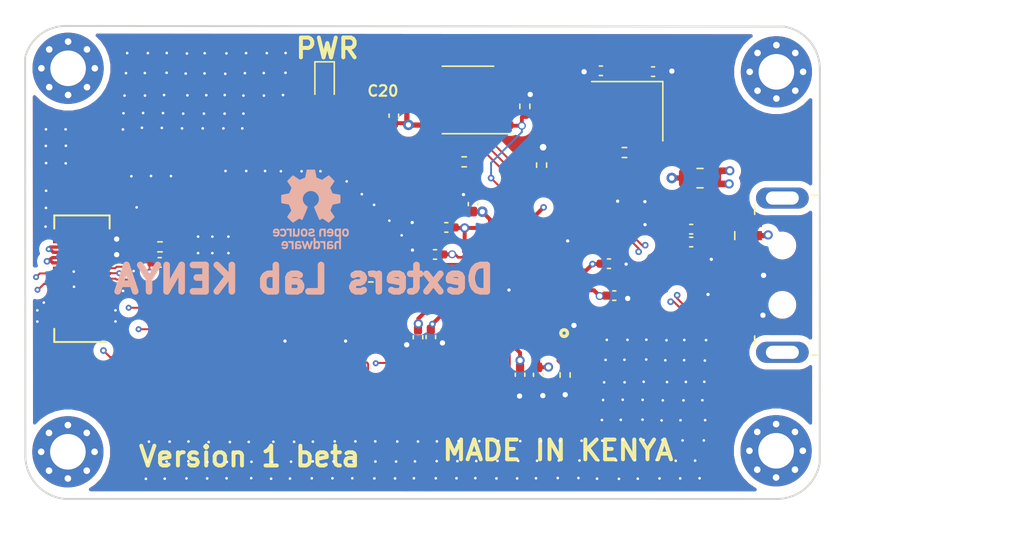
<source format=kicad_pcb>
(kicad_pcb (version 20171130) (host pcbnew 5.1.10-88a1d61d58~88~ubuntu20.04.1)
  (layers (0 F.Cu signal) (1 In1.Cu power) (2 In2.Cu power) (31 B.Cu signal) (34 B.Paste user) (35 F.Paste user) (36 B.SilkS user) (37 F.SilkS user) (38 B.Mask user) (39 F.Mask user) (44 Edge.Cuts user))
  (net 0 "")
  (net 1 GND)
  (net 2 SD_VDD)
  (net 3 RST)
  (net 4 vbus)
  (net 5 "Net-(C16-Pad1)")
  (net 6 "Net-(C17-Pad1)")
  (net 7 SSRX-)
  (net 8 TX-)
  (net 9 SSRX+)
  (net 10 TX+)
  (net 11 "Net-(D1-Pad2)")
  (net 12 "Net-(IC1-Pad1)")
  (net 13 "Net-(IC1-Pad2)")
  (net 14 D-)
  (net 15 D+)
  (net 16 SSTX-)
  (net 17 SSTX+)
  (net 18 "Net-(IC1-Pad16)")
  (net 19 MISO_101)
  (net 20 MOSI_100)
  (net 21 SCK)
  (net 22 CS)
  (net 23 "Net-(IC1-Pad21)")
  (net 24 "Net-(IC1-Pad24)")
  (net 25 D1)
  (net 26 D0)
  (net 27 "Net-(IC1-Pad29)")
  (net 28 CMD)
  (net 29 D3)
  (net 30 D2)
  (net 31 D5)
  (net 32 D4)
  (net 33 "Net-(IC1-Pad39)")
  (net 34 "Net-(IC1-Pad40)")
  (net 35 D7)
  (net 36 D6)
  (net 37 "Net-(IC1-Pad45)")
  (net 38 "Net-(IC1-Pad46)")
  (net 39 "Net-(IC1-Pad47)")
  (net 40 "Net-(IC1-Pad48)")
  (net 41 "Net-(J1-Pad1)")
  (net 42 CLK)
  (net 43 "Net-(R2-Pad1)")
  (net 44 AVDD33)
  (net 45 +1.2V)
  (module Symbol:OSHW-Logo_5.7x6mm_SilkScreen (layer B.Cu) (at 124.29 93.24 180)
    (fp_text reference REF** hide)
    (fp_text value OSHW-Logo_5.7x6mm_SilkScreen hide)
  )
  (module MountingHole:MountingHole_2.7mm_Pad_Via (layer F.Cu) (at 159.57352 111.55358)
    (fp_text reference H1 hide)
    (fp_text value MountingHole)
    (pad 1 thru_hole circle (at 0 0) (size 5.4 5.4) (drill 2.7) (layers *.Cu *.Mask))
    (pad 1 thru_hole circle (at 2.025 0) (size 0.8 0.8) (drill 0.5) (layers *.Cu *.Mask))
    (pad 1 thru_hole circle (at 1.431891 1.431891) (size 0.8 0.8) (drill 0.5) (layers *.Cu *.Mask))
    (pad 1 thru_hole circle (at 0 2.025) (size 0.8 0.8) (drill 0.5) (layers *.Cu *.Mask))
    (pad 1 thru_hole circle (at -1.431891 1.431891) (size 0.8 0.8) (drill 0.5) (layers *.Cu *.Mask))
    (pad 1 thru_hole circle (at -2.025 0) (size 0.8 0.8) (drill 0.5) (layers *.Cu *.Mask))
    (pad 1 thru_hole circle (at -1.431891 -1.431891) (size 0.8 0.8) (drill 0.5) (layers *.Cu *.Mask))
    (pad 1 thru_hole circle (at 0 -2.025) (size 0.8 0.8) (drill 0.5) (layers *.Cu *.Mask))
    (pad 1 thru_hole circle (at 1.431891 -1.431891) (size 0.8 0.8) (drill 0.5) (layers *.Cu *.Mask))
  )
  (module MountingHole:MountingHole_2.7mm_Pad_Via (layer F.Cu) (at 159.59638 82.8084)
    (fp_text reference H2 hide)
    (fp_text value MountingHole hide)
    (pad 1 thru_hole circle (at 1.431891 -1.431891) (size 0.8 0.8) (drill 0.5) (layers *.Cu *.Mask))
    (pad 1 thru_hole circle (at 0 -2.025) (size 0.8 0.8) (drill 0.5) (layers *.Cu *.Mask))
    (pad 1 thru_hole circle (at -1.431891 -1.431891) (size 0.8 0.8) (drill 0.5) (layers *.Cu *.Mask))
    (pad 1 thru_hole circle (at -2.025 0) (size 0.8 0.8) (drill 0.5) (layers *.Cu *.Mask))
    (pad 1 thru_hole circle (at -1.431891 1.431891) (size 0.8 0.8) (drill 0.5) (layers *.Cu *.Mask))
    (pad 1 thru_hole circle (at 0 2.025) (size 0.8 0.8) (drill 0.5) (layers *.Cu *.Mask))
    (pad 1 thru_hole circle (at 1.431891 1.431891) (size 0.8 0.8) (drill 0.5) (layers *.Cu *.Mask))
    (pad 1 thru_hole circle (at 2.025 0) (size 0.8 0.8) (drill 0.5) (layers *.Cu *.Mask))
    (pad 1 thru_hole circle (at 0 0) (size 5.4 5.4) (drill 2.7) (layers *.Cu *.Mask))
  )
  (module Capacitor_SMD:C_0402_1005Metric_Pad0.74x0.62mm_HandSolder (layer F.Cu) (at 147.2977 99.78322)
    (fp_text reference C1)
    (fp_text value 1uF hide)
    (pad 2 smd roundrect (at 0.5675 0) (size 0.735 0.62) (layers F.Cu F.Paste F.Mask) (net 1 GND))
    (pad 1 smd roundrect (at -0.5675 0) (size 0.735 0.62) (layers F.Cu F.Paste F.Mask) (net 44 AVDD33))
  )
  (module Capacitor_SMD:C_0402_1005Metric_Pad0.74x0.62mm_HandSolder (layer F.Cu) (at 132.41076 102.94044 90)
    (fp_text reference C2)
    (fp_text value 0.1uF hide)
    (pad 1 smd roundrect (at -0.5675 0 90) (size 0.735 0.62) (layers F.Cu F.Paste F.Mask) (net 1 GND))
    (pad 2 smd roundrect (at 0.5675 0 90) (size 0.735 0.62) (layers F.Cu F.Paste F.Mask) (net 2 SD_VDD))
  )
  (module Capacitor_SMD:C_0402_1005Metric_Pad0.74x0.62mm_HandSolder (layer F.Cu) (at 141.53 105.79 270)
    (fp_text reference C3)
    (fp_text value 0.1uF hide)
    (pad 2 smd roundrect (at 0.5675 0 270) (size 0.735 0.62) (layers F.Cu F.Paste F.Mask) (net 1 GND))
    (pad 1 smd roundrect (at -0.5675 0 270) (size 0.735 0.62) (layers F.Cu F.Paste F.Mask) (net 44 AVDD33))
  )
  (module Capacitor_SMD:C_0402_1005Metric_Pad0.74x0.62mm_HandSolder (layer F.Cu) (at 140.15268 105.7827 90)
    (fp_text reference C4)
    (fp_text value 0.1uF hide)
    (pad 1 smd roundrect (at -0.5675 0 90) (size 0.735 0.62) (layers F.Cu F.Paste F.Mask) (net 1 GND))
    (pad 2 smd roundrect (at 0.5675 0 90) (size 0.735 0.62) (layers F.Cu F.Paste F.Mask) (net 2 SD_VDD))
  )
  (module Capacitor_SMD:C_0402_1005Metric_Pad0.74x0.62mm_HandSolder (layer F.Cu) (at 133.38358 102.92774 270)
    (fp_text reference C5)
    (fp_text value 0.1uF hide)
    (pad 1 smd roundrect (at -0.5675 0 270) (size 0.735 0.62) (layers F.Cu F.Paste F.Mask) (net 44 AVDD33))
    (pad 2 smd roundrect (at 0.5675 0 270) (size 0.735 0.62) (layers F.Cu F.Paste F.Mask) (net 1 GND))
  )
  (module Capacitor_SMD:C_0402_1005Metric_Pad0.74x0.62mm_HandSolder (layer F.Cu) (at 146.89384 97.3626)
    (fp_text reference C6 hide)
    (fp_text value 0.1uF hide)
    (pad 1 smd roundrect (at -0.5675 0) (size 0.735 0.62) (layers F.Cu F.Paste F.Mask) (net 45 +1.2V))
    (pad 2 smd roundrect (at 0.5675 0) (size 0.735 0.62) (layers F.Cu F.Paste F.Mask) (net 1 GND))
  )
  (module Capacitor_SMD:C_0402_1005Metric_Pad0.74x0.62mm_HandSolder (layer F.Cu) (at 112.81466 97.26354)
    (fp_text reference C7)
    (fp_text value 1uF hide)
    (pad 2 smd roundrect (at 0.5675 0) (size 0.735 0.62) (layers F.Cu F.Paste F.Mask) (net 1 GND))
    (pad 1 smd roundrect (at -0.5675 0) (size 0.735 0.62) (layers F.Cu F.Paste F.Mask) (net 3 RST))
  )
  (module Capacitor_SMD:C_0402_1005Metric_Pad0.74x0.62mm_HandSolder (layer F.Cu) (at 133.7 96.66 180)
    (fp_text reference C10)
    (fp_text value 0.1uF hide)
    (pad 2 smd roundrect (at 0.5675 0 180) (size 0.735 0.62) (layers F.Cu F.Paste F.Mask) (net 1 GND))
    (pad 1 smd roundrect (at -0.5675 0 180) (size 0.735 0.62) (layers F.Cu F.Paste F.Mask) (net 45 +1.2V))
  )
  (module Capacitor_SMD:C_0402_1005Metric_Pad0.74x0.62mm_HandSolder (layer F.Cu) (at 136.58652 92.83886 90)
    (fp_text reference C14)
    (fp_text value 2.2uF hide)
    (pad 2 smd roundrect (at 0.5675 0 90) (size 0.735 0.62) (layers F.Cu F.Paste F.Mask) (net 1 GND))
    (pad 1 smd roundrect (at -0.5675 0 90) (size 0.735 0.62) (layers F.Cu F.Paste F.Mask) (net 4 vbus))
  )
  (module Capacitor_SMD:C_0402_1005Metric_Pad0.74x0.62mm_HandSolder (layer F.Cu) (at 134.56 94.61)
    (fp_text reference C15)
    (fp_text value 10pF hide)
    (pad 2 smd roundrect (at 0.5675 0) (size 0.735 0.62) (layers F.Cu F.Paste F.Mask) (net 44 AVDD33))
    (pad 1 smd roundrect (at -0.5675 0) (size 0.735 0.62) (layers F.Cu F.Paste F.Mask) (net 1 GND))
  )
  (module Capacitor_SMD:C_0402_1005Metric_Pad0.74x0.62mm_HandSolder (layer F.Cu) (at 146.2817 82.72966 180)
    (fp_text reference C16)
    (fp_text value 10pF hide)
    (pad 1 smd roundrect (at -0.5675 0 180) (size 0.735 0.62) (layers F.Cu F.Paste F.Mask) (net 5 "Net-(C16-Pad1)"))
    (pad 2 smd roundrect (at 0.5675 0 180) (size 0.735 0.62) (layers F.Cu F.Paste F.Mask) (net 1 GND))
  )
  (module Capacitor_SMD:C_0402_1005Metric_Pad0.74x0.62mm_HandSolder (layer F.Cu) (at 150.24156 82.79316)
    (fp_text reference C17)
    (fp_text value 10pF hide)
    (pad 1 smd roundrect (at -0.5675 0) (size 0.735 0.62) (layers F.Cu F.Paste F.Mask) (net 6 "Net-(C17-Pad1)"))
    (pad 2 smd roundrect (at 0.5675 0) (size 0.735 0.62) (layers F.Cu F.Paste F.Mask) (net 1 GND))
  )
  (module Capacitor_SMD:C_0402_1005Metric_Pad0.74x0.62mm_HandSolder (layer F.Cu) (at 153.13208 95.71922 180)
    (fp_text reference C18 hide)
    (fp_text value 0.1uF hide)
    (pad 1 smd roundrect (at -0.5675 0 180) (size 0.735 0.62) (layers F.Cu F.Paste F.Mask) (net 7 SSRX-))
    (pad 2 smd roundrect (at 0.5675 0 180) (size 0.735 0.62) (layers F.Cu F.Paste F.Mask) (net 8 TX-))
  )
  (module Capacitor_SMD:C_0402_1005Metric_Pad0.74x0.62mm_HandSolder (layer F.Cu) (at 153.13208 94.74386 180)
    (fp_text reference C19 hide)
    (fp_text value 0.1uF hide)
    (pad 1 smd roundrect (at -0.5675 0 180) (size 0.735 0.62) (layers F.Cu F.Paste F.Mask) (net 9 SSRX+))
    (pad 2 smd roundrect (at 0.5675 0 180) (size 0.735 0.62) (layers F.Cu F.Paste F.Mask) (net 10 TX+))
  )
  (module Capacitor_SMD:C_0402_1005Metric_Pad0.74x0.62mm_HandSolder (layer F.Cu) (at 130.57688 86.13326 90)
    (fp_text reference C20 (at 1.87326 -0.82688) (layer F.SilkS) (effects (font (size 0.8 0.8) (thickness 0.16))))
    (fp_text value 10pF hide)
    (pad 2 smd roundrect (at 0.5675 0 90) (size 0.735 0.62) (layers F.Cu F.Paste F.Mask) (net 1 GND))
    (pad 1 smd roundrect (at -0.5675 0 90) (size 0.735 0.62) (layers F.Cu F.Paste F.Mask) (net 44 AVDD33))
  )
  (module LED_SMD:LED_0603_1608Metric_Pad1.05x0.95mm_HandSolder (layer F.Cu) (at 125.32416 83.7101 270)
    (fp_text reference D1 hide)
    (fp_text value LED hide)
    (pad 1 smd roundrect (at -0.875 0 270) (size 1.05 0.95) (layers F.Cu F.Paste F.Mask) (net 1 GND))
    (pad 2 smd roundrect (at 0.875 0 270) (size 1.05 0.95) (layers F.Cu F.Paste F.Mask) (net 11 "Net-(D1-Pad2)"))
  )
  (module GL3224-ONYXX:QFN50P700X700X80-49N (layer F.Cu) (at 139.62042 99.1287 180)
    (fp_text reference IC1 hide)
    (fp_text value GL3224-ONYXX hide)
    (pad 1 smd rect (at -3.45 -2.75 270) (size 0.3 0.85) (layers F.Cu F.Paste F.Mask) (net 12 "Net-(IC1-Pad1)"))
    (pad 2 smd rect (at -3.45 -2.25 270) (size 0.3 0.85) (layers F.Cu F.Paste F.Mask) (net 13 "Net-(IC1-Pad2)"))
    (pad 3 smd rect (at -3.45 -1.75 270) (size 0.3 0.85) (layers F.Cu F.Paste F.Mask) (net 1 GND))
    (pad 4 smd rect (at -3.45 -1.25 270) (size 0.3 0.85) (layers F.Cu F.Paste F.Mask) (net 14 D-))
    (pad 5 smd rect (at -3.45 -0.75 270) (size 0.3 0.85) (layers F.Cu F.Paste F.Mask) (net 15 D+))
    (pad 6 smd rect (at -3.45 -0.25 270) (size 0.3 0.85) (layers F.Cu F.Paste F.Mask) (net 44 AVDD33))
    (pad 7 smd rect (at -3.45 0.25 270) (size 0.3 0.85) (layers F.Cu F.Paste F.Mask) (net 8 TX-))
    (pad 8 smd rect (at -3.45 0.75 270) (size 0.3 0.85) (layers F.Cu F.Paste F.Mask) (net 10 TX+))
    (pad 9 smd rect (at -3.45 1.25 270) (size 0.3 0.85) (layers F.Cu F.Paste F.Mask) (net 45 +1.2V))
    (pad 10 smd rect (at -3.45 1.75 270) (size 0.3 0.85) (layers F.Cu F.Paste F.Mask) (net 16 SSTX-))
    (pad 11 smd rect (at -3.45 2.25 270) (size 0.3 0.85) (layers F.Cu F.Paste F.Mask) (net 17 SSTX+))
    (pad 12 smd rect (at -3.45 2.75 270) (size 0.3 0.85) (layers F.Cu F.Paste F.Mask) (net 1 GND))
    (pad 13 smd rect (at -2.75 3.45 180) (size 0.3 0.85) (layers F.Cu F.Paste F.Mask) (net 6 "Net-(C17-Pad1)"))
    (pad 14 smd rect (at -2.25 3.45 180) (size 0.3 0.85) (layers F.Cu F.Paste F.Mask) (net 5 "Net-(C16-Pad1)"))
    (pad 15 smd rect (at -1.75 3.45 180) (size 0.3 0.85) (layers F.Cu F.Paste F.Mask) (net 44 AVDD33))
    (pad 16 smd rect (at -1.25 3.45 180) (size 0.3 0.85) (layers F.Cu F.Paste F.Mask) (net 18 "Net-(IC1-Pad16)"))
    (pad 17 smd rect (at -0.75 3.45 180) (size 0.3 0.85) (layers F.Cu F.Paste F.Mask) (net 19 MISO_101))
    (pad 18 smd rect (at -0.25 3.45 180) (size 0.3 0.85) (layers F.Cu F.Paste F.Mask) (net 20 MOSI_100))
    (pad 19 smd rect (at 0.25 3.45 180) (size 0.3 0.85) (layers F.Cu F.Paste F.Mask) (net 21 SCK))
    (pad 20 smd rect (at 0.75 3.45 180) (size 0.3 0.85) (layers F.Cu F.Paste F.Mask) (net 22 CS))
    (pad 21 smd rect (at 1.25 3.45 180) (size 0.3 0.85) (layers F.Cu F.Paste F.Mask) (net 23 "Net-(IC1-Pad21)"))
    (pad 22 smd rect (at 1.75 3.45 180) (size 0.3 0.85) (layers F.Cu F.Paste F.Mask) (net 4 vbus))
    (pad 23 smd rect (at 2.25 3.45 180) (size 0.3 0.85) (layers F.Cu F.Paste F.Mask) (net 44 AVDD33))
    (pad 24 smd rect (at 2.75 3.45 180) (size 0.3 0.85) (layers F.Cu F.Paste F.Mask) (net 24 "Net-(IC1-Pad24)"))
    (pad 25 smd rect (at 3.45 2.75 270) (size 0.3 0.85) (layers F.Cu F.Paste F.Mask) (net 44 AVDD33))
    (pad 26 smd rect (at 3.45 2.25 270) (size 0.3 0.85) (layers F.Cu F.Paste F.Mask) (net 45 +1.2V))
    (pad 27 smd rect (at 3.45 1.75 270) (size 0.3 0.85) (layers F.Cu F.Paste F.Mask) (net 25 D1))
    (pad 28 smd rect (at 3.45 1.25 270) (size 0.3 0.85) (layers F.Cu F.Paste F.Mask) (net 26 D0))
    (pad 29 smd rect (at 3.45 0.75 270) (size 0.3 0.85) (layers F.Cu F.Paste F.Mask) (net 27 "Net-(IC1-Pad29)"))
    (pad 30 smd rect (at 3.45 0.25 270) (size 0.3 0.85) (layers F.Cu F.Paste F.Mask) (net 28 CMD))
    (pad 31 smd rect (at 3.45 -0.25 270) (size 0.3 0.85) (layers F.Cu F.Paste F.Mask) (net 29 D3))
    (pad 32 smd rect (at 3.45 -0.75 270) (size 0.3 0.85) (layers F.Cu F.Paste F.Mask) (net 30 D2))
    (pad 33 smd rect (at 3.45 -1.25 270) (size 0.3 0.85) (layers F.Cu F.Paste F.Mask) (net 2 SD_VDD))
    (pad 34 smd rect (at 3.45 -1.75 270) (size 0.3 0.85) (layers F.Cu F.Paste F.Mask) (net 44 AVDD33))
    (pad 35 smd rect (at 3.45 -2.25 270) (size 0.3 0.85) (layers F.Cu F.Paste F.Mask) (net 1 GND))
    (pad 36 smd rect (at 3.45 -2.75 270) (size 0.3 0.85) (layers F.Cu F.Paste F.Mask) (net 3 RST))
    (pad 37 smd rect (at 2.75 -3.45 180) (size 0.3 0.85) (layers F.Cu F.Paste F.Mask) (net 31 D5))
    (pad 38 smd rect (at 2.25 -3.45 180) (size 0.3 0.85) (layers F.Cu F.Paste F.Mask) (net 32 D4))
    (pad 39 smd rect (at 1.75 -3.45 180) (size 0.3 0.85) (layers F.Cu F.Paste F.Mask) (net 33 "Net-(IC1-Pad39)"))
    (pad 40 smd rect (at 1.25 -3.45 180) (size 0.3 0.85) (layers F.Cu F.Paste F.Mask) (net 34 "Net-(IC1-Pad40)"))
    (pad 41 smd rect (at 0.75 -3.45 180) (size 0.3 0.85) (layers F.Cu F.Paste F.Mask) (net 35 D7))
    (pad 42 smd rect (at 0.25 -3.45 180) (size 0.3 0.85) (layers F.Cu F.Paste F.Mask) (net 36 D6))
    (pad 43 smd rect (at -0.25 -3.45 180) (size 0.3 0.85) (layers F.Cu F.Paste F.Mask) (net 2 SD_VDD))
    (pad 44 smd rect (at -0.75 -3.45 180) (size 0.3 0.85) (layers F.Cu F.Paste F.Mask) (net 44 AVDD33))
    (pad 45 smd rect (at -1.25 -3.45 180) (size 0.3 0.85) (layers F.Cu F.Paste F.Mask) (net 37 "Net-(IC1-Pad45)"))
    (pad 46 smd rect (at -1.75 -3.45 180) (size 0.3 0.85) (layers F.Cu F.Paste F.Mask) (net 38 "Net-(IC1-Pad46)"))
    (pad 47 smd rect (at -2.25 -3.45 180) (size 0.3 0.85) (layers F.Cu F.Paste F.Mask) (net 39 "Net-(IC1-Pad47)"))
    (pad 48 smd rect (at -2.75 -3.45 180) (size 0.3 0.85) (layers F.Cu F.Paste F.Mask) (net 40 "Net-(IC1-Pad48)"))
    (pad 49 smd rect (at 0 0 180) (size 5.3 5.3) (layers F.Cu F.Paste F.Mask) (net 1 GND))
  )
  (module Connector_USB:USB3_A_Plug_Wuerth_692112030100_Horizontal (layer F.Cu) (at 159.37286 98.23382)
    (fp_text reference J1 hide)
    (fp_text value USB3_B)
    (pad 10 thru_hole oval (at 0.675 5.85 90) (size 1.6 4) (drill oval 1 2.5) (layers *.Cu *.Mask))
    (pad 11 thru_hole oval (at 0.675 -5.85 90) (size 1.6 4) (drill oval 1 2.5) (layers *.Cu *.Mask))
    (pad 5 smd rect (at -1.775 4 90) (size 0.7 1.8) (layers F.Cu F.Paste F.Mask) (net 16 SSTX-))
    (pad 4 smd rect (at -1.775 3 90) (size 0.7 1.8) (layers F.Cu F.Paste F.Mask) (net 1 GND))
    (pad 6 smd rect (at -1.775 2 90) (size 0.7 1.8) (layers F.Cu F.Paste F.Mask) (net 17 SSTX+))
    (pad 3 smd rect (at -1.775 1 90) (size 0.7 1.8) (layers F.Cu F.Paste F.Mask) (net 14 D-))
    (pad 7 smd rect (at -1.775 0 90) (size 0.7 1.8) (layers F.Cu F.Paste F.Mask) (net 1 GND))
    (pad 2 smd rect (at -1.775 -1 90) (size 0.7 1.8) (layers F.Cu F.Paste F.Mask) (net 15 D+))
    (pad 8 smd rect (at -1.775 -2 90) (size 0.7 1.8) (layers F.Cu F.Paste F.Mask) (net 7 SSRX-))
    (pad 1 smd rect (at -1.775 -3 90) (size 0.7 1.8) (layers F.Cu F.Paste F.Mask) (net 41 "Net-(J1-Pad1)"))
    (pad 9 smd rect (at -1.775 -4) (size 1.8 0.7) (layers F.Cu F.Paste F.Mask) (net 9 SSRX+))
    (pad "" np_thru_hole circle (at 0.675 2.25 90) (size 1.1 1.1) (drill 1.1) (layers *.Cu *.Mask))
    (pad "" np_thru_hole circle (at 0.675 -2.25 90) (size 1.1 1.1) (drill 1.1) (layers *.Cu *.Mask))
  )
  (module Resistor_SMD:R_0402_1005Metric_Pad0.72x0.64mm_HandSolder (layer F.Cu) (at 128.83444 98.36844)
    (fp_text reference R1)
    (fp_text value 32.7M hide)
    (pad 1 smd roundrect (at -0.5975 0) (size 0.715 0.64) (layers F.Cu F.Paste F.Mask) (net 42 CLK))
    (pad 2 smd roundrect (at 0.5975 0) (size 0.715 0.64) (layers F.Cu F.Paste F.Mask) (net 27 "Net-(IC1-Pad29)"))
  )
  (module Resistor_SMD:R_0402_1005Metric_Pad0.72x0.64mm_HandSolder (layer F.Cu) (at 112.84006 96.08498)
    (fp_text reference R2)
    (fp_text value 10K hide)
    (pad 1 smd roundrect (at -0.5975 0) (size 0.715 0.64) (layers F.Cu F.Paste F.Mask) (net 43 "Net-(R2-Pad1)"))
    (pad 2 smd roundrect (at 0.5975 0) (size 0.715 0.64) (layers F.Cu F.Paste F.Mask) (net 1 GND))
  )
  (module Resistor_SMD:R_0402_1005Metric_Pad0.72x0.64mm_HandSolder (layer F.Cu) (at 143.56898 105.80302 90)
    (fp_text reference R3)
    (fp_text value 0M hide)
    (pad 2 smd roundrect (at 0.5975 0 90) (size 0.715 0.64) (layers F.Cu F.Paste F.Mask) (net 12 "Net-(IC1-Pad1)"))
    (pad 1 smd roundrect (at -0.5975 0 90) (size 0.715 0.64) (layers F.Cu F.Paste F.Mask) (net 1 GND))
  )
  (module Resistor_SMD:R_0402_1005Metric_Pad0.72x0.64mm_HandSolder (layer F.Cu) (at 148.0724 88.9298)
    (fp_text reference R6)
    (fp_text value 1M hide)
    (pad 1 smd roundrect (at -0.5975 0) (size 0.715 0.64) (layers F.Cu F.Paste F.Mask) (net 5 "Net-(C16-Pad1)"))
    (pad 2 smd roundrect (at 0.5975 0) (size 0.715 0.64) (layers F.Cu F.Paste F.Mask) (net 6 "Net-(C17-Pad1)"))
  )
  (module Resistor_SMD:R_0402_1005Metric_Pad0.72x0.64mm_HandSolder (layer F.Cu) (at 141.7859 89.88484 90)
    (fp_text reference R7)
    (fp_text value "680M " hide)
    (pad 2 smd roundrect (at 0.5975 0 90) (size 0.715 0.64) (layers F.Cu F.Paste F.Mask) (net 1 GND))
    (pad 1 smd roundrect (at -0.5975 0 90) (size 0.715 0.64) (layers F.Cu F.Paste F.Mask) (net 18 "Net-(IC1-Pad16)"))
  )
  (module Resistor_SMD:R_0805_2012Metric_Pad1.20x1.40mm_HandSolder (layer F.Cu) (at 153.8001 90.8729 180)
    (fp_text reference R9)
    (fp_text value 500M hide)
    (pad 1 smd roundrect (at -1 0 180) (size 1.2 1.4) (layers F.Cu F.Paste F.Mask) (roundrect_rratio 0.208333) (net 41 "Net-(J1-Pad1)"))
    (pad 2 smd roundrect (at 1 0 180) (size 1.2 1.4) (layers F.Cu F.Paste F.Mask) (roundrect_rratio 0.208333) (net 4 vbus))
  )
  (module Resistor_SMD:R_0402_1005Metric_Pad0.72x0.64mm_HandSolder (layer F.Cu) (at 135.91342 89.63592 180)
    (fp_text reference R10)
    (fp_text value 32.7m hide)
    (pad 2 smd roundrect (at 0.5975 0 180) (size 0.715 0.64) (layers F.Cu F.Paste F.Mask) (net 11 "Net-(D1-Pad2)"))
    (pad 1 smd roundrect (at -0.5975 0 180) (size 0.715 0.64) (layers F.Cu F.Paste F.Mask) (net 23 "Net-(IC1-Pad21)"))
  )
  (module Package_SO:SOP-8_3.9x4.9mm_P1.27mm (layer F.Cu) (at 136.1979 84.942 180)
    (fp_text reference U2)
    (fp_text value MX25L512EMI-10G hide)
    (pad 1 smd roundrect (at -2.625 -1.905 180) (size 1.65 0.6) (layers F.Cu F.Paste F.Mask) (net 22 CS))
    (pad 2 smd roundrect (at -2.625 -0.635 180) (size 1.65 0.6) (layers F.Cu F.Paste F.Mask) (net 19 MISO_101))
    (pad 3 smd roundrect (at -2.625 0.635 180) (size 1.65 0.6) (layers F.Cu F.Paste F.Mask) (net 44 AVDD33))
    (pad 4 smd roundrect (at -2.625 1.905 180) (size 1.65 0.6) (layers F.Cu F.Paste F.Mask) (net 1 GND))
    (pad 5 smd roundrect (at 2.625 1.905 180) (size 1.65 0.6) (layers F.Cu F.Paste F.Mask) (net 20 MOSI_100))
    (pad 6 smd roundrect (at 2.625 0.635 180) (size 1.65 0.6) (layers F.Cu F.Paste F.Mask) (net 21 SCK))
    (pad 7 smd roundrect (at 2.625 -0.635 180) (size 1.65 0.6) (layers F.Cu F.Paste F.Mask) (net 44 AVDD33))
    (pad 8 smd roundrect (at 2.625 -1.905 180) (size 1.65 0.6) (layers F.Cu F.Paste F.Mask) (net 44 AVDD33))
  )
  (module Crystal:Crystal_SMD_3225-4Pin_3.2x2.5mm_HandSoldering (layer F.Cu) (at 148.2813 85.7969 180)
    (fp_text reference Y1)
    (fp_text value 25Mhz hide)
    (pad 1 smd rect (at -1.45 1.15 180) (size 2.1 1.8) (layers F.Cu F.Paste F.Mask) (net 6 "Net-(C17-Pad1)"))
    (pad 2 smd rect (at 1.45 1.15 180) (size 2.1 1.8) (layers F.Cu F.Paste F.Mask) (net 5 "Net-(C16-Pad1)"))
    (pad 3 smd rect (at 1.45 -1.15 180) (size 2.1 1.8) (layers F.Cu F.Paste F.Mask) (net 1 GND))
    (pad 4 smd rect (at -1.45 -1.15 180) (size 2.1 1.8) (layers F.Cu F.Paste F.Mask))
  )
  (module Resistor_SMD:R_0402_1005Metric_Pad0.72x0.64mm_HandSolder (layer F.Cu) (at 140.5159 85.4246 90)
    (fp_text reference R4)
    (fp_text value 10kΩ hide)
    (pad 1 smd roundrect (at -0.5975 0 90) (size 0.715 0.64) (layers F.Cu F.Paste F.Mask) (net 22 CS))
    (pad 2 smd roundrect (at 0.5975 0 90) (size 0.715 0.64) (layers F.Cu F.Paste F.Mask) (net 1 GND))
  )
  (module MountingHole:MountingHole_2.7mm_Pad_Via (layer F.Cu) (at 105.85252 111.62978)
    (fp_text reference H1 hide)
    (fp_text value MountingHole)
    (pad 1 thru_hole circle (at 1.431891 -1.431891) (size 0.8 0.8) (drill 0.5) (layers *.Cu *.Mask))
    (pad 1 thru_hole circle (at 0 -2.025) (size 0.8 0.8) (drill 0.5) (layers *.Cu *.Mask))
    (pad 1 thru_hole circle (at -1.431891 -1.431891) (size 0.8 0.8) (drill 0.5) (layers *.Cu *.Mask))
    (pad 1 thru_hole circle (at -2.025 0) (size 0.8 0.8) (drill 0.5) (layers *.Cu *.Mask))
    (pad 1 thru_hole circle (at -1.431891 1.431891) (size 0.8 0.8) (drill 0.5) (layers *.Cu *.Mask))
    (pad 1 thru_hole circle (at 0 2.025) (size 0.8 0.8) (drill 0.5) (layers *.Cu *.Mask))
    (pad 1 thru_hole circle (at 1.431891 1.431891) (size 0.8 0.8) (drill 0.5) (layers *.Cu *.Mask))
    (pad 1 thru_hole circle (at 2.025 0) (size 0.8 0.8) (drill 0.5) (layers *.Cu *.Mask))
    (pad 1 thru_hole circle (at 0 0) (size 5.4 5.4) (drill 2.7) (layers *.Cu *.Mask))
  )
  (module MountingHole:MountingHole_2.7mm_Pad_Via (layer F.Cu) (at 105.87 82.54)
    (fp_text reference H2 hide)
    (fp_text value MountingHole hide)
    (pad 1 thru_hole circle (at 0 0) (size 5.4 5.4) (drill 2.7) (layers *.Cu *.Mask))
    (pad 1 thru_hole circle (at 2.025 0) (size 0.8 0.8) (drill 0.5) (layers *.Cu *.Mask))
    (pad 1 thru_hole circle (at 1.431891 1.431891) (size 0.8 0.8) (drill 0.5) (layers *.Cu *.Mask))
    (pad 1 thru_hole circle (at 0 2.025) (size 0.8 0.8) (drill 0.5) (layers *.Cu *.Mask))
    (pad 1 thru_hole circle (at -1.431891 1.431891) (size 0.8 0.8) (drill 0.5) (layers *.Cu *.Mask))
    (pad 1 thru_hole circle (at -2.025 0) (size 0.8 0.8) (drill 0.5) (layers *.Cu *.Mask))
    (pad 1 thru_hole circle (at -1.431891 -1.431891) (size 0.8 0.8) (drill 0.5) (layers *.Cu *.Mask))
    (pad 1 thru_hole circle (at 0 -2.025) (size 0.8 0.8) (drill 0.5) (layers *.Cu *.Mask))
    (pad 1 thru_hole circle (at 1.431891 -1.431891) (size 0.8 0.8) (drill 0.5) (layers *.Cu *.Mask))
  )
  (module Connector:GB042-34S-H10 (layer F.Cu) (at 106.91932 98.50052 180)
    (fp_text reference U1)
    (fp_text value GB042-34S-H10 hide)
    (pad 34 smd rect (at 1.7 -3.2 90) (size 0.23 1) (layers F.Cu F.Paste F.Mask) (net 1 GND))
    (pad 1 smd rect (at -1.7 -3.2 90) (size 0.23 1) (layers F.Cu F.Paste F.Mask) (net 1 GND))
    (pad 33 smd rect (at 1.7 -2.8 90) (size 0.23 1) (layers F.Cu F.Paste F.Mask) (net 36 D6))
    (pad 2 smd rect (at -1.7 -2.8 90) (size 0.23 1) (layers F.Cu F.Paste F.Mask) (net 31 D5))
    (pad 32 smd rect (at 1.7 -2.4 90) (size 0.23 1) (layers F.Cu F.Paste F.Mask) (net 1 GND))
    (pad 3 smd rect (at -1.7 -2.4 90) (size 0.23 1) (layers F.Cu F.Paste F.Mask) (net 1 GND))
    (pad 31 smd rect (at 1.7 -2 90) (size 0.23 1) (layers F.Cu F.Paste F.Mask) (net 35 D7))
    (pad 4 smd rect (at -1.7 -2 90) (size 0.23 1) (layers F.Cu F.Paste F.Mask) (net 32 D4))
    (pad 30 smd rect (at 1.7 -1.6 90) (size 0.23 1) (layers F.Cu F.Paste F.Mask) (net 1 GND))
    (pad 5 smd rect (at -1.7 -1.6 90) (size 0.23 1) (layers F.Cu F.Paste F.Mask) (net 1 GND))
    (pad 29 smd rect (at 1.7 -1.2 90) (size 0.23 1) (layers F.Cu F.Paste F.Mask) (net 25 D1))
    (pad 6 smd rect (at -1.7 -1.2 90) (size 0.23 1) (layers F.Cu F.Paste F.Mask) (net 26 D0))
    (pad 28 smd rect (at 1.7 -0.8 90) (size 0.23 1) (layers F.Cu F.Paste F.Mask) (net 1 GND))
    (pad 7 smd rect (at -1.7 -0.8 90) (size 0.23 1) (layers F.Cu F.Paste F.Mask) (net 1 GND))
    (pad 27 smd rect (at 1.7 -0.4 90) (size 0.23 1) (layers F.Cu F.Paste F.Mask) (net 30 D2))
    (pad 8 smd rect (at -1.7 -0.4 90) (size 0.23 1) (layers F.Cu F.Paste F.Mask) (net 42 CLK))
    (pad 26 smd rect (at 1.7 0 90) (size 0.23 1) (layers F.Cu F.Paste F.Mask) (net 1 GND))
    (pad 9 smd rect (at -1.7 0 90) (size 0.23 1) (layers F.Cu F.Paste F.Mask) (net 1 GND))
    (pad 25 smd rect (at 1.7 0.4 90) (size 0.23 1) (layers F.Cu F.Paste F.Mask) (net 28 CMD))
    (pad 10 smd rect (at -1.7 0.4 90) (size 0.23 1) (layers F.Cu F.Paste F.Mask) (net 29 D3))
    (pad 24 smd rect (at 1.7 0.8 90) (size 0.23 1) (layers F.Cu F.Paste F.Mask) (net 1 GND))
    (pad 11 smd rect (at -1.7 0.8 90) (size 0.23 1) (layers F.Cu F.Paste F.Mask) (net 1 GND))
    (pad 23 smd rect (at 1.7 1.2 90) (size 0.23 1) (layers F.Cu F.Paste F.Mask) (net 44 AVDD33))
    (pad 12 smd rect (at -1.7 1.2 90) (size 0.23 1) (layers F.Cu F.Paste F.Mask) (net 3 RST))
    (pad 22 smd rect (at 1.7 1.6 90) (size 0.23 1) (layers F.Cu F.Paste F.Mask) (net 44 AVDD33))
    (pad 13 smd rect (at -1.7 1.6 90) (size 0.23 1) (layers F.Cu F.Paste F.Mask) (net 1 GND))
    (pad 21 smd rect (at 1.7 2 90) (size 0.23 1) (layers F.Cu F.Paste F.Mask) (net 2 SD_VDD))
    (pad 14 smd rect (at -1.7 2 90) (size 0.23 1) (layers F.Cu F.Paste F.Mask) (net 1 GND))
    (pad 20 smd rect (at 1.7 2.4 90) (size 0.23 1) (layers F.Cu F.Paste F.Mask) (net 2 SD_VDD))
    (pad 15 smd rect (at -1.7 2.4 90) (size 0.23 1) (layers F.Cu F.Paste F.Mask) (net 43 "Net-(R2-Pad1)"))
    (pad 19 smd rect (at 1.7 2.8 90) (size 0.23 1) (layers F.Cu F.Paste F.Mask) (net 1 GND))
    (pad 16 smd rect (at -1.7 2.8 90) (size 0.23 1) (layers F.Cu F.Paste F.Mask) (net 1 GND))
    (pad 18 smd rect (at 1.7 3.2 90) (size 0.23 1) (layers F.Cu F.Paste F.Mask) (net 1 GND))
    (pad 17 smd rect (at -1.7 3.2 90) (size 0.23 1) (layers F.Cu F.Paste F.Mask) (net 1 GND))
  )
  (gr_text "Version 1 beta" (at 119.63 111.99) (layer F.SilkS) (effects (font (size 1.5 1.5) (thickness 0.3))))
  (gr_text "MADE IN KENYA" (at 143.03 111.52) (layer F.SilkS) (effects (font (size 1.5 1.5) (thickness 0.3))))
  (gr_text "Dexters Lab KENYA" (at 123.77 98.56) (layer B.SilkS) (effects (font (size 2 2) (thickness 0.5)) (justify mirror)))
  (gr_text PWR (at 125.53 81.03) (layer F.SilkS) (effects (font (size 1.5 1.5) (thickness 0.3))))
  (gr_arc (start 105.68 82.5) (end 105.689999 79.330001) (angle -75.7) (layer Edge.Cuts) (width 0.15))
  (gr_arc (start 159.63194 111.90918) (end 159.677659 115.206099) (angle -79.5) (layer Edge.Cuts) (width 0.15))
  (gr_arc (start 159.6294 82.59504) (end 162.8933 82.6687) (angle -81.6) (layer Edge.Cuts) (width 0.15))
  (gr_arc (start 105.9338 111.90918) (end 102.62672 111.81012) (angle -85.8) (layer Edge.Cuts) (width 0.15))
  (gr_line (start 102.610001 81.71) (end 102.62672 111.81012) (layer Edge.Cuts) (width 0.15))
  (gr_line (start 162.8933 82.6687) (end 162.882268 112.463376) (layer Edge.Cuts) (width 0.15))
  (gr_line (start 159.677659 115.206099) (end 105.595666 115.200419) (layer Edge.Cuts) (width 0.15))
  (gr_line (start 105.689999 79.330001) (end 160.181377 79.377309) (layer Edge.Cuts) (width 0.15))
  (via (at 135.86008 92.12004) (size 0.5) (drill 0.25) (layers F.Cu B.Cu) (net 1))
  (via (at 131.97 94.24) (size 0.5) (drill 0.25) (layers F.Cu B.Cu) (net 1))
  (via (at 145.00662 82.80332) (size 0.7) (drill 0.4) (layers F.Cu B.Cu) (net 1))
  (via (at 134.26496 103.3697) (size 0.8) (drill 0.4) (layers F.Cu B.Cu) (net 1))
  (via (at 148.31624 99.99912) (size 0.7) (drill 0.4) (layers F.Cu B.Cu) (net 1))
  (via (at 148.19686 97.39562) (size 0.5) (drill 0.25) (layers F.Cu B.Cu) (net 1))
  (via (at 158.5753 101.26912) (size 0.7) (drill 0.4) (layers F.Cu B.Cu) (net 1))
  (via (at 158.62356 98.24652) (size 0.7) (drill 0.4) (layers F.Cu B.Cu) (net 1))
  (segment (start 158.61086 98.23382) (end 158.62356 98.24652) (width 0.4) (layer F.Cu) (net 1))
  (segment (start 157.59786 98.23382) (end 158.61086 98.23382) (width 0.4) (layer F.Cu) (net 1))
  (segment (start 150.837 82.76522) (end 150.80906 82.79316) (width 0.4) (layer F.Cu) (net 1))
  (segment (start 146.8313 86.9469) (end 146.72196 86.9469) (width 0.2) (layer F.Cu) (net 1))
  (segment (start 145.00662 85.23156) (end 145.00662 82.80332) (width 0.2) (layer F.Cu) (net 1))
  (segment (start 146.72196 86.9469) (end 145.00662 85.23156) (width 0.2) (layer F.Cu) (net 1))
  (via (at 140.9223 84.52544) (size 0.7) (drill 0.4) (layers F.Cu B.Cu) (net 1))
  (segment (start 140.9223 84.52544) (end 140.9223 84.26636) (width 0.4) (layer F.Cu) (net 1))
  (segment (start 139.69294 83.037) (end 138.8229 83.037) (width 0.4) (layer F.Cu) (net 1))
  (segment (start 140.9223 84.26636) (end 139.69294 83.037) (width 0.4) (layer F.Cu) (net 1))
  (via (at 149.63 94.4) (size 0.5) (drill 0.25) (layers F.Cu B.Cu) (net 1))
  (segment (start 148.16384 97.3626) (end 148.19686 97.39562) (width 0.3) (layer F.Cu) (net 1))
  (segment (start 147.46134 97.3626) (end 148.16384 97.3626) (width 0.3) (layer F.Cu) (net 1))
  (via (at 141.9002 88.52848) (size 0.8) (drill 0.5) (layers F.Cu B.Cu) (net 1))
  (segment (start 141.7859 88.64278) (end 141.9002 88.52848) (width 0.3) (layer F.Cu) (net 1))
  (segment (start 141.7859 89.28734) (end 141.7859 88.64278) (width 0.3) (layer F.Cu) (net 1))
  (segment (start 143.07042 100.8787) (end 143.7145 100.8787) (width 0.3) (layer F.Cu) (net 1))
  (via (at 144.24208 102.04128) (size 0.7) (drill 0.4) (layers F.Cu B.Cu) (net 1))
  (segment (start 144.24208 101.40628) (end 144.24208 102.04128) (width 0.3) (layer F.Cu) (net 1))
  (segment (start 143.7145 100.8787) (end 144.24208 101.40628) (width 0.3) (layer F.Cu) (net 1))
  (via (at 143.5766 107.29908) (size 0.7) (drill 0.4) (layers F.Cu B.Cu) (net 1))
  (segment (start 143.56898 107.29146) (end 143.5766 107.29908) (width 0.3) (layer F.Cu) (net 1))
  (segment (start 143.56898 106.40052) (end 143.56898 107.29146) (width 0.3) (layer F.Cu) (net 1))
  (via (at 141.88 107.37) (size 0.7) (drill 0.4) (layers F.Cu B.Cu) (net 1))
  (via (at 140.11458 107.40322) (size 0.7) (drill 0.4) (layers F.Cu B.Cu) (net 1))
  (segment (start 140.15268 107.36512) (end 140.11458 107.40322) (width 0.3) (layer F.Cu) (net 1))
  (segment (start 140.15268 106.3502) (end 140.15268 107.36512) (width 0.3) (layer F.Cu) (net 1))
  (segment (start 136.17042 101.3787) (end 135.28822 101.3787) (width 0.3) (layer F.Cu) (net 1))
  (segment (start 134.26496 102.40196) (end 134.26496 103.3697) (width 0.3) (layer F.Cu) (net 1))
  (segment (start 135.28822 101.3787) (end 134.26496 102.40196) (width 0.3) (layer F.Cu) (net 1))
  (segment (start 133.37088 103.50794) (end 133.38358 103.49524) (width 0.4) (layer F.Cu) (net 1))
  (segment (start 132.41076 103.50794) (end 133.37088 103.50794) (width 0.4) (layer F.Cu) (net 1))
  (segment (start 134.13942 103.49524) (end 134.26496 103.3697) (width 0.4) (layer F.Cu) (net 1))
  (segment (start 133.38358 103.49524) (end 134.13942 103.49524) (width 0.4) (layer F.Cu) (net 1))
  (segment (start 148.10034 99.78322) (end 148.31624 99.99912) (width 0.4) (layer F.Cu) (net 1))
  (segment (start 147.8652 99.78322) (end 148.10034 99.78322) (width 0.4) (layer F.Cu) (net 1))
  (segment (start 158.54 101.23382) (end 158.5753 101.26912) (width 0.4) (layer F.Cu) (net 1))
  (segment (start 157.59786 101.23382) (end 158.54 101.23382) (width 0.4) (layer F.Cu) (net 1))
  (segment (start 145.64054 82.80332) (end 145.7142 82.72966) (width 0.4) (layer F.Cu) (net 1))
  (segment (start 145.00662 82.80332) (end 145.64054 82.80332) (width 0.4) (layer F.Cu) (net 1))
  (via (at 151.6665 82.75506) (size 0.7) (drill 0.4) (layers F.Cu B.Cu) (net 1))
  (via (at 143.76456 95.6354) (size 0.5) (drill 0.25) (layers F.Cu B.Cu) (net 1))
  (segment (start 143.07042 96.32954) (end 143.76456 95.6354) (width 0.3) (layer F.Cu) (net 1))
  (segment (start 143.07042 96.3787) (end 143.07042 96.32954) (width 0.3) (layer F.Cu) (net 1))
  (segment (start 140.62064 84.8271) (end 140.9223 84.52544) (width 0.3) (layer F.Cu) (net 1))
  (segment (start 140.5159 84.8271) (end 140.62064 84.8271) (width 0.3) (layer F.Cu) (net 1))
  (segment (start 136.58652 92.27136) (end 136.504022 92.27136) (width 0.153162) (layer F.Cu) (net 1))
  (segment (start 136.352702 92.12004) (end 135.86008 92.12004) (width 0.153162) (layer F.Cu) (net 1))
  (segment (start 136.504022 92.27136) (end 136.352702 92.12004) (width 0.153162) (layer F.Cu) (net 1))
  (via (at 131.55224 103.51194) (size 0.8) (drill 0.4) (layers F.Cu B.Cu) (net 1))
  (segment (start 131.55624 103.50794) (end 131.55224 103.51194) (width 0.3) (layer F.Cu) (net 1))
  (segment (start 132.41076 103.50794) (end 131.55624 103.50794) (width 0.3) (layer F.Cu) (net 1))
  (via (at 154.4097 99.69432) (size 0.5) (drill 0.25) (layers F.Cu B.Cu) (net 1))
  (via (at 154.66116 97.02986) (size 0.5) (drill 0.25) (layers F.Cu B.Cu) (net 1))
  (via (at 149.6218 92.65598) (size 0.5) (drill 0.25) (layers F.Cu B.Cu) (net 1))
  (via (at 147.5517 92.62296) (size 0.5) (drill 0.25) (layers F.Cu B.Cu) (net 1))
  (via (at 109.5533 96.6768) (size 0.6) (drill 0.4) (layers F.Cu B.Cu) (net 1))
  (segment (start 108.46618 96.6768) (end 109.5533 96.6768) (width 0.6) (layer F.Cu) (net 1))
  (via (at 109.5533 95.49316) (size 0.7) (drill 0.4) (layers F.Cu B.Cu) (net 1))
  (segment (start 108.53984 95.49316) (end 109.5533 95.49316) (width 0.6) (layer F.Cu) (net 1))
  (via (at 110.83854 97.91632) (size 0.45) (drill 0.2) (layers F.Cu B.Cu) (net 1))
  (via (at 109.46186 100.90082) (size 0.45) (drill 0.2) (layers F.Cu B.Cu) (net 1))
  (via (at 109.4644 101.7441) (size 0.45) (drill 0.2) (layers F.Cu B.Cu) (net 1))
  (segment (start 109.42082 101.70052) (end 109.4644 101.7441) (width 0.153162) (layer F.Cu) (net 1))
  (segment (start 108.61932 101.70052) (end 109.42082 101.70052) (width 0.153162) (layer F.Cu) (net 1))
  (segment (start 109.46156 100.90052) (end 109.46186 100.90082) (width 0.153162) (layer F.Cu) (net 1))
  (segment (start 108.61932 100.90052) (end 109.46156 100.90052) (width 0.153162) (layer F.Cu) (net 1))
  (segment (start 109.91896 99.30052) (end 108.61932 99.30052) (width 0.153162) (layer F.Cu) (net 1))
  (segment (start 110.04098 99.42254) (end 109.91896 99.30052) (width 0.153162) (layer F.Cu) (net 1))
  (via (at 110.04098 99.42254) (size 0.45) (drill 0.2) (layers F.Cu B.Cu) (net 1))
  (segment (start 108.61932 97.70052) (end 109.44652 97.70052) (width 0.146812) (layer F.Cu) (net 1))
  (segment (start 109.44652 97.70052) (end 109.5533 97.59374) (width 0.146812) (layer F.Cu) (net 1))
  (segment (start 109.5533 97.59374) (end 110.1883 97.59374) (width 0.146812) (layer F.Cu) (net 1))
  (segment (start 110.1883 97.59374) (end 110.19084 97.59628) (width 0.146812) (layer F.Cu) (net 1))
  (segment (start 110.5185 97.59628) (end 110.83854 97.91632) (width 0.146812) (layer F.Cu) (net 1))
  (segment (start 110.19084 97.59628) (end 110.5185 97.59628) (width 0.146812) (layer F.Cu) (net 1))
  (segment (start 108.61932 98.50052) (end 109.46948 98.50052) (width 0.146812) (layer F.Cu) (net 1))
  (segment (start 109.46948 98.50052) (end 109.53298 98.56402) (width 0.146812) (layer F.Cu) (net 1))
  (segment (start 109.53298 98.56402) (end 110.55152 98.56402) (width 0.146812) (layer F.Cu) (net 1))
  (segment (start 110.83854 98.277) (end 110.83854 97.91632) (width 0.146812) (layer F.Cu) (net 1))
  (segment (start 110.55152 98.56402) (end 110.83854 98.277) (width 0.146812) (layer F.Cu) (net 1))
  (via (at 115.73 95.31) (size 0.45) (drill 0.2) (layers F.Cu B.Cu) (net 1))
  (via (at 103.53604 100.90082) (size 0.45) (drill 0.2) (layers F.Cu B.Cu) (net 1))
  (via (at 103.53604 101.75172) (size 0.45) (drill 0.2) (layers F.Cu B.Cu) (net 1))
  (segment (start 103.53634 100.90052) (end 103.53604 100.90082) (width 0.146812) (layer F.Cu) (net 1))
  (segment (start 105.21932 100.90052) (end 103.53634 100.90052) (width 0.146812) (layer F.Cu) (net 1))
  (segment (start 103.58724 101.70052) (end 103.53604 101.75172) (width 0.146812) (layer F.Cu) (net 1))
  (segment (start 105.21932 101.70052) (end 103.58724 101.70052) (width 0.146812) (layer F.Cu) (net 1))
  (via (at 106.31734 99.11266) (size 0.45) (drill 0.2) (layers F.Cu B.Cu) (net 1))
  (segment (start 105.21932 99.30052) (end 106.09138 99.30052) (width 0.146812) (layer F.Cu) (net 1))
  (segment (start 106.27924 99.11266) (end 106.31734 99.11266) (width 0.146812) (layer F.Cu) (net 1))
  (segment (start 106.09138 99.30052) (end 106.27924 99.11266) (width 0.146812) (layer F.Cu) (net 1))
  (segment (start 105.21932 98.50052) (end 106.00746 98.50052) (width 0.146812) (layer F.Cu) (net 1))
  (segment (start 106.31734 98.8104) (end 106.31734 99.11266) (width 0.146812) (layer F.Cu) (net 1))
  (segment (start 106.00746 98.50052) (end 106.31734 98.8104) (width 0.146812) (layer F.Cu) (net 1))
  (segment (start 104.23982 100.10052) (end 105.21932 100.10052) (width 0.146812) (layer F.Cu) (net 1))
  (segment (start 104.02626 100.31408) (end 104.23982 100.10052) (width 0.146812) (layer F.Cu) (net 1))
  (via (at 104.02626 100.31408) (size 0.45) (drill 0.2) (layers F.Cu B.Cu) (net 1))
  (segment (start 108.61932 100.10052) (end 109.6678 100.10052) (width 0.146812) (layer F.Cu) (net 1))
  (segment (start 110.04098 99.72734) (end 110.04098 99.42254) (width 0.146812) (layer F.Cu) (net 1))
  (segment (start 109.6678 100.10052) (end 110.04098 99.72734) (width 0.146812) (layer F.Cu) (net 1))
  (segment (start 106.04052 97.70052) (end 105.21932 97.70052) (width 0.146812) (layer F.Cu) (net 1))
  (segment (start 106.3 97.96) (end 106.04052 97.70052) (width 0.146812) (layer F.Cu) (net 1))
  (via (at 106.3 97.96) (size 0.45) (drill 0.2) (layers F.Cu B.Cu) (net 1))
  (segment (start 113.3857 97.26) (end 113.38216 97.26354) (width 0.4) (layer F.Cu) (net 1))
  (via (at 111.07 93.09) (size 0.45) (drill 0.2) (layers F.Cu B.Cu) (net 1))
  (via (at 139.31 99.36) (size 0.5) (drill 0.25) (layers F.Cu B.Cu) (net 1))
  (via (at 131.99 96.33) (size 0.5) (drill 0.25) (layers F.Cu B.Cu) (net 1))
  (via (at 104.16 94.55) (size 0.45) (drill 0.2) (layers F.Cu B.Cu) (net 1))
  (via (at 112 110.86) (size 0.45) (drill 0.2) (layers F.Cu B.Cu) (net 1))
  (via (at 113.57 110.86) (size 0.45) (drill 0.2) (layers F.Cu B.Cu) (net 1))
  (via (at 115 110.85) (size 0.45) (drill 0.2) (layers F.Cu B.Cu) (net 1))
  (via (at 119.57 110.88) (size 0.45) (drill 0.2) (layers F.Cu B.Cu) (net 1))
  (via (at 116.53 110.89) (size 0.45) (drill 0.2) (layers F.Cu B.Cu) (net 1))
  (via (at 118.14 110.89) (size 0.45) (drill 0.2) (layers F.Cu B.Cu) (net 1))
  (via (at 127.66 110.84) (size 0.45) (drill 0.2) (layers F.Cu B.Cu) (net 1))
  (via (at 124.44 110.86) (size 0.45) (drill 0.2) (layers F.Cu B.Cu) (net 1))
  (via (at 121.44 110.87) (size 0.45) (drill 0.2) (layers F.Cu B.Cu) (net 1))
  (via (at 129.17 110.84) (size 0.45) (drill 0.2) (layers F.Cu B.Cu) (net 1))
  (via (at 126.09 110.84) (size 0.45) (drill 0.2) (layers F.Cu B.Cu) (net 1))
  (via (at 123.01 110.87) (size 0.45) (drill 0.2) (layers F.Cu B.Cu) (net 1))
  (via (at 137.06 110.82) (size 0.45) (drill 0.2) (layers F.Cu B.Cu) (net 1))
  (via (at 133.84 110.84) (size 0.45) (drill 0.2) (layers F.Cu B.Cu) (net 1))
  (via (at 130.84 110.85) (size 0.45) (drill 0.2) (layers F.Cu B.Cu) (net 1))
  (via (at 138.49 110.81) (size 0.45) (drill 0.2) (layers F.Cu B.Cu) (net 1))
  (via (at 143.17 110.81) (size 0.45) (drill 0.2) (layers F.Cu B.Cu) (net 1))
  (via (at 146.39 110.79) (size 0.45) (drill 0.2) (layers F.Cu B.Cu) (net 1))
  (via (at 144.82 110.79) (size 0.45) (drill 0.2) (layers F.Cu B.Cu) (net 1))
  (via (at 141.74 110.82) (size 0.45) (drill 0.2) (layers F.Cu B.Cu) (net 1))
  (via (at 135.49 110.82) (size 0.45) (drill 0.2) (layers F.Cu B.Cu) (net 1))
  (via (at 132.41 110.85) (size 0.45) (drill 0.2) (layers F.Cu B.Cu) (net 1))
  (via (at 138.44 112.32) (size 0.45) (drill 0.2) (layers F.Cu B.Cu) (net 1))
  (via (at 136.83 112.33) (size 0.45) (drill 0.2) (layers F.Cu B.Cu) (net 1))
  (via (at 116.44 112.41) (size 0.45) (drill 0.2) (layers F.Cu B.Cu) (net 1))
  (via (at 113.34 112.37) (size 0.45) (drill 0.2) (layers F.Cu B.Cu) (net 1))
  (via (at 135.4 112.34) (size 0.45) (drill 0.2) (layers F.Cu B.Cu) (net 1))
  (via (at 146.09 112.28) (size 0.45) (drill 0.2) (layers F.Cu B.Cu) (net 1))
  (via (at 133.83 112.34) (size 0.45) (drill 0.2) (layers F.Cu B.Cu) (net 1))
  (via (at 140.01 112.32) (size 0.45) (drill 0.2) (layers F.Cu B.Cu) (net 1))
  (via (at 132.18 112.36) (size 0.45) (drill 0.2) (layers F.Cu B.Cu) (net 1))
  (via (at 141.44 112.31) (size 0.45) (drill 0.2) (layers F.Cu B.Cu) (net 1))
  (via (at 127.51 112.36) (size 0.45) (drill 0.2) (layers F.Cu B.Cu) (net 1))
  (via (at 144.66 112.29) (size 0.45) (drill 0.2) (layers F.Cu B.Cu) (net 1))
  (via (at 119.78 112.39) (size 0.45) (drill 0.2) (layers F.Cu B.Cu) (net 1))
  (via (at 117.91 112.4) (size 0.45) (drill 0.2) (layers F.Cu B.Cu) (net 1))
  (via (at 122.78 112.38) (size 0.45) (drill 0.2) (layers F.Cu B.Cu) (net 1))
  (via (at 129.18 112.37) (size 0.45) (drill 0.2) (layers F.Cu B.Cu) (net 1))
  (via (at 143.09 112.29) (size 0.45) (drill 0.2) (layers F.Cu B.Cu) (net 1))
  (via (at 126 112.36) (size 0.45) (drill 0.2) (layers F.Cu B.Cu) (net 1))
  (via (at 124.43 112.36) (size 0.45) (drill 0.2) (layers F.Cu B.Cu) (net 1))
  (via (at 130.75 112.37) (size 0.45) (drill 0.2) (layers F.Cu B.Cu) (net 1))
  (via (at 121.35 112.39) (size 0.45) (drill 0.2) (layers F.Cu B.Cu) (net 1))
  (via (at 114.99 112.35) (size 0.45) (drill 0.2) (layers F.Cu B.Cu) (net 1))
  (via (at 111.91 112.38) (size 0.45) (drill 0.2) (layers F.Cu B.Cu) (net 1))
  (via (at 116.42 113.65) (size 0.45) (drill 0.2) (layers F.Cu B.Cu) (net 1))
  (via (at 129.1 113.65) (size 0.45) (drill 0.2) (layers F.Cu B.Cu) (net 1))
  (via (at 143.01 113.62) (size 0.45) (drill 0.2) (layers F.Cu B.Cu) (net 1))
  (via (at 144.58 113.62) (size 0.45) (drill 0.2) (layers F.Cu B.Cu) (net 1))
  (via (at 119.76 113.63) (size 0.45) (drill 0.2) (layers F.Cu B.Cu) (net 1))
  (via (at 114.85 113.65) (size 0.45) (drill 0.2) (layers F.Cu B.Cu) (net 1))
  (via (at 111.77 113.68) (size 0.45) (drill 0.2) (layers F.Cu B.Cu) (net 1))
  (via (at 138.36 113.65) (size 0.45) (drill 0.2) (layers F.Cu B.Cu) (net 1))
  (via (at 139.93 113.65) (size 0.45) (drill 0.2) (layers F.Cu B.Cu) (net 1))
  (via (at 132.1 113.64) (size 0.45) (drill 0.2) (layers F.Cu B.Cu) (net 1))
  (via (at 136.76 113.63) (size 0.45) (drill 0.2) (layers F.Cu B.Cu) (net 1))
  (via (at 135.33 113.64) (size 0.45) (drill 0.2) (layers F.Cu B.Cu) (net 1))
  (via (at 130.67 113.65) (size 0.45) (drill 0.2) (layers F.Cu B.Cu) (net 1))
  (via (at 121.27 113.67) (size 0.45) (drill 0.2) (layers F.Cu B.Cu) (net 1))
  (via (at 117.89 113.64) (size 0.45) (drill 0.2) (layers F.Cu B.Cu) (net 1))
  (via (at 122.7 113.66) (size 0.45) (drill 0.2) (layers F.Cu B.Cu) (net 1))
  (via (at 145.99 113.67) (size 0.45) (drill 0.2) (layers F.Cu B.Cu) (net 1))
  (via (at 133.76 113.64) (size 0.45) (drill 0.2) (layers F.Cu B.Cu) (net 1))
  (via (at 113.2 113.67) (size 0.45) (drill 0.2) (layers F.Cu B.Cu) (net 1))
  (via (at 125.92 113.64) (size 0.45) (drill 0.2) (layers F.Cu B.Cu) (net 1))
  (via (at 124.35 113.64) (size 0.45) (drill 0.2) (layers F.Cu B.Cu) (net 1))
  (via (at 141.36 113.64) (size 0.45) (drill 0.2) (layers F.Cu B.Cu) (net 1))
  (via (at 127.43 113.64) (size 0.45) (drill 0.2) (layers F.Cu B.Cu) (net 1))
  (via (at 126.92 103.23) (size 0.5) (drill 0.25) (layers F.Cu B.Cu) (net 1))
  (via (at 115.73 96.56) (size 0.45) (drill 0.2) (layers F.Cu B.Cu) (net 1))
  (via (at 140.17 110.82) (size 0.45) (drill 0.2) (layers F.Cu B.Cu) (net 1))
  (via (at 119.17 85.98) (size 0.45) (drill 0.2) (layers F.Cu B.Cu) (net 1))
  (via (at 122.32 103.23) (size 0.5) (drill 0.25) (layers F.Cu B.Cu) (net 1))
  (via (at 154.17 104.71) (size 0.45) (drill 0.2) (layers F.Cu B.Cu) (net 1))
  (via (at 152.6 104.68) (size 0.45) (drill 0.2) (layers F.Cu B.Cu) (net 1))
  (via (at 149.72 104.63) (size 0.45) (drill 0.2) (layers F.Cu B.Cu) (net 1))
  (via (at 146.64 104.66) (size 0.45) (drill 0.2) (layers F.Cu B.Cu) (net 1))
  (via (at 151.3 106.34) (size 0.45) (drill 0.2) (layers F.Cu B.Cu) (net 1))
  (via (at 154.13 106.32) (size 0.45) (drill 0.2) (layers F.Cu B.Cu) (net 1))
  (via (at 149.53 106.32) (size 0.45) (drill 0.2) (layers F.Cu B.Cu) (net 1))
  (via (at 146.53 106.36) (size 0.45) (drill 0.2) (layers F.Cu B.Cu) (net 1))
  (via (at 146.73 103.14) (size 0.45) (drill 0.2) (layers F.Cu B.Cu) (net 1))
  (via (at 148.3 103.14) (size 0.45) (drill 0.2) (layers F.Cu B.Cu) (net 1))
  (via (at 149.73 103.13) (size 0.45) (drill 0.2) (layers F.Cu B.Cu) (net 1))
  (via (at 154.26 103.16) (size 0.45) (drill 0.2) (layers F.Cu B.Cu) (net 1))
  (via (at 151.26 103.17) (size 0.45) (drill 0.2) (layers F.Cu B.Cu) (net 1))
  (via (at 152.61 103.15) (size 0.45) (drill 0.2) (layers F.Cu B.Cu) (net 1))
  (via (at 152.73 106.33) (size 0.45) (drill 0.2) (layers F.Cu B.Cu) (net 1))
  (via (at 148.08 106.36) (size 0.45) (drill 0.2) (layers F.Cu B.Cu) (net 1))
  (via (at 151.17 104.69) (size 0.45) (drill 0.2) (layers F.Cu B.Cu) (net 1))
  (via (at 148.07 104.65) (size 0.45) (drill 0.2) (layers F.Cu B.Cu) (net 1))
  (via (at 152.32 109.24) (size 0.45) (drill 0.2) (layers F.Cu B.Cu) (net 1))
  (via (at 147.79 109.21) (size 0.45) (drill 0.2) (layers F.Cu B.Cu) (net 1))
  (via (at 154.19 109.23) (size 0.45) (drill 0.2) (layers F.Cu B.Cu) (net 1))
  (via (at 153.98 107.72) (size 0.45) (drill 0.2) (layers F.Cu B.Cu) (net 1))
  (via (at 150.98 107.73) (size 0.45) (drill 0.2) (layers F.Cu B.Cu) (net 1))
  (via (at 146.45 107.7) (size 0.45) (drill 0.2) (layers F.Cu B.Cu) (net 1))
  (via (at 150.89 109.25) (size 0.45) (drill 0.2) (layers F.Cu B.Cu) (net 1))
  (via (at 152.55 107.73) (size 0.45) (drill 0.2) (layers F.Cu B.Cu) (net 1))
  (via (at 147.94 107.68) (size 0.45) (drill 0.2) (layers F.Cu B.Cu) (net 1))
  (via (at 149.45 107.69) (size 0.45) (drill 0.2) (layers F.Cu B.Cu) (net 1))
  (via (at 149.44 109.19) (size 0.45) (drill 0.2) (layers F.Cu B.Cu) (net 1))
  (via (at 146.36 109.22) (size 0.45) (drill 0.2) (layers F.Cu B.Cu) (net 1))
  (via (at 153.43 112.3) (size 0.45) (drill 0.2) (layers F.Cu B.Cu) (net 1))
  (via (at 150.51 112.25) (size 0.45) (drill 0.2) (layers F.Cu B.Cu) (net 1))
  (via (at 147.43 112.28) (size 0.45) (drill 0.2) (layers F.Cu B.Cu) (net 1))
  (via (at 152.3 113.65) (size 0.45) (drill 0.2) (layers F.Cu B.Cu) (net 1))
  (via (at 150.73 113.65) (size 0.45) (drill 0.2) (layers F.Cu B.Cu) (net 1))
  (via (at 147.65 113.68) (size 0.45) (drill 0.2) (layers F.Cu B.Cu) (net 1))
  (via (at 147.95 110.74) (size 0.45) (drill 0.2) (layers F.Cu B.Cu) (net 1))
  (via (at 149.52 110.74) (size 0.45) (drill 0.2) (layers F.Cu B.Cu) (net 1))
  (via (at 150.95 110.73) (size 0.45) (drill 0.2) (layers F.Cu B.Cu) (net 1))
  (via (at 152.48 110.77) (size 0.45) (drill 0.2) (layers F.Cu B.Cu) (net 1))
  (via (at 154.09 110.77) (size 0.45) (drill 0.2) (layers F.Cu B.Cu) (net 1))
  (via (at 153.77 113.64) (size 0.45) (drill 0.2) (layers F.Cu B.Cu) (net 1))
  (via (at 149.08 113.67) (size 0.45) (drill 0.2) (layers F.Cu B.Cu) (net 1))
  (via (at 151.96 112.31) (size 0.45) (drill 0.2) (layers F.Cu B.Cu) (net 1))
  (via (at 148.86 112.27) (size 0.45) (drill 0.2) (layers F.Cu B.Cu) (net 1))
  (via (at 116.22 82.93) (size 0.45) (drill 0.2) (layers F.Cu B.Cu) (net 1))
  (via (at 113.15 84.57) (size 0.45) (drill 0.2) (layers F.Cu B.Cu) (net 1))
  (via (at 114.6 85.98) (size 0.45) (drill 0.2) (layers F.Cu B.Cu) (net 1))
  (via (at 111.69 82.9) (size 0.45) (drill 0.2) (layers F.Cu B.Cu) (net 1))
  (via (at 117.75 84.57) (size 0.45) (drill 0.2) (layers F.Cu B.Cu) (net 1))
  (via (at 117.79 82.96) (size 0.45) (drill 0.2) (layers F.Cu B.Cu) (net 1))
  (via (at 117.88 81.41) (size 0.45) (drill 0.2) (layers F.Cu B.Cu) (net 1))
  (via (at 114.88 81.42) (size 0.45) (drill 0.2) (layers F.Cu B.Cu) (net 1))
  (via (at 110.35 81.39) (size 0.45) (drill 0.2) (layers F.Cu B.Cu) (net 1))
  (via (at 114.92 84.59) (size 0.45) (drill 0.2) (layers F.Cu B.Cu) (net 1))
  (via (at 110.15 84.61) (size 0.45) (drill 0.2) (layers F.Cu B.Cu) (net 1))
  (via (at 111.56 85.93) (size 0.45) (drill 0.2) (layers F.Cu B.Cu) (net 1))
  (via (at 111.7 84.61) (size 0.45) (drill 0.2) (layers F.Cu B.Cu) (net 1))
  (via (at 114.79 82.94) (size 0.45) (drill 0.2) (layers F.Cu B.Cu) (net 1))
  (via (at 116.23 81.4) (size 0.45) (drill 0.2) (layers F.Cu B.Cu) (net 1))
  (via (at 116.35 84.58) (size 0.45) (drill 0.2) (layers F.Cu B.Cu) (net 1))
  (via (at 116.17 85.98) (size 0.45) (drill 0.2) (layers F.Cu B.Cu) (net 1))
  (via (at 110.07 85.95) (size 0.45) (drill 0.2) (layers F.Cu B.Cu) (net 1))
  (via (at 111.92 81.39) (size 0.45) (drill 0.2) (layers F.Cu B.Cu) (net 1))
  (via (at 113.07 85.94) (size 0.45) (drill 0.2) (layers F.Cu B.Cu) (net 1))
  (via (at 113.35 81.38) (size 0.45) (drill 0.2) (layers F.Cu B.Cu) (net 1))
  (via (at 113.34 82.88) (size 0.45) (drill 0.2) (layers F.Cu B.Cu) (net 1))
  (via (at 117.74 85.98) (size 0.45) (drill 0.2) (layers F.Cu B.Cu) (net 1))
  (via (at 110.26 82.91) (size 0.45) (drill 0.2) (layers F.Cu B.Cu) (net 1))
  (via (at 120.94 81.39) (size 0.45) (drill 0.2) (layers F.Cu B.Cu) (net 1))
  (via (at 120.71 82.9) (size 0.45) (drill 0.2) (layers F.Cu B.Cu) (net 1))
  (via (at 119.17 84.61) (size 0.45) (drill 0.2) (layers F.Cu B.Cu) (net 1))
  (via (at 120.72 84.61) (size 0.45) (drill 0.2) (layers F.Cu B.Cu) (net 1))
  (via (at 119.37 81.39) (size 0.45) (drill 0.2) (layers F.Cu B.Cu) (net 1))
  (via (at 119.28 82.91) (size 0.45) (drill 0.2) (layers F.Cu B.Cu) (net 1))
  (via (at 122.17 84.57) (size 0.45) (drill 0.2) (layers F.Cu B.Cu) (net 1))
  (via (at 122.37 81.38) (size 0.45) (drill 0.2) (layers F.Cu B.Cu) (net 1))
  (via (at 122.36 82.88) (size 0.45) (drill 0.2) (layers F.Cu B.Cu) (net 1))
  (via (at 113.67 90.72) (size 0.45) (drill 0.2) (layers F.Cu B.Cu) (net 1))
  (via (at 117.81 90.33) (size 0.45) (drill 0.2) (layers F.Cu B.Cu) (net 1))
  (via (at 110.67 90.73) (size 0.45) (drill 0.2) (layers F.Cu B.Cu) (net 1))
  (via (at 120.81 90.33) (size 0.45) (drill 0.2) (layers F.Cu B.Cu) (net 1))
  (via (at 119.38 90.33) (size 0.45) (drill 0.2) (layers F.Cu B.Cu) (net 1))
  (via (at 112.16 90.71) (size 0.45) (drill 0.2) (layers F.Cu B.Cu) (net 1))
  (via (at 123.58 90.35) (size 0.45) (drill 0.2) (layers F.Cu B.Cu) (net 1))
  (via (at 122.01 90.35) (size 0.45) (drill 0.2) (layers F.Cu B.Cu) (net 1))
  (via (at 125.01 90.35) (size 0.45) (drill 0.2) (layers F.Cu B.Cu) (net 1))
  (via (at 130.24 94.1) (size 0.45) (drill 0.2) (layers F.Cu B.Cu) (net 1))
  (via (at 127 91.12) (size 0.45) (drill 0.2) (layers F.Cu B.Cu) (net 1))
  (via (at 131.17 95.21) (size 0.45) (drill 0.2) (layers F.Cu B.Cu) (net 1))
  (via (at 129.08 92.9) (size 0.45) (drill 0.2) (layers F.Cu B.Cu) (net 1))
  (via (at 128.15 92.09) (size 0.45) (drill 0.2) (layers F.Cu B.Cu) (net 1))
  (via (at 105.68 87.17) (size 0.45) (drill 0.2) (layers F.Cu B.Cu) (net 1))
  (via (at 104.2 89.73) (size 0.45) (drill 0.2) (layers F.Cu B.Cu) (net 1))
  (via (at 104.18 88.43) (size 0.45) (drill 0.2) (layers F.Cu B.Cu) (net 1))
  (via (at 105.7 88.42) (size 0.45) (drill 0.2) (layers F.Cu B.Cu) (net 1))
  (via (at 104.19 87.17) (size 0.45) (drill 0.2) (layers F.Cu B.Cu) (net 1))
  (via (at 105.69 89.75) (size 0.45) (drill 0.2) (layers F.Cu B.Cu) (net 1))
  (via (at 110.03 87.18) (size 0.45) (drill 0.2) (layers F.Cu B.Cu) (net 1))
  (via (at 104.2 91.83) (size 0.45) (drill 0.2) (layers F.Cu B.Cu) (net 1))
  (via (at 104.19 93.13) (size 0.45) (drill 0.2) (layers F.Cu B.Cu) (net 1))
  (segment (start 105.21932 95.30052) (end 105.21932 95.70052) (width 0.15) (layer F.Cu) (net 1))
  (via (at 112.98 87.06) (size 0.45) (drill 0.2) (layers F.Cu B.Cu) (net 1))
  (via (at 116.08 87.1) (size 0.45) (drill 0.2) (layers F.Cu B.Cu) (net 1))
  (via (at 114.51 87.1) (size 0.45) (drill 0.2) (layers F.Cu B.Cu) (net 1))
  (via (at 119.08 87.1) (size 0.45) (drill 0.2) (layers F.Cu B.Cu) (net 1))
  (via (at 117.65 87.1) (size 0.45) (drill 0.2) (layers F.Cu B.Cu) (net 1))
  (via (at 111.47 87.05) (size 0.45) (drill 0.2) (layers F.Cu B.Cu) (net 1))
  (via (at 116.81 95.31) (size 0.45) (drill 0.2) (layers F.Cu B.Cu) (net 1))
  (via (at 116.81 96.56) (size 0.45) (drill 0.2) (layers F.Cu B.Cu) (net 1))
  (via (at 118.03 96.56) (size 0.45) (drill 0.2) (layers F.Cu B.Cu) (net 1))
  (via (at 118.03 95.31) (size 0.45) (drill 0.2) (layers F.Cu B.Cu) (net 1))
  (via (at 132.43616 101.91936) (size 0.7) (drill 0.4) (layers F.Cu B.Cu) (net 2))
  (segment (start 139.87042 102.5787) (end 139.87042 103.83674) (width 0.3) (layer F.Cu) (net 2))
  (segment (start 139.87042 103.83674) (end 140.15268 104.119) (width 0.3) (layer F.Cu) (net 2))
  (segment (start 136.17042 100.3787) (end 133.58566 100.3787) (width 0.3) (layer F.Cu) (net 2))
  (segment (start 132.43616 101.5282) (end 132.43616 101.91936) (width 0.3) (layer F.Cu) (net 2))
  (via (at 140.15268 104.69558) (size 0.7) (drill 0.4) (layers F.Cu B.Cu) (net 2))
  (segment (start 140.15268 104.119) (end 140.15268 105.2152) (width 0.3) (layer F.Cu) (net 2))
  (segment (start 132.43616 102.34754) (end 132.41076 102.37294) (width 0.3) (layer F.Cu) (net 2))
  (segment (start 132.43616 101.91936) (end 132.43616 102.34754) (width 0.3) (layer F.Cu) (net 2))
  (via (at 104.4 96.26) (size 0.45) (drill 0.2) (layers F.Cu B.Cu) (net 2))
  (segment (start 104.4 96.26) (end 104.4 96.22) (width 0.3) (layer F.Cu) (net 2))
  (segment (start 104.51948 96.10052) (end 105.21932 96.10052) (width 0.25) (layer F.Cu) (net 2))
  (segment (start 104.4 96.22) (end 104.51948 96.10052) (width 0.25) (layer F.Cu) (net 2))
  (segment (start 104.4 96.26) (end 104.51 96.26) (width 0.3) (layer F.Cu) (net 2))
  (segment (start 104.75052 96.50052) (end 105.21932 96.50052) (width 0.25) (layer F.Cu) (net 2))
  (segment (start 104.51 96.26) (end 104.75052 96.50052) (width 0.25) (layer F.Cu) (net 2))
  (segment (start 133.58566 100.3787) (end 132.43616 101.5282) (width 0.3) (layer F.Cu) (net 2))
  (segment (start 136.17042 101.8787) (end 136.17042 101.95446) (width 0.146812) (layer F.Cu) (net 3))
  (segment (start 136.17042 101.8787) (end 136.17042 103.61816) (width 0.146812) (layer F.Cu) (net 3))
  (segment (start 136.17042 103.61816) (end 134.89996 104.88862) (width 0.146812) (layer F.Cu) (net 3))
  (segment (start 108.6563 97.26354) (end 108.61932 97.30052) (width 0.146812) (layer F.Cu) (net 3))
  (segment (start 112.24716 97.26354) (end 108.6563 97.26354) (width 0.146812) (layer F.Cu) (net 3))
  (via (at 129.20528 104.91402) (size 0.45) (drill 0.2) (layers F.Cu B.Cu) (net 3))
  (segment (start 129.23068 104.88862) (end 129.20528 104.91402) (width 0.146812) (layer F.Cu) (net 3))
  (segment (start 134.89996 104.88862) (end 129.23068 104.88862) (width 0.146812) (layer F.Cu) (net 3))
  (via (at 112.04504 97.96458) (size 0.45) (drill 0.2) (layers F.Cu B.Cu) (net 3))
  (segment (start 112.04504 97.46566) (end 112.24716 97.26354) (width 0.146812) (layer F.Cu) (net 3))
  (segment (start 112.04504 97.96458) (end 112.04504 97.46566) (width 0.146812) (layer F.Cu) (net 3))
  (via (at 137.28502 93.41798) (size 0.8) (drill 0.4) (layers F.Cu B.Cu) (net 4))
  (via (at 151.65888 90.86274) (size 0.8) (drill 0.4) (layers F.Cu B.Cu) (net 4))
  (segment (start 137.87042 94.00338) (end 137.28502 93.41798) (width 0.3) (layer F.Cu) (net 4))
  (segment (start 137.87042 95.6787) (end 137.87042 94.00338) (width 0.3) (layer F.Cu) (net 4))
  (segment (start 136.59814 93.41798) (end 136.58652 93.40636) (width 0.3) (layer F.Cu) (net 4))
  (segment (start 137.28502 93.41798) (end 136.59814 93.41798) (width 0.3) (layer F.Cu) (net 4))
  (segment (start 152.78994 90.86274) (end 152.8001 90.8729) (width 0.4) (layer F.Cu) (net 4))
  (segment (start 151.65888 90.86274) (end 152.78994 90.86274) (width 0.4) (layer F.Cu) (net 4))
  (segment (start 147.17532 84.6469) (end 146.8313 84.6469) (width 0.3) (layer F.Cu) (net 5))
  (segment (start 146.8313 82.74756) (end 146.8492 82.72966) (width 0.2) (layer F.Cu) (net 5))
  (segment (start 146.8313 84.6469) (end 146.8313 82.74756) (width 0.2) (layer F.Cu) (net 5))
  (segment (start 147.66854 88.9298) (end 147.4749 88.9298) (width 0.2) (layer F.Cu) (net 5))
  (segment (start 148.29846 88.29988) (end 147.66854 88.9298) (width 0.2) (layer F.Cu) (net 5))
  (segment (start 148.29846 85.54652) (end 148.29846 88.29988) (width 0.2) (layer F.Cu) (net 5))
  (segment (start 147.39884 84.6469) (end 148.29846 85.54652) (width 0.2) (layer F.Cu) (net 5))
  (segment (start 146.8313 84.6469) (end 147.39884 84.6469) (width 0.2) (layer F.Cu) (net 5))
  (segment (start 141.87042 95.6787) (end 141.87042 95.1648) (width 0.2) (layer F.Cu) (net 5))
  (segment (start 147.4749 89.56032) (end 147.4749 88.9298) (width 0.2) (layer F.Cu) (net 5))
  (segment (start 141.87042 95.1648) (end 147.4749 89.56032) (width 0.2) (layer F.Cu) (net 5))
  (segment (start 149.39874 84.6469) (end 149.7313 84.6469) (width 0.3) (layer F.Cu) (net 6))
  (segment (start 150.33762 84.6469) (end 149.7313 84.6469) (width 0.3) (layer F.Cu) (net 6))
  (segment (start 150.36556 84.6469) (end 149.7313 84.6469) (width 0.2) (layer F.Cu) (net 6))
  (segment (start 149.7313 82.8504) (end 149.67406 82.79316) (width 0.2) (layer F.Cu) (net 6))
  (segment (start 149.7313 84.6469) (end 149.7313 82.8504) (width 0.2) (layer F.Cu) (net 6))
  (segment (start 150.62764 88.9298) (end 148.6699 88.9298) (width 0.2) (layer F.Cu) (net 6))
  (segment (start 151.16612 88.39132) (end 150.62764 88.9298) (width 0.2) (layer F.Cu) (net 6))
  (segment (start 151.16612 85.57192) (end 151.16612 88.39132) (width 0.2) (layer F.Cu) (net 6))
  (segment (start 150.2411 84.6469) (end 151.16612 85.57192) (width 0.2) (layer F.Cu) (net 6))
  (segment (start 149.7313 84.6469) (end 150.2411 84.6469) (width 0.2) (layer F.Cu) (net 6))
  (segment (start 148.6699 88.9298) (end 148.6699 89.14256) (width 0.2) (layer F.Cu) (net 6))
  (segment (start 142.37042 95.6787) (end 142.37042 95.25662) (width 0.2) (layer F.Cu) (net 6))
  (segment (start 142.37042 95.25662) (end 147.8946 89.73244) (width 0.2) (layer F.Cu) (net 6))
  (segment (start 147.8946 89.73244) (end 148.34164 89.73244) (width 0.2) (layer F.Cu) (net 6))
  (segment (start 148.6699 89.40418) (end 148.6699 88.9298) (width 0.2) (layer F.Cu) (net 6))
  (segment (start 148.34164 89.73244) (end 148.6699 89.40418) (width 0.2) (layer F.Cu) (net 6))
  (segment (start 157.59786 96.23382) (end 156.247859 96.23382) (width 0.153162) (layer F.Cu) (net 7))
  (segment (start 156.247859 96.23382) (end 155.42604 95.412001) (width 0.153162) (layer F.Cu) (net 7))
  (segment (start 155.031472 95.409721) (end 155.42604 95.412001) (width 0.153162) (layer F.Cu) (net 7))
  (segment (start 154.009079 95.409721) (end 155.031472 95.409721) (width 0.153162) (layer F.Cu) (net 7))
  (segment (start 153.69958 95.71922) (end 154.009079 95.409721) (width 0.153162) (layer F.Cu) (net 7))
  (segment (start 151.257941 96.085125) (end 151.933345 95.409721) (width 0.153162) (layer F.Cu) (net 8))
  (segment (start 152.255081 95.409721) (end 152.56458 95.71922) (width 0.153162) (layer F.Cu) (net 8))
  (segment (start 151.257941 97.649765) (end 151.257941 96.085125) (width 0.153162) (layer F.Cu) (net 8))
  (segment (start 150.099465 98.808241) (end 151.257941 97.649765) (width 0.153162) (layer F.Cu) (net 8))
  (segment (start 144.188234 98.806881) (end 144.189594 98.808241) (width 0.153162) (layer F.Cu) (net 8))
  (segment (start 144.189594 98.808241) (end 150.099465 98.808241) (width 0.153162) (layer F.Cu) (net 8))
  (segment (start 143.77974 98.806881) (end 144.188234 98.806881) (width 0.153162) (layer F.Cu) (net 8))
  (segment (start 143.707921 98.8787) (end 143.77974 98.806881) (width 0.153162) (layer F.Cu) (net 8))
  (segment (start 151.933345 95.409721) (end 152.255081 95.409721) (width 0.153162) (layer F.Cu) (net 8))
  (segment (start 143.07042 98.8787) (end 143.707921 98.8787) (width 0.153162) (layer F.Cu) (net 8))
  (segment (start 156.247859 94.23382) (end 155.42604 95.055639) (width 0.153162) (layer F.Cu) (net 9))
  (segment (start 157.59786 94.23382) (end 156.247859 94.23382) (width 0.153162) (layer F.Cu) (net 9))
  (segment (start 155.031472 95.053359) (end 155.42604 95.055639) (width 0.153162) (layer F.Cu) (net 9))
  (segment (start 154.009079 95.053359) (end 155.031472 95.053359) (width 0.153162) (layer F.Cu) (net 9))
  (segment (start 153.69958 94.74386) (end 154.009079 95.053359) (width 0.153162) (layer F.Cu) (net 9))
  (segment (start 150.901579 95.937515) (end 151.785735 95.053359) (width 0.153162) (layer F.Cu) (net 10))
  (segment (start 150.901579 97.502155) (end 150.901579 95.937515) (width 0.153162) (layer F.Cu) (net 10))
  (segment (start 151.785735 95.053359) (end 152.255081 95.053359) (width 0.153162) (layer F.Cu) (net 10))
  (segment (start 149.951855 98.451879) (end 150.901579 97.502155) (width 0.153162) (layer F.Cu) (net 10))
  (segment (start 144.189594 98.451879) (end 149.951855 98.451879) (width 0.153162) (layer F.Cu) (net 10))
  (segment (start 144.188234 98.450519) (end 144.189594 98.451879) (width 0.153162) (layer F.Cu) (net 10))
  (segment (start 152.255081 95.053359) (end 152.56458 94.74386) (width 0.153162) (layer F.Cu) (net 10))
  (segment (start 143.77974 98.450519) (end 144.188234 98.450519) (width 0.153162) (layer F.Cu) (net 10))
  (segment (start 143.707921 98.3787) (end 143.77974 98.450519) (width 0.153162) (layer F.Cu) (net 10))
  (segment (start 143.07042 98.3787) (end 143.707921 98.3787) (width 0.153162) (layer F.Cu) (net 10))
  (segment (start 135.31592 89.63592) (end 128.45852 89.63592) (width 0.2) (layer F.Cu) (net 11))
  (segment (start 125.32416 86.50156) (end 125.32416 84.5851) (width 0.2) (layer F.Cu) (net 11))
  (segment (start 128.45852 89.63592) (end 125.32416 86.50156) (width 0.2) (layer F.Cu) (net 11))
  (segment (start 143.07042 104.70696) (end 143.56898 105.20552) (width 0.3) (layer F.Cu) (net 12))
  (segment (start 143.07042 101.8787) (end 143.07042 104.70696) (width 0.3) (layer F.Cu) (net 12))
  (segment (start 156.247859 99.23382) (end 157.59786 99.23382) (width 0.153162) (layer F.Cu) (net 14))
  (segment (start 149.058065 101.597161) (end 152.243225 98.412001) (width 0.153162) (layer F.Cu) (net 14))
  (segment (start 145.654175 101.597161) (end 149.058065 101.597161) (width 0.153162) (layer F.Cu) (net 14))
  (segment (start 155.42604 98.412001) (end 156.247859 99.23382) (width 0.153162) (layer F.Cu) (net 14))
  (segment (start 143.07042 100.3787) (end 143.707921 100.3787) (width 0.153162) (layer F.Cu) (net 14))
  (segment (start 143.77974 100.306881) (end 144.363895 100.306881) (width 0.153162) (layer F.Cu) (net 14))
  (segment (start 152.243225 98.412001) (end 155.42604 98.412001) (width 0.153162) (layer F.Cu) (net 14))
  (segment (start 143.707921 100.3787) (end 143.77974 100.306881) (width 0.153162) (layer F.Cu) (net 14))
  (segment (start 144.363895 100.306881) (end 145.654175 101.597161) (width 0.153162) (layer F.Cu) (net 14))
  (segment (start 143.07042 99.8787) (end 143.707921 99.8787) (width 0.153162) (layer F.Cu) (net 15))
  (segment (start 143.707921 99.8787) (end 143.77974 99.950519) (width 0.153162) (layer F.Cu) (net 15))
  (segment (start 148.910455 101.240799) (end 152.095615 98.055639) (width 0.153162) (layer F.Cu) (net 15))
  (segment (start 156.247859 97.23382) (end 157.59786 97.23382) (width 0.153162) (layer F.Cu) (net 15))
  (segment (start 145.801785 101.240799) (end 148.910455 101.240799) (width 0.153162) (layer F.Cu) (net 15))
  (segment (start 152.095615 98.055639) (end 155.42604 98.055639) (width 0.153162) (layer F.Cu) (net 15))
  (segment (start 155.42604 98.055639) (end 156.247859 97.23382) (width 0.153162) (layer F.Cu) (net 15))
  (segment (start 143.77974 99.950519) (end 144.511505 99.950519) (width 0.153162) (layer F.Cu) (net 15))
  (segment (start 144.511505 99.950519) (end 145.801785 101.240799) (width 0.153162) (layer F.Cu) (net 15))
  (segment (start 143.77974 97.306881) (end 143.988445 97.306881) (width 0.153162) (layer F.Cu) (net 16))
  (segment (start 143.707921 97.3787) (end 143.77974 97.306881) (width 0.153162) (layer F.Cu) (net 16))
  (segment (start 143.07042 97.3787) (end 143.707921 97.3787) (width 0.153162) (layer F.Cu) (net 16))
  (segment (start 143.988445 97.306881) (end 145.918625 95.376701) (width 0.153162) (layer F.Cu) (net 16))
  (segment (start 148.313555 95.376701) (end 149.147121 96.210267) (width 0.153162) (layer F.Cu) (net 16))
  (segment (start 145.918625 95.376701) (end 148.313555 95.376701) (width 0.153162) (layer F.Cu) (net 16))
  (segment (start 149.147121 96.210267) (end 149.147121 96.455519) (width 0.153162) (layer F.Cu) (net 16))
  (via (at 149.147121 96.455519) (size 0.5) (drill 0.25) (layers F.Cu B.Cu) (net 16))
  (segment (start 156.247859 102.23382) (end 155.42604 101.412001) (width 0.153162) (layer F.Cu) (net 16))
  (segment (start 157.59786 102.23382) (end 156.247859 102.23382) (width 0.153162) (layer F.Cu) (net 16))
  (segment (start 155.42604 101.412001) (end 154.953375 101.412001) (width 0.153162) (layer F.Cu) (net 16))
  (segment (start 154.953375 101.412001) (end 154.93802 101.412001) (width 0.153162) (layer F.Cu) (net 16))
  (via (at 151.570281 100.247739) (size 0.5) (drill 0.25) (layers F.Cu B.Cu) (net 16))
  (segment (start 151.815533 100.247739) (end 152.979535 101.411741) (width 0.153162) (layer F.Cu) (net 16))
  (segment (start 151.570281 100.247739) (end 151.815533 100.247739) (width 0.153162) (layer F.Cu) (net 16))
  (segment (start 152.979535 101.411741) (end 154.458105 101.411741) (width 0.153162) (layer F.Cu) (net 16))
  (segment (start 154.458105 101.411741) (end 154.93548 101.411741) (width 0.153162) (layer F.Cu) (net 16))
  (segment (start 143.707921 96.8787) (end 143.77974 96.950519) (width 0.153162) (layer F.Cu) (net 17))
  (segment (start 143.77974 96.950519) (end 143.840835 96.950519) (width 0.153162) (layer F.Cu) (net 17))
  (segment (start 143.07042 96.8787) (end 143.707921 96.8787) (width 0.153162) (layer F.Cu) (net 17))
  (segment (start 143.840835 96.950519) (end 145.771015 95.020339) (width 0.153162) (layer F.Cu) (net 17))
  (segment (start 149.399107 95.958281) (end 149.644359 95.958281) (width 0.153162) (layer F.Cu) (net 17))
  (segment (start 148.461165 95.020339) (end 149.399107 95.958281) (width 0.153162) (layer F.Cu) (net 17))
  (segment (start 145.771015 95.020339) (end 148.461165 95.020339) (width 0.153162) (layer F.Cu) (net 17))
  (via (at 149.644359 95.958281) (size 0.5) (drill 0.25) (layers F.Cu B.Cu) (net 17))
  (segment (start 156.247859 100.23382) (end 155.42604 101.055639) (width 0.153162) (layer F.Cu) (net 17))
  (segment (start 157.59786 100.23382) (end 156.247859 100.23382) (width 0.153162) (layer F.Cu) (net 17))
  (segment (start 155.42604 101.055639) (end 155.100985 101.055639) (width 0.153162) (layer F.Cu) (net 17))
  (segment (start 155.100985 101.055639) (end 154.93802 101.055639) (width 0.153162) (layer F.Cu) (net 17))
  (via (at 152.067519 99.750501) (size 0.5) (drill 0.25) (layers F.Cu B.Cu) (net 17))
  (segment (start 152.067519 99.995753) (end 153.127145 101.055379) (width 0.153162) (layer F.Cu) (net 17))
  (segment (start 152.067519 99.750501) (end 152.067519 99.995753) (width 0.153162) (layer F.Cu) (net 17))
  (segment (start 153.127145 101.055379) (end 154.310495 101.055379) (width 0.153162) (layer F.Cu) (net 17))
  (segment (start 154.310495 101.055379) (end 154.93548 101.055379) (width 0.153162) (layer F.Cu) (net 17))
  (segment (start 140.87042 95.6787) (end 140.87042 92.26844) (width 0.2) (layer F.Cu) (net 18))
  (segment (start 141.7859 91.35296) (end 141.7859 90.48234) (width 0.2) (layer F.Cu) (net 18))
  (segment (start 140.87042 92.26844) (end 141.7859 91.35296) (width 0.2) (layer F.Cu) (net 18))
  (segment (start 140.37042 95.6787) (end 140.37042 90.49628) (width 0.146812) (layer F.Cu) (net 19))
  (segment (start 140.37042 90.49628) (end 137.61522 87.74108) (width 0.146812) (layer F.Cu) (net 19))
  (segment (start 137.61522 87.74108) (end 137.61522 85.81068) (width 0.146812) (layer F.Cu) (net 19))
  (segment (start 137.8489 85.577) (end 138.8229 85.577) (width 0.146812) (layer F.Cu) (net 19))
  (segment (start 137.61522 85.81068) (end 137.8489 85.577) (width 0.146812) (layer F.Cu) (net 19))
  (segment (start 133.6237 82.9862) (end 133.5729 83.037) (width 0.29337) (layer F.Cu) (net 20))
  (segment (start 139.87042 95.6787) (end 139.87042 90.64398) (width 0.146812) (layer F.Cu) (net 20))
  (segment (start 139.87042 90.64398) (end 136.39094 87.1645) (width 0.146812) (layer F.Cu) (net 20))
  (segment (start 136.39094 87.1645) (end 136.39094 83.81424) (width 0.146812) (layer F.Cu) (net 20))
  (segment (start 135.6137 83.037) (end 133.5729 83.037) (width 0.146812) (layer F.Cu) (net 20))
  (segment (start 136.39094 83.81424) (end 135.6137 83.037) (width 0.146812) (layer F.Cu) (net 20))
  (segment (start 139.37042 95.6787) (end 139.37042 90.79422) (width 0.146812) (layer F.Cu) (net 21))
  (segment (start 139.37042 90.79422) (end 136.01502 87.43882) (width 0.146812) (layer F.Cu) (net 21))
  (segment (start 136.01502 87.43882) (end 136.01502 84.9293) (width 0.146812) (layer F.Cu) (net 21))
  (segment (start 135.39272 84.307) (end 133.5729 84.307) (width 0.146812) (layer F.Cu) (net 21))
  (segment (start 136.01502 84.9293) (end 135.39272 84.307) (width 0.146812) (layer F.Cu) (net 21))
  (via (at 140.2873 86.8978) (size 0.6) (drill 0.4) (layers F.Cu B.Cu) (net 22))
  (segment (start 138.8649 86.889) (end 138.8229 86.847) (width 0.29337) (layer F.Cu) (net 22))
  (segment (start 138.8737 86.8978) (end 138.8229 86.847) (width 0.29337) (layer F.Cu) (net 22))
  (segment (start 140.2873 86.8978) (end 138.8737 86.8978) (width 0.29337) (layer F.Cu) (net 22))
  (segment (start 140.2873 86.2507) (end 140.5159 86.0221) (width 0.29337) (layer F.Cu) (net 22))
  (segment (start 140.2873 86.8978) (end 140.2873 86.2507) (width 0.29337) (layer F.Cu) (net 22))
  (via (at 137.95304 90.86782) (size 0.5) (drill 0.25) (layers F.Cu B.Cu) (net 22))
  (segment (start 138.87042 91.7852) (end 137.95304 90.86782) (width 0.146812) (layer F.Cu) (net 22))
  (segment (start 138.87042 95.6787) (end 138.87042 91.7852) (width 0.146812) (layer F.Cu) (net 22))
  (segment (start 137.95304 90.86782) (end 137.95304 89.70958) (width 0.146812) (layer B.Cu) (net 22))
  (segment (start 140.2873 87.37532) (end 140.2873 86.8978) (width 0.146812) (layer B.Cu) (net 22))
  (segment (start 137.95304 89.70958) (end 140.2873 87.37532) (width 0.146812) (layer B.Cu) (net 22))
  (segment (start 138.37042 95.6787) (end 138.37042 92.733) (width 0.153162) (layer F.Cu) (net 23))
  (segment (start 136.51092 90.8735) (end 136.51092 89.63592) (width 0.153162) (layer F.Cu) (net 23))
  (segment (start 138.37042 92.733) (end 136.51092 90.8735) (width 0.153162) (layer F.Cu) (net 23))
  (segment (start 131.68264 97.3787) (end 136.17042 97.3787) (width 0.146812) (layer F.Cu) (net 25))
  (segment (start 126.52394 92.22) (end 131.68264 97.3787) (width 0.146812) (layer F.Cu) (net 25))
  (segment (start 116.8 92.22) (end 126.52394 92.22) (width 0.146812) (layer F.Cu) (net 25))
  (segment (start 116.755495 92.214986) (end 116.8 92.22) (width 0.146812) (layer F.Cu) (net 25))
  (segment (start 116.713223 92.200194) (end 116.755495 92.214986) (width 0.146812) (layer F.Cu) (net 25))
  (segment (start 116.675302 92.176367) (end 116.713223 92.200194) (width 0.146812) (layer F.Cu) (net 25))
  (segment (start 116.643633 92.144698) (end 116.675302 92.176367) (width 0.146812) (layer F.Cu) (net 25))
  (segment (start 116.619806 92.106777) (end 116.643633 92.144698) (width 0.146812) (layer F.Cu) (net 25))
  (segment (start 116.6 91.561047) (end 116.6 92.02) (width 0.146812) (layer F.Cu) (net 25))
  (segment (start 116.594985 91.516543) (end 116.6 91.561047) (width 0.146812) (layer F.Cu) (net 25))
  (segment (start 116.580193 91.474271) (end 116.594985 91.516543) (width 0.146812) (layer F.Cu) (net 25))
  (segment (start 116.556366 91.43635) (end 116.580193 91.474271) (width 0.146812) (layer F.Cu) (net 25))
  (segment (start 116.524697 91.404681) (end 116.556366 91.43635) (width 0.146812) (layer F.Cu) (net 25))
  (segment (start 116.486776 91.380854) (end 116.524697 91.404681) (width 0.146812) (layer F.Cu) (net 25))
  (segment (start 116.313223 91.380854) (end 116.355495 91.366062) (width 0.146812) (layer F.Cu) (net 25))
  (segment (start 116.243633 91.43635) (end 116.275302 91.404681) (width 0.146812) (layer F.Cu) (net 25))
  (segment (start 115.380193 92.965729) (end 115.394985 92.923457) (width 0.146812) (layer F.Cu) (net 25))
  (segment (start 115.043633 93.00365) (end 115.075302 93.035319) (width 0.146812) (layer F.Cu) (net 25))
  (segment (start 115.513223 91.380854) (end 115.555495 91.366062) (width 0.146812) (layer F.Cu) (net 25))
  (segment (start 115.2 93.078953) (end 115.244504 93.073938) (width 0.146812) (layer F.Cu) (net 25))
  (segment (start 106.89138 93.40528) (end 108.07666 92.22) (width 0.146812) (layer F.Cu) (net 25))
  (segment (start 108.07666 92.22) (end 114.8 92.22) (width 0.146812) (layer F.Cu) (net 25))
  (segment (start 115.075302 93.035319) (end 115.113223 93.059146) (width 0.146812) (layer F.Cu) (net 25))
  (segment (start 115.019806 92.965729) (end 115.043633 93.00365) (width 0.146812) (layer F.Cu) (net 25))
  (segment (start 115.244504 93.073938) (end 115.286776 93.059146) (width 0.146812) (layer F.Cu) (net 25))
  (segment (start 115 92.878953) (end 115.005014 92.923457) (width 0.146812) (layer F.Cu) (net 25))
  (segment (start 114.8 92.22) (end 114.844504 92.225014) (width 0.146812) (layer F.Cu) (net 25))
  (segment (start 115.475302 91.404681) (end 115.513223 91.380854) (width 0.146812) (layer F.Cu) (net 25))
  (segment (start 106.89138 99.39206) (end 106.89138 93.40528) (width 0.146812) (layer F.Cu) (net 25))
  (segment (start 115.356366 93.00365) (end 115.380193 92.965729) (width 0.146812) (layer F.Cu) (net 25))
  (segment (start 115.443633 91.43635) (end 115.475302 91.404681) (width 0.146812) (layer F.Cu) (net 25))
  (segment (start 114.844504 92.225014) (end 114.886776 92.239806) (width 0.146812) (layer F.Cu) (net 25))
  (segment (start 115.005014 92.923457) (end 115.019806 92.965729) (width 0.146812) (layer F.Cu) (net 25))
  (segment (start 114.886776 92.239806) (end 114.924697 92.263633) (width 0.146812) (layer F.Cu) (net 25))
  (segment (start 115.819806 92.965729) (end 115.843633 93.00365) (width 0.146812) (layer F.Cu) (net 25))
  (segment (start 114.956366 92.295302) (end 114.980193 92.333223) (width 0.146812) (layer F.Cu) (net 25))
  (segment (start 106.58292 99.70052) (end 106.89138 99.39206) (width 0.146812) (layer F.Cu) (net 25))
  (segment (start 115.8 91.561047) (end 115.8 92.878953) (width 0.146812) (layer F.Cu) (net 25))
  (segment (start 116.205014 91.516543) (end 116.219806 91.474271) (width 0.146812) (layer F.Cu) (net 25))
  (segment (start 115.6 91.361047) (end 115.644504 91.366062) (width 0.146812) (layer F.Cu) (net 25))
  (segment (start 115.113223 93.059146) (end 115.155495 93.073938) (width 0.146812) (layer F.Cu) (net 25))
  (segment (start 115.394985 92.923457) (end 115.4 92.878953) (width 0.146812) (layer F.Cu) (net 25))
  (segment (start 115.913223 93.059146) (end 115.955495 93.073938) (width 0.146812) (layer F.Cu) (net 25))
  (segment (start 115.4 92.878953) (end 115.4 91.561047) (width 0.146812) (layer F.Cu) (net 25))
  (segment (start 115.286776 93.059146) (end 115.324697 93.035319) (width 0.146812) (layer F.Cu) (net 25))
  (segment (start 105.21932 99.70052) (end 106.58292 99.70052) (width 0.146812) (layer F.Cu) (net 25))
  (segment (start 115.405014 91.516543) (end 115.419806 91.474271) (width 0.146812) (layer F.Cu) (net 25))
  (segment (start 115 92.42) (end 115 92.878953) (width 0.146812) (layer F.Cu) (net 25))
  (segment (start 116.444504 91.366062) (end 116.486776 91.380854) (width 0.146812) (layer F.Cu) (net 25))
  (segment (start 115.724697 91.404681) (end 115.756366 91.43635) (width 0.146812) (layer F.Cu) (net 25))
  (segment (start 114.980193 92.333223) (end 114.994985 92.375495) (width 0.146812) (layer F.Cu) (net 25))
  (segment (start 115.843633 93.00365) (end 115.875302 93.035319) (width 0.146812) (layer F.Cu) (net 25))
  (segment (start 115.555495 91.366062) (end 115.6 91.361047) (width 0.146812) (layer F.Cu) (net 25))
  (segment (start 114.994985 92.375495) (end 115 92.42) (width 0.146812) (layer F.Cu) (net 25))
  (segment (start 115.419806 91.474271) (end 115.443633 91.43635) (width 0.146812) (layer F.Cu) (net 25))
  (segment (start 115.644504 91.366062) (end 115.686776 91.380854) (width 0.146812) (layer F.Cu) (net 25))
  (segment (start 115.756366 91.43635) (end 115.780193 91.474271) (width 0.146812) (layer F.Cu) (net 25))
  (segment (start 115.794985 91.516543) (end 115.8 91.561047) (width 0.146812) (layer F.Cu) (net 25))
  (segment (start 116.275302 91.404681) (end 116.313223 91.380854) (width 0.146812) (layer F.Cu) (net 25))
  (segment (start 115.805014 92.923457) (end 115.819806 92.965729) (width 0.146812) (layer F.Cu) (net 25))
  (segment (start 115.955495 93.073938) (end 116 93.078953) (width 0.146812) (layer F.Cu) (net 25))
  (segment (start 116.6 92.02) (end 116.605014 92.064505) (width 0.146812) (layer F.Cu) (net 25))
  (segment (start 115.4 91.561047) (end 115.405014 91.516543) (width 0.146812) (layer F.Cu) (net 25))
  (segment (start 115.780193 91.474271) (end 115.794985 91.516543) (width 0.146812) (layer F.Cu) (net 25))
  (segment (start 116.180193 92.965729) (end 116.194985 92.923457) (width 0.146812) (layer F.Cu) (net 25))
  (segment (start 115.324697 93.035319) (end 115.356366 93.00365) (width 0.146812) (layer F.Cu) (net 25))
  (segment (start 115.8 92.878953) (end 115.805014 92.923457) (width 0.146812) (layer F.Cu) (net 25))
  (segment (start 116.605014 92.064505) (end 116.619806 92.106777) (width 0.146812) (layer F.Cu) (net 25))
  (segment (start 116.4 91.361047) (end 116.444504 91.366062) (width 0.146812) (layer F.Cu) (net 25))
  (segment (start 115.875302 93.035319) (end 115.913223 93.059146) (width 0.146812) (layer F.Cu) (net 25))
  (segment (start 116.044504 93.073938) (end 116.086776 93.059146) (width 0.146812) (layer F.Cu) (net 25))
  (segment (start 116.156366 93.00365) (end 116.180193 92.965729) (width 0.146812) (layer F.Cu) (net 25))
  (segment (start 115.686776 91.380854) (end 115.724697 91.404681) (width 0.146812) (layer F.Cu) (net 25))
  (segment (start 116 93.078953) (end 116.044504 93.073938) (width 0.146812) (layer F.Cu) (net 25))
  (segment (start 116.355495 91.366062) (end 116.4 91.361047) (width 0.146812) (layer F.Cu) (net 25))
  (segment (start 115.155495 93.073938) (end 115.2 93.078953) (width 0.146812) (layer F.Cu) (net 25))
  (segment (start 116.2 91.561047) (end 116.205014 91.516543) (width 0.146812) (layer F.Cu) (net 25))
  (segment (start 116.086776 93.059146) (end 116.124697 93.035319) (width 0.146812) (layer F.Cu) (net 25))
  (segment (start 116.124697 93.035319) (end 116.156366 93.00365) (width 0.146812) (layer F.Cu) (net 25))
  (segment (start 116.219806 91.474271) (end 116.243633 91.43635) (width 0.146812) (layer F.Cu) (net 25))
  (segment (start 114.924697 92.263633) (end 114.956366 92.295302) (width 0.146812) (layer F.Cu) (net 25))
  (segment (start 116.194985 92.923457) (end 116.2 92.878953) (width 0.146812) (layer F.Cu) (net 25))
  (segment (start 116.2 92.878953) (end 116.2 91.561047) (width 0.146812) (layer F.Cu) (net 25))
  (segment (start 107.6864 94.4416) (end 107.6864 99.43778) (width 0.146812) (layer F.Cu) (net 26))
  (segment (start 121.81972 94.04028) (end 108.08772 94.04028) (width 0.146812) (layer F.Cu) (net 26))
  (segment (start 121.864224 94.045295) (end 121.81972 94.04028) (width 0.146812) (layer F.Cu) (net 26))
  (segment (start 121.906496 94.060087) (end 121.864224 94.045295) (width 0.146812) (layer F.Cu) (net 26))
  (segment (start 121.944417 94.083914) (end 121.906496 94.060087) (width 0.146812) (layer F.Cu) (net 26))
  (segment (start 122.01972 94.24028) (end 122.014705 94.195776) (width 0.146812) (layer F.Cu) (net 26))
  (segment (start 122.01972 94.826358) (end 122.01972 94.24028) (width 0.146812) (layer F.Cu) (net 26))
  (segment (start 122.024734 94.870863) (end 122.01972 94.826358) (width 0.146812) (layer F.Cu) (net 26))
  (segment (start 122.039526 94.913135) (end 122.024734 94.870863) (width 0.146812) (layer F.Cu) (net 26))
  (segment (start 122.095022 94.982725) (end 122.063353 94.951056) (width 0.146812) (layer F.Cu) (net 26))
  (segment (start 122.132943 95.006552) (end 122.095022 94.982725) (width 0.146812) (layer F.Cu) (net 26))
  (segment (start 122.175215 95.021344) (end 122.132943 95.006552) (width 0.146812) (layer F.Cu) (net 26))
  (segment (start 122.264224 95.021344) (end 122.21972 95.026358) (width 0.146812) (layer F.Cu) (net 26))
  (segment (start 122.306496 95.006552) (end 122.264224 95.021344) (width 0.146812) (layer F.Cu) (net 26))
  (segment (start 122.376086 94.951056) (end 122.344417 94.982725) (width 0.146812) (layer F.Cu) (net 26))
  (segment (start 122.399913 94.913135) (end 122.376086 94.951056) (width 0.146812) (layer F.Cu) (net 26))
  (segment (start 122.414705 94.870863) (end 122.399913 94.913135) (width 0.146812) (layer F.Cu) (net 26))
  (segment (start 122.41972 93.454202) (end 122.41972 94.826358) (width 0.146812) (layer F.Cu) (net 26))
  (segment (start 122.424734 93.409697) (end 122.41972 93.454202) (width 0.146812) (layer F.Cu) (net 26))
  (segment (start 122.439526 93.367425) (end 122.424734 93.409697) (width 0.146812) (layer F.Cu) (net 26))
  (segment (start 122.463353 93.329504) (end 122.439526 93.367425) (width 0.146812) (layer F.Cu) (net 26))
  (segment (start 122.495022 93.297835) (end 122.463353 93.329504) (width 0.146812) (layer F.Cu) (net 26))
  (segment (start 108.08772 94.04028) (end 107.6864 94.4416) (width 0.146812) (layer F.Cu) (net 26))
  (segment (start 122.532943 93.274008) (end 122.495022 93.297835) (width 0.146812) (layer F.Cu) (net 26))
  (segment (start 122.575215 93.259216) (end 122.532943 93.274008) (width 0.146812) (layer F.Cu) (net 26))
  (segment (start 122.61972 93.254202) (end 122.575215 93.259216) (width 0.146812) (layer F.Cu) (net 26))
  (segment (start 122.664224 93.259216) (end 122.61972 93.254202) (width 0.146812) (layer F.Cu) (net 26))
  (segment (start 122.799913 93.367425) (end 122.776086 93.329504) (width 0.146812) (layer F.Cu) (net 26))
  (segment (start 122.824734 94.870863) (end 122.81972 94.826358) (width 0.146812) (layer F.Cu) (net 26))
  (segment (start 122.839526 94.913135) (end 122.824734 94.870863) (width 0.146812) (layer F.Cu) (net 26))
  (segment (start 123.01972 95.026358) (end 122.975215 95.021344) (width 0.146812) (layer F.Cu) (net 26))
  (segment (start 123.064224 95.021344) (end 123.01972 95.026358) (width 0.146812) (layer F.Cu) (net 26))
  (segment (start 123.106496 95.006552) (end 123.064224 95.021344) (width 0.146812) (layer F.Cu) (net 26))
  (segment (start 123.144417 94.982725) (end 123.106496 95.006552) (width 0.146812) (layer F.Cu) (net 26))
  (segment (start 123.176086 94.951056) (end 123.144417 94.982725) (width 0.146812) (layer F.Cu) (net 26))
  (segment (start 124.024734 93.409697) (end 124.01972 93.454202) (width 0.146812) (layer F.Cu) (net 26))
  (segment (start 124.014705 94.870863) (end 123.999913 94.913135) (width 0.146812) (layer F.Cu) (net 26))
  (segment (start 124.132943 93.274008) (end 124.095022 93.297835) (width 0.146812) (layer F.Cu) (net 26))
  (segment (start 124.063353 93.329504) (end 124.039526 93.367425) (width 0.146812) (layer F.Cu) (net 26))
  (segment (start 124.41972 93.84028) (end 124.41972 93.454202) (width 0.146812) (layer F.Cu) (net 26))
  (segment (start 107.6864 99.43778) (end 107.94914 99.70052) (width 0.146812) (layer F.Cu) (net 26))
  (segment (start 123.214705 94.870863) (end 123.199913 94.913135) (width 0.146812) (layer F.Cu) (net 26))
  (segment (start 123.999913 94.913135) (end 123.976086 94.951056) (width 0.146812) (layer F.Cu) (net 26))
  (segment (start 123.944417 94.982725) (end 123.906496 95.006552) (width 0.146812) (layer F.Cu) (net 26))
  (segment (start 124.039526 93.367425) (end 124.024734 93.409697) (width 0.146812) (layer F.Cu) (net 26))
  (segment (start 124.344417 93.297835) (end 124.306496 93.274008) (width 0.146812) (layer F.Cu) (net 26))
  (segment (start 122.41972 94.826358) (end 122.414705 94.870863) (width 0.146812) (layer F.Cu) (net 26))
  (segment (start 124.376086 93.329504) (end 124.344417 93.297835) (width 0.146812) (layer F.Cu) (net 26))
  (segment (start 136.17042 97.8787) (end 130.9736 97.8787) (width 0.146812) (layer F.Cu) (net 26))
  (segment (start 124.01972 93.454202) (end 124.01972 94.826358) (width 0.146812) (layer F.Cu) (net 26))
  (segment (start 124.21972 93.254202) (end 124.175215 93.259216) (width 0.146812) (layer F.Cu) (net 26))
  (segment (start 127.13518 94.04028) (end 124.61972 94.04028) (width 0.146812) (layer F.Cu) (net 26))
  (segment (start 124.439526 93.927056) (end 124.424734 93.884784) (width 0.146812) (layer F.Cu) (net 26))
  (segment (start 124.61972 94.04028) (end 124.575215 94.035265) (width 0.146812) (layer F.Cu) (net 26))
  (segment (start 124.264224 93.259216) (end 124.21972 93.254202) (width 0.146812) (layer F.Cu) (net 26))
  (segment (start 122.063353 94.951056) (end 122.039526 94.913135) (width 0.146812) (layer F.Cu) (net 26))
  (segment (start 124.41972 93.454202) (end 124.414705 93.409697) (width 0.146812) (layer F.Cu) (net 26))
  (segment (start 124.575215 94.035265) (end 124.532943 94.020473) (width 0.146812) (layer F.Cu) (net 26))
  (segment (start 122.344417 94.982725) (end 122.306496 95.006552) (width 0.146812) (layer F.Cu) (net 26))
  (segment (start 124.532943 94.020473) (end 124.495022 93.996646) (width 0.146812) (layer F.Cu) (net 26))
  (segment (start 124.01972 94.826358) (end 124.014705 94.870863) (width 0.146812) (layer F.Cu) (net 26))
  (segment (start 124.175215 93.259216) (end 124.132943 93.274008) (width 0.146812) (layer F.Cu) (net 26))
  (segment (start 122.975215 95.021344) (end 122.932943 95.006552) (width 0.146812) (layer F.Cu) (net 26))
  (segment (start 124.495022 93.996646) (end 124.463353 93.964977) (width 0.146812) (layer F.Cu) (net 26))
  (segment (start 123.695022 94.982725) (end 123.663353 94.951056) (width 0.146812) (layer F.Cu) (net 26))
  (segment (start 122.21972 95.026358) (end 122.175215 95.021344) (width 0.146812) (layer F.Cu) (net 26))
  (segment (start 123.576086 93.329504) (end 123.544417 93.297835) (width 0.146812) (layer F.Cu) (net 26))
  (segment (start 124.463353 93.964977) (end 124.439526 93.927056) (width 0.146812) (layer F.Cu) (net 26))
  (segment (start 124.095022 93.297835) (end 124.063353 93.329504) (width 0.146812) (layer F.Cu) (net 26))
  (segment (start 124.424734 93.884784) (end 124.41972 93.84028) (width 0.146812) (layer F.Cu) (net 26))
  (segment (start 122.706496 93.274008) (end 122.664224 93.259216) (width 0.146812) (layer F.Cu) (net 26))
  (segment (start 123.599913 93.367425) (end 123.576086 93.329504) (width 0.146812) (layer F.Cu) (net 26))
  (segment (start 123.295022 93.297835) (end 123.263353 93.329504) (width 0.146812) (layer F.Cu) (net 26))
  (segment (start 122.014705 94.195776) (end 121.999913 94.153504) (width 0.146812) (layer F.Cu) (net 26))
  (segment (start 123.239526 93.367425) (end 123.224734 93.409697) (width 0.146812) (layer F.Cu) (net 26))
  (segment (start 122.863353 94.951056) (end 122.839526 94.913135) (width 0.146812) (layer F.Cu) (net 26))
  (segment (start 123.775215 95.021344) (end 123.732943 95.006552) (width 0.146812) (layer F.Cu) (net 26))
  (segment (start 124.414705 93.409697) (end 124.399913 93.367425) (width 0.146812) (layer F.Cu) (net 26))
  (segment (start 107.94914 99.70052) (end 108.61932 99.70052) (width 0.146812) (layer F.Cu) (net 26))
  (segment (start 123.976086 94.951056) (end 123.944417 94.982725) (width 0.146812) (layer F.Cu) (net 26))
  (segment (start 123.906496 95.006552) (end 123.864224 95.021344) (width 0.146812) (layer F.Cu) (net 26))
  (segment (start 122.932943 95.006552) (end 122.895022 94.982725) (width 0.146812) (layer F.Cu) (net 26))
  (segment (start 123.864224 95.021344) (end 123.81972 95.026358) (width 0.146812) (layer F.Cu) (net 26))
  (segment (start 122.895022 94.982725) (end 122.863353 94.951056) (width 0.146812) (layer F.Cu) (net 26))
  (segment (start 123.81972 95.026358) (end 123.775215 95.021344) (width 0.146812) (layer F.Cu) (net 26))
  (segment (start 123.732943 95.006552) (end 123.695022 94.982725) (width 0.146812) (layer F.Cu) (net 26))
  (segment (start 122.81972 94.826358) (end 122.81972 93.454202) (width 0.146812) (layer F.Cu) (net 26))
  (segment (start 123.663353 94.951056) (end 123.639526 94.913135) (width 0.146812) (layer F.Cu) (net 26))
  (segment (start 123.544417 93.297835) (end 123.506496 93.274008) (width 0.146812) (layer F.Cu) (net 26))
  (segment (start 122.81972 93.454202) (end 122.814705 93.409697) (width 0.146812) (layer F.Cu) (net 26))
  (segment (start 123.639526 94.913135) (end 123.624734 94.870863) (width 0.146812) (layer F.Cu) (net 26))
  (segment (start 123.61972 94.826358) (end 123.61972 93.454202) (width 0.146812) (layer F.Cu) (net 26))
  (segment (start 123.506496 93.274008) (end 123.464224 93.259216) (width 0.146812) (layer F.Cu) (net 26))
  (segment (start 122.814705 93.409697) (end 122.799913 93.367425) (width 0.146812) (layer F.Cu) (net 26))
  (segment (start 123.624734 94.870863) (end 123.61972 94.826358) (width 0.146812) (layer F.Cu) (net 26))
  (segment (start 122.776086 93.329504) (end 122.744417 93.297835) (width 0.146812) (layer F.Cu) (net 26))
  (segment (start 123.61972 93.454202) (end 123.614705 93.409697) (width 0.146812) (layer F.Cu) (net 26))
  (segment (start 123.464224 93.259216) (end 123.41972 93.254202) (width 0.146812) (layer F.Cu) (net 26))
  (segment (start 123.375215 93.259216) (end 123.332943 93.274008) (width 0.146812) (layer F.Cu) (net 26))
  (segment (start 122.744417 93.297835) (end 122.706496 93.274008) (width 0.146812) (layer F.Cu) (net 26))
  (segment (start 123.614705 93.409697) (end 123.599913 93.367425) (width 0.146812) (layer F.Cu) (net 26))
  (segment (start 124.399913 93.367425) (end 124.376086 93.329504) (width 0.146812) (layer F.Cu) (net 26))
  (segment (start 123.41972 93.254202) (end 123.375215 93.259216) (width 0.146812) (layer F.Cu) (net 26))
  (segment (start 123.332943 93.274008) (end 123.295022 93.297835) (width 0.146812) (layer F.Cu) (net 26))
  (segment (start 123.263353 93.329504) (end 123.239526 93.367425) (width 0.146812) (layer F.Cu) (net 26))
  (segment (start 121.999913 94.153504) (end 121.976086 94.115583) (width 0.146812) (layer F.Cu) (net 26))
  (segment (start 123.224734 93.409697) (end 123.21972 93.454202) (width 0.146812) (layer F.Cu) (net 26))
  (segment (start 121.976086 94.115583) (end 121.944417 94.083914) (width 0.146812) (layer F.Cu) (net 26))
  (segment (start 124.306496 93.274008) (end 124.264224 93.259216) (width 0.146812) (layer F.Cu) (net 26))
  (segment (start 123.21972 93.454202) (end 123.21972 94.826358) (width 0.146812) (layer F.Cu) (net 26))
  (segment (start 130.9736 97.8787) (end 127.13518 94.04028) (width 0.146812) (layer F.Cu) (net 26))
  (segment (start 123.21972 94.826358) (end 123.214705 94.870863) (width 0.146812) (layer F.Cu) (net 26))
  (segment (start 123.199913 94.913135) (end 123.176086 94.951056) (width 0.146812) (layer F.Cu) (net 26))
  (segment (start 129.4422 98.3787) (end 129.43194 98.36844) (width 0.146812) (layer F.Cu) (net 27))
  (segment (start 136.17042 98.3787) (end 129.4422 98.3787) (width 0.146812) (layer F.Cu) (net 27))
  (via (at 110.46389 100.70397) (size 0.45) (drill 0.2) (layers F.Cu B.Cu) (net 28))
  (segment (start 103.71948 98.10052) (end 105.21932 98.10052) (width 0.146812) (layer F.Cu) (net 28))
  (segment (start 103.44 98.38) (end 103.71948 98.10052) (width 0.146812) (layer F.Cu) (net 28))
  (via (at 103.44 98.38) (size 0.45) (drill 0.2) (layers F.Cu B.Cu) (net 28))
  (segment (start 126.207095 100.70397) (end 110.46389 100.70397) (width 0.146812) (layer F.Cu) (net 28))
  (segment (start 126.618602 100.70397) (end 126.207095 100.70397) (width 0.146812) (layer F.Cu) (net 28))
  (segment (start 126.710137 100.736) (end 126.682301 100.718509) (width 0.146812) (layer F.Cu) (net 28))
  (segment (start 126.733384 100.759247) (end 126.710137 100.736) (width 0.146812) (layer F.Cu) (net 28))
  (segment (start 126.750875 100.787083) (end 126.733384 100.759247) (width 0.146812) (layer F.Cu) (net 28))
  (segment (start 126.761733 100.818114) (end 126.750875 100.787083) (width 0.146812) (layer F.Cu) (net 28))
  (segment (start 126.765414 101.410892) (end 126.765414 100.850782) (width 0.146812) (layer F.Cu) (net 28))
  (segment (start 126.769094 101.443561) (end 126.765414 101.410892) (width 0.146812) (layer F.Cu) (net 28))
  (segment (start 126.82069 101.525675) (end 126.797443 101.502428) (width 0.146812) (layer F.Cu) (net 28))
  (segment (start 126.944894 101.554024) (end 126.912226 101.557704) (width 0.146812) (layer F.Cu) (net 28))
  (segment (start 126.975925 101.543166) (end 126.944894 101.554024) (width 0.146812) (layer F.Cu) (net 28))
  (segment (start 127.003761 101.525675) (end 126.975925 101.543166) (width 0.146812) (layer F.Cu) (net 28))
  (segment (start 126.765414 100.850782) (end 126.761733 100.818114) (width 0.146812) (layer F.Cu) (net 28))
  (segment (start 127.027008 101.502428) (end 127.003761 101.525675) (width 0.146812) (layer F.Cu) (net 28))
  (segment (start 127.044499 101.474592) (end 127.027008 101.502428) (width 0.146812) (layer F.Cu) (net 28))
  (segment (start 127.055357 101.443561) (end 127.044499 101.474592) (width 0.146812) (layer F.Cu) (net 28))
  (segment (start 127.059038 101.410892) (end 127.055357 101.443561) (width 0.146812) (layer F.Cu) (net 28))
  (segment (start 127.114314 99.882265) (end 127.091067 99.905512) (width 0.146812) (layer F.Cu) (net 28))
  (segment (start 127.20585 99.850236) (end 127.173181 99.853916) (width 0.146812) (layer F.Cu) (net 28))
  (segment (start 127.238518 99.853916) (end 127.20585 99.850236) (width 0.146812) (layer F.Cu) (net 28))
  (segment (start 127.269549 99.864774) (end 127.238518 99.853916) (width 0.146812) (layer F.Cu) (net 28))
  (segment (start 127.297385 99.882265) (end 127.269549 99.864774) (width 0.146812) (layer F.Cu) (net 28))
  (segment (start 127.348981 99.964379) (end 127.338123 99.933348) (width 0.146812) (layer F.Cu) (net 28))
  (segment (start 127.352662 99.997048) (end 127.348981 99.964379) (width 0.146812) (layer F.Cu) (net 28))
  (segment (start 127.352662 101.410892) (end 127.352662 99.997048) (width 0.146812) (layer F.Cu) (net 28))
  (segment (start 127.356342 101.443561) (end 127.352662 101.410892) (width 0.146812) (layer F.Cu) (net 28))
  (segment (start 127.3672 101.474592) (end 127.356342 101.443561) (width 0.146812) (layer F.Cu) (net 28))
  (segment (start 127.384691 101.502428) (end 127.3672 101.474592) (width 0.146812) (layer F.Cu) (net 28))
  (segment (start 127.435774 101.543166) (end 127.407938 101.525675) (width 0.146812) (layer F.Cu) (net 28))
  (segment (start 126.682301 100.718509) (end 126.65127 100.707651) (width 0.146812) (layer F.Cu) (net 28))
  (segment (start 126.848526 101.543166) (end 126.82069 101.525675) (width 0.146812) (layer F.Cu) (net 28))
  (segment (start 127.532142 101.554024) (end 127.499474 101.557704) (width 0.146812) (layer F.Cu) (net 28))
  (segment (start 127.563173 101.543166) (end 127.532142 101.554024) (width 0.146812) (layer F.Cu) (net 28))
  (segment (start 127.591009 101.525675) (end 127.563173 101.543166) (width 0.146812) (layer F.Cu) (net 28))
  (segment (start 127.614256 101.502428) (end 127.591009 101.525675) (width 0.146812) (layer F.Cu) (net 28))
  (segment (start 128.237214 99.964379) (end 128.233534 99.997048) (width 0.146812) (layer F.Cu) (net 28))
  (segment (start 128.248072 99.933348) (end 128.237214 99.964379) (width 0.146812) (layer F.Cu) (net 28))
  (segment (start 128.316646 99.864774) (end 128.28881 99.882265) (width 0.146812) (layer F.Cu) (net 28))
  (segment (start 128.218995 101.474592) (end 128.201504 101.502428) (width 0.146812) (layer F.Cu) (net 28))
  (segment (start 128.28881 99.882265) (end 128.265563 99.905512) (width 0.146812) (layer F.Cu) (net 28))
  (segment (start 128.471881 99.882265) (end 128.444045 99.864774) (width 0.146812) (layer F.Cu) (net 28))
  (segment (start 127.93991 99.997048) (end 127.936229 99.964379) (width 0.146812) (layer F.Cu) (net 28))
  (segment (start 128.530838 100.589826) (end 128.527158 100.557158) (width 0.146812) (layer F.Cu) (net 28))
  (segment (start 127.631747 101.474592) (end 127.614256 101.502428) (width 0.146812) (layer F.Cu) (net 28))
  (segment (start 128.380346 99.850236) (end 128.347677 99.853916) (width 0.146812) (layer F.Cu) (net 28))
  (segment (start 136.17042 98.8787) (end 130.6813 98.8787) (width 0.146812) (layer F.Cu) (net 28))
  (segment (start 127.729398 99.864774) (end 127.701562 99.882265) (width 0.146812) (layer F.Cu) (net 28))
  (segment (start 127.14215 99.864774) (end 127.114314 99.882265) (width 0.146812) (layer F.Cu) (net 28))
  (segment (start 130.6813 98.8787) (end 128.85603 100.70397) (width 0.146812) (layer F.Cu) (net 28))
  (segment (start 127.499474 101.557704) (end 127.466805 101.554024) (width 0.146812) (layer F.Cu) (net 28))
  (segment (start 128.527158 100.557158) (end 128.527158 99.997048) (width 0.146812) (layer F.Cu) (net 28))
  (segment (start 128.233534 99.997048) (end 128.233534 101.410892) (width 0.146812) (layer F.Cu) (net 28))
  (segment (start 127.338123 99.933348) (end 127.320632 99.905512) (width 0.146812) (layer F.Cu) (net 28))
  (segment (start 128.85603 100.70397) (end 128.67397 100.70397) (width 0.146812) (layer F.Cu) (net 28))
  (segment (start 128.61027 100.689431) (end 128.582434 100.67194) (width 0.146812) (layer F.Cu) (net 28))
  (segment (start 128.444045 99.864774) (end 128.413014 99.853916) (width 0.146812) (layer F.Cu) (net 28))
  (segment (start 128.265563 99.905512) (end 128.248072 99.933348) (width 0.146812) (layer F.Cu) (net 28))
  (segment (start 128.347677 99.853916) (end 128.316646 99.864774) (width 0.146812) (layer F.Cu) (net 28))
  (segment (start 126.879557 101.554024) (end 126.848526 101.543166) (width 0.146812) (layer F.Cu) (net 28))
  (segment (start 127.320632 99.905512) (end 127.297385 99.882265) (width 0.146812) (layer F.Cu) (net 28))
  (segment (start 127.94359 101.443561) (end 127.93991 101.410892) (width 0.146812) (layer F.Cu) (net 28))
  (segment (start 128.582434 100.67194) (end 128.559187 100.648693) (width 0.146812) (layer F.Cu) (net 28))
  (segment (start 127.995186 101.525675) (end 127.971939 101.502428) (width 0.146812) (layer F.Cu) (net 28))
  (segment (start 128.201504 101.502428) (end 128.178257 101.525675) (width 0.146812) (layer F.Cu) (net 28))
  (segment (start 128.559187 100.648693) (end 128.541696 100.620857) (width 0.146812) (layer F.Cu) (net 28))
  (segment (start 128.541696 100.620857) (end 128.530838 100.589826) (width 0.146812) (layer F.Cu) (net 28))
  (segment (start 127.091067 99.905512) (end 127.073576 99.933348) (width 0.146812) (layer F.Cu) (net 28))
  (segment (start 128.641301 100.700289) (end 128.61027 100.689431) (width 0.146812) (layer F.Cu) (net 28))
  (segment (start 127.646286 99.997048) (end 127.646286 101.410892) (width 0.146812) (layer F.Cu) (net 28))
  (segment (start 127.062718 99.964379) (end 127.059038 99.997048) (width 0.146812) (layer F.Cu) (net 28))
  (segment (start 128.229853 101.443561) (end 128.218995 101.474592) (width 0.146812) (layer F.Cu) (net 28))
  (segment (start 128.495128 99.905512) (end 128.471881 99.882265) (width 0.146812) (layer F.Cu) (net 28))
  (segment (start 128.11939 101.554024) (end 128.086722 101.557704) (width 0.146812) (layer F.Cu) (net 28))
  (segment (start 127.073576 99.933348) (end 127.062718 99.964379) (width 0.146812) (layer F.Cu) (net 28))
  (segment (start 127.642605 101.443561) (end 127.631747 101.474592) (width 0.146812) (layer F.Cu) (net 28))
  (segment (start 126.779952 101.474592) (end 126.769094 101.443561) (width 0.146812) (layer F.Cu) (net 28))
  (segment (start 127.059038 99.997048) (end 127.059038 101.410892) (width 0.146812) (layer F.Cu) (net 28))
  (segment (start 128.086722 101.557704) (end 128.054053 101.554024) (width 0.146812) (layer F.Cu) (net 28))
  (segment (start 128.527158 99.997048) (end 128.523477 99.964379) (width 0.146812) (layer F.Cu) (net 28))
  (segment (start 126.912226 101.557704) (end 126.879557 101.554024) (width 0.146812) (layer F.Cu) (net 28))
  (segment (start 127.884633 99.882265) (end 127.856797 99.864774) (width 0.146812) (layer F.Cu) (net 28))
  (segment (start 127.466805 101.554024) (end 127.435774 101.543166) (width 0.146812) (layer F.Cu) (net 28))
  (segment (start 128.233534 101.410892) (end 128.229853 101.443561) (width 0.146812) (layer F.Cu) (net 28))
  (segment (start 128.413014 99.853916) (end 128.380346 99.850236) (width 0.146812) (layer F.Cu) (net 28))
  (segment (start 128.178257 101.525675) (end 128.150421 101.543166) (width 0.146812) (layer F.Cu) (net 28))
  (segment (start 128.054053 101.554024) (end 128.023022 101.543166) (width 0.146812) (layer F.Cu) (net 28))
  (segment (start 127.173181 99.853916) (end 127.14215 99.864774) (width 0.146812) (layer F.Cu) (net 28))
  (segment (start 128.023022 101.543166) (end 127.995186 101.525675) (width 0.146812) (layer F.Cu) (net 28))
  (segment (start 128.150421 101.543166) (end 128.11939 101.554024) (width 0.146812) (layer F.Cu) (net 28))
  (segment (start 127.971939 101.502428) (end 127.954448 101.474592) (width 0.146812) (layer F.Cu) (net 28))
  (segment (start 127.936229 99.964379) (end 127.925371 99.933348) (width 0.146812) (layer F.Cu) (net 28))
  (segment (start 127.793098 99.850236) (end 127.760429 99.853916) (width 0.146812) (layer F.Cu) (net 28))
  (segment (start 127.925371 99.933348) (end 127.90788 99.905512) (width 0.146812) (layer F.Cu) (net 28))
  (segment (start 127.93991 101.410892) (end 127.93991 99.997048) (width 0.146812) (layer F.Cu) (net 28))
  (segment (start 127.90788 99.905512) (end 127.884633 99.882265) (width 0.146812) (layer F.Cu) (net 28))
  (segment (start 126.797443 101.502428) (end 126.779952 101.474592) (width 0.146812) (layer F.Cu) (net 28))
  (segment (start 128.512619 99.933348) (end 128.495128 99.905512) (width 0.146812) (layer F.Cu) (net 28))
  (segment (start 127.856797 99.864774) (end 127.825766 99.853916) (width 0.146812) (layer F.Cu) (net 28))
  (segment (start 127.825766 99.853916) (end 127.793098 99.850236) (width 0.146812) (layer F.Cu) (net 28))
  (segment (start 128.523477 99.964379) (end 128.512619 99.933348) (width 0.146812) (layer F.Cu) (net 28))
  (segment (start 127.760429 99.853916) (end 127.729398 99.864774) (width 0.146812) (layer F.Cu) (net 28))
  (segment (start 127.407938 101.525675) (end 127.384691 101.502428) (width 0.146812) (layer F.Cu) (net 28))
  (segment (start 127.701562 99.882265) (end 127.678315 99.905512) (width 0.146812) (layer F.Cu) (net 28))
  (segment (start 127.660824 99.933348) (end 127.649966 99.964379) (width 0.146812) (layer F.Cu) (net 28))
  (segment (start 127.678315 99.905512) (end 127.660824 99.933348) (width 0.146812) (layer F.Cu) (net 28))
  (segment (start 127.649966 99.964379) (end 127.646286 99.997048) (width 0.146812) (layer F.Cu) (net 28))
  (segment (start 126.65127 100.707651) (end 126.618602 100.70397) (width 0.146812) (layer F.Cu) (net 28))
  (segment (start 128.67397 100.70397) (end 128.641301 100.700289) (width 0.146812) (layer F.Cu) (net 28))
  (segment (start 127.954448 101.474592) (end 127.94359 101.443561) (width 0.146812) (layer F.Cu) (net 28))
  (segment (start 127.646286 101.410892) (end 127.642605 101.443561) (width 0.146812) (layer F.Cu) (net 28))
  (segment (start 108.63588 98.08396) (end 108.61932 98.10052) (width 0.146812) (layer F.Cu) (net 29))
  (segment (start 109.74888 98.08396) (end 108.63588 98.08396) (width 0.146812) (layer F.Cu) (net 29))
  (via (at 109.74888 98.08396) (size 0.45) (drill 0.2) (layers F.Cu B.Cu) (net 29))
  (via (at 111.217 102.33338) (size 0.45) (drill 0.2) (layers F.Cu B.Cu) (net 29))
  (segment (start 116.163303 102.33338) (end 111.217 102.33338) (width 0.146812) (layer F.Cu) (net 29))
  (segment (start 116.72662 102.33338) (end 116.163303 102.33338) (width 0.146812) (layer F.Cu) (net 29))
  (segment (start 116.813396 102.353187) (end 116.771124 102.338395) (width 0.146812) (layer F.Cu) (net 29))
  (segment (start 116.851317 102.377014) (end 116.813396 102.353187) (width 0.146812) (layer F.Cu) (net 29))
  (segment (start 116.906813 102.446604) (end 116.882986 102.408683) (width 0.146812) (layer F.Cu) (net 29))
  (segment (start 116.921605 102.488876) (end 116.906813 102.446604) (width 0.146812) (layer F.Cu) (net 29))
  (segment (start 116.92662 103.076243) (end 116.92662 102.53338) (width 0.146812) (layer F.Cu) (net 29))
  (segment (start 116.970253 103.200941) (end 116.946426 103.16302) (width 0.146812) (layer F.Cu) (net 29))
  (segment (start 118.921605 103.120748) (end 118.906813 103.16302) (width 0.146812) (layer F.Cu) (net 29))
  (segment (start 120.170253 102.258077) (end 120.146426 102.220156) (width 0.146812) (layer F.Cu) (net 29))
  (segment (start 119.171124 101.395531) (end 119.12662 101.390517) (width 0.146812) (layer F.Cu) (net 29))
  (segment (start 119.213396 101.410323) (end 119.171124 101.395531) (width 0.146812) (layer F.Cu) (net 29))
  (segment (start 119.306813 101.50374) (end 119.282986 101.465819) (width 0.146812) (layer F.Cu) (net 29))
  (segment (start 118.12662 103.076243) (end 118.121605 103.120748) (width 0.146812) (layer F.Cu) (net 29))
  (segment (start 116.931634 103.120748) (end 116.92662 103.076243) (width 0.146812) (layer F.Cu) (net 29))
  (segment (start 119.321605 101.546012) (end 119.306813 101.50374) (width 0.146812) (layer F.Cu) (net 29))
  (segment (start 118.12662 101.590517) (end 118.12662 103.076243) (width 0.146812) (layer F.Cu) (net 29))
  (segment (start 119.32662 101.590517) (end 119.321605 101.546012) (width 0.146812) (layer F.Cu) (net 29))
  (segment (start 119.331634 103.120748) (end 119.32662 103.076243) (width 0.146812) (layer F.Cu) (net 29))
  (segment (start 118.170253 101.465819) (end 118.146426 101.50374) (width 0.146812) (layer F.Cu) (net 29))
  (segment (start 118.239843 101.410323) (end 118.201922 101.43415) (width 0.146812) (layer F.Cu) (net 29))
  (segment (start 117.213396 103.256437) (end 117.171124 103.271229) (width 0.146812) (layer F.Cu) (net 29))
  (segment (start 119.401922 103.23261) (end 119.370253 103.200941) (width 0.146812) (layer F.Cu) (net 29))
  (segment (start 119.439843 103.256437) (end 119.401922 103.23261) (width 0.146812) (layer F.Cu) (net 29))
  (segment (start 117.72662 101.590517) (end 117.721605 101.546012) (width 0.146812) (layer F.Cu) (net 29))
  (segment (start 119.571124 103.271229) (end 119.52662 103.276243) (width 0.146812) (layer F.Cu) (net 29))
  (segment (start 136.17042 99.3787) (end 131.3813 99.3787) (width 0.146812) (layer F.Cu) (net 29))
  (segment (start 118.451317 101.43415) (end 118.413396 101.410323) (width 0.146812) (layer F.Cu) (net 29))
  (segment (start 119.613396 103.256437) (end 119.571124 103.271229) (width 0.146812) (layer F.Cu) (net 29))
  (segment (start 119.651317 103.23261) (end 119.613396 103.256437) (width 0.146812) (layer F.Cu) (net 29))
  (segment (start 118.682115 103.271229) (end 118.639843 103.256437) (width 0.146812) (layer F.Cu) (net 29))
  (segment (start 117.321605 103.120748) (end 117.306813 103.16302) (width 0.146812) (layer F.Cu) (net 29))
  (segment (start 117.72662 103.076243) (end 117.72662 101.590517) (width 0.146812) (layer F.Cu) (net 29))
  (segment (start 120.121605 101.546012) (end 120.106813 101.50374) (width 0.146812) (layer F.Cu) (net 29))
  (segment (start 118.92662 103.076243) (end 118.921605 103.120748) (width 0.146812) (layer F.Cu) (net 29))
  (segment (start 119.482115 103.271229) (end 119.439843 103.256437) (width 0.146812) (layer F.Cu) (net 29))
  (segment (start 119.882115 101.395531) (end 119.839843 101.410323) (width 0.146812) (layer F.Cu) (net 29))
  (segment (start 119.839843 101.410323) (end 119.801922 101.43415) (width 0.146812) (layer F.Cu) (net 29))
  (segment (start 120.146426 102.220156) (end 120.131634 102.177884) (width 0.146812) (layer F.Cu) (net 29))
  (segment (start 117.882115 103.271229) (end 117.839843 103.256437) (width 0.146812) (layer F.Cu) (net 29))
  (segment (start 120.12662 102.13338) (end 120.12662 101.590517) (width 0.146812) (layer F.Cu) (net 29))
  (segment (start 119.370253 103.200941) (end 119.346426 103.16302) (width 0.146812) (layer F.Cu) (net 29))
  (segment (start 120.201922 102.289746) (end 120.170253 102.258077) (width 0.146812) (layer F.Cu) (net 29))
  (segment (start 119.039843 101.410323) (end 119.001922 101.43415) (width 0.146812) (layer F.Cu) (net 29))
  (segment (start 118.131634 101.546012) (end 118.12662 101.590517) (width 0.146812) (layer F.Cu) (net 29))
  (segment (start 117.331634 101.546012) (end 117.32662 101.590517) (width 0.146812) (layer F.Cu) (net 29))
  (segment (start 118.970253 101.465819) (end 118.946426 101.50374) (width 0.146812) (layer F.Cu) (net 29))
  (segment (start 119.32662 103.076243) (end 119.32662 101.590517) (width 0.146812) (layer F.Cu) (net 29))
  (segment (start 120.239843 102.313573) (end 120.201922 102.289746) (width 0.146812) (layer F.Cu) (net 29))
  (segment (start 120.12662 101.590517) (end 120.121605 101.546012) (width 0.146812) (layer F.Cu) (net 29))
  (segment (start 120.282115 102.328365) (end 120.239843 102.313573) (width 0.146812) (layer F.Cu) (net 29))
  (segment (start 118.570253 103.200941) (end 118.546426 103.16302) (width 0.146812) (layer F.Cu) (net 29))
  (segment (start 116.92662 102.53338) (end 116.921605 102.488876) (width 0.146812) (layer F.Cu) (net 29))
  (segment (start 118.371124 101.395531) (end 118.32662 101.390517) (width 0.146812) (layer F.Cu) (net 29))
  (segment (start 119.770253 101.465819) (end 119.746426 101.50374) (width 0.146812) (layer F.Cu) (net 29))
  (segment (start 118.906813 103.16302) (end 118.882986 103.200941) (width 0.146812) (layer F.Cu) (net 29))
  (segment (start 118.92662 101.590517) (end 118.92662 103.076243) (width 0.146812) (layer F.Cu) (net 29))
  (segment (start 117.346426 101.50374) (end 117.331634 101.546012) (width 0.146812) (layer F.Cu) (net 29))
  (segment (start 119.52662 103.276243) (end 119.482115 103.271229) (width 0.146812) (layer F.Cu) (net 29))
  (segment (start 118.413396 101.410323) (end 118.371124 101.395531) (width 0.146812) (layer F.Cu) (net 29))
  (segment (start 131.3813 99.3787) (end 128.42662 102.33338) (width 0.146812) (layer F.Cu) (net 29))
  (segment (start 120.106813 101.50374) (end 120.082986 101.465819) (width 0.146812) (layer F.Cu) (net 29))
  (segment (start 119.731634 101.546012) (end 119.72662 101.590517) (width 0.146812) (layer F.Cu) (net 29))
  (segment (start 117.12662 103.276243) (end 117.082115 103.271229) (width 0.146812) (layer F.Cu) (net 29))
  (segment (start 119.12662 101.390517) (end 119.082115 101.395531) (width 0.146812) (layer F.Cu) (net 29))
  (segment (start 120.013396 101.410323) (end 119.971124 101.395531) (width 0.146812) (layer F.Cu) (net 29))
  (segment (start 117.801922 103.23261) (end 117.770253 103.200941) (width 0.146812) (layer F.Cu) (net 29))
  (segment (start 117.401922 101.43415) (end 117.370253 101.465819) (width 0.146812) (layer F.Cu) (net 29))
  (segment (start 117.746426 103.16302) (end 117.731634 103.120748) (width 0.146812) (layer F.Cu) (net 29))
  (segment (start 119.801922 101.43415) (end 119.770253 101.465819) (width 0.146812) (layer F.Cu) (net 29))
  (segment (start 117.839843 103.256437) (end 117.801922 103.23261) (width 0.146812) (layer F.Cu) (net 29))
  (segment (start 120.051317 101.43415) (end 120.013396 101.410323) (width 0.146812) (layer F.Cu) (net 29))
  (segment (start 119.001922 101.43415) (end 118.970253 101.465819) (width 0.146812) (layer F.Cu) (net 29))
  (segment (start 120.082986 101.465819) (end 120.051317 101.43415) (width 0.146812) (layer F.Cu) (net 29))
  (segment (start 117.482115 101.395531) (end 117.439843 101.410323) (width 0.146812) (layer F.Cu) (net 29))
  (segment (start 119.746426 101.50374) (end 119.731634 101.546012) (width 0.146812) (layer F.Cu) (net 29))
  (segment (start 119.72662 103.076243) (end 119.721605 103.120748) (width 0.146812) (layer F.Cu) (net 29))
  (segment (start 119.251317 101.43415) (end 119.213396 101.410323) (width 0.146812) (layer F.Cu) (net 29))
  (segment (start 118.282115 101.395531) (end 118.239843 101.410323) (width 0.146812) (layer F.Cu) (net 29))
  (segment (start 119.971124 101.395531) (end 119.92662 101.390517) (width 0.146812) (layer F.Cu) (net 29))
  (segment (start 119.92662 101.390517) (end 119.882115 101.395531) (width 0.146812) (layer F.Cu) (net 29))
  (segment (start 119.346426 103.16302) (end 119.331634 103.120748) (width 0.146812) (layer F.Cu) (net 29))
  (segment (start 118.201922 101.43415) (end 118.170253 101.465819) (width 0.146812) (layer F.Cu) (net 29))
  (segment (start 119.72662 101.590517) (end 119.72662 103.076243) (width 0.146812) (layer F.Cu) (net 29))
  (segment (start 116.946426 103.16302) (end 116.931634 103.120748) (width 0.146812) (layer F.Cu) (net 29))
  (segment (start 118.52662 101.590517) (end 118.521605 101.546012) (width 0.146812) (layer F.Cu) (net 29))
  (segment (start 118.931634 101.546012) (end 118.92662 101.590517) (width 0.146812) (layer F.Cu) (net 29))
  (segment (start 118.106813 103.16302) (end 118.082986 103.200941) (width 0.146812) (layer F.Cu) (net 29))
  (segment (start 119.706813 103.16302) (end 119.682986 103.200941) (width 0.146812) (layer F.Cu) (net 29))
  (segment (start 118.771124 103.271229) (end 118.72662 103.276243) (width 0.146812) (layer F.Cu) (net 29))
  (segment (start 118.882986 103.200941) (end 118.851317 103.23261) (width 0.146812) (layer F.Cu) (net 29))
  (segment (start 117.171124 103.271229) (end 117.12662 103.276243) (width 0.146812) (layer F.Cu) (net 29))
  (segment (start 118.851317 103.23261) (end 118.813396 103.256437) (width 0.146812) (layer F.Cu) (net 29))
  (segment (start 118.813396 103.256437) (end 118.771124 103.271229) (width 0.146812) (layer F.Cu) (net 29))
  (segment (start 118.72662 103.276243) (end 118.682115 103.271229) (width 0.146812) (layer F.Cu) (net 29))
  (segment (start 117.32662 101.590517) (end 117.32662 103.076243) (width 0.146812) (layer F.Cu) (net 29))
  (segment (start 128.42662 102.33338) (end 120.32662 102.33338) (width 0.146812) (layer F.Cu) (net 29))
  (segment (start 118.639843 103.256437) (end 118.601922 103.23261) (width 0.146812) (layer F.Cu) (net 29))
  (segment (start 118.601922 103.23261) (end 118.570253 103.200941) (width 0.146812) (layer F.Cu) (net 29))
  (segment (start 119.721605 103.120748) (end 119.706813 103.16302) (width 0.146812) (layer F.Cu) (net 29))
  (segment (start 118.546426 103.16302) (end 118.531634 103.120748) (width 0.146812) (layer F.Cu) (net 29))
  (segment (start 118.531634 103.120748) (end 118.52662 103.076243) (width 0.146812) (layer F.Cu) (net 29))
  (segment (start 118.52662 103.076243) (end 118.52662 101.590517) (width 0.146812) (layer F.Cu) (net 29))
  (segment (start 118.521605 101.546012) (end 118.506813 101.50374) (width 0.146812) (layer F.Cu) (net 29))
  (segment (start 117.282986 103.200941) (end 117.251317 103.23261) (width 0.146812) (layer F.Cu) (net 29))
  (segment (start 116.771124 102.338395) (end 116.72662 102.33338) (width 0.146812) (layer F.Cu) (net 29))
  (segment (start 120.131634 102.177884) (end 120.12662 102.13338) (width 0.146812) (layer F.Cu) (net 29))
  (segment (start 118.506813 101.50374) (end 118.482986 101.465819) (width 0.146812) (layer F.Cu) (net 29))
  (segment (start 119.282986 101.465819) (end 119.251317 101.43415) (width 0.146812) (layer F.Cu) (net 29))
  (segment (start 118.32662 101.390517) (end 118.282115 101.395531) (width 0.146812) (layer F.Cu) (net 29))
  (segment (start 119.082115 101.395531) (end 119.039843 101.410323) (width 0.146812) (layer F.Cu) (net 29))
  (segment (start 117.251317 103.23261) (end 117.213396 103.256437) (width 0.146812) (layer F.Cu) (net 29))
  (segment (start 118.146426 101.50374) (end 118.131634 101.546012) (width 0.146812) (layer F.Cu) (net 29))
  (segment (start 118.946426 101.50374) (end 118.931634 101.546012) (width 0.146812) (layer F.Cu) (net 29))
  (segment (start 120.32662 102.33338) (end 120.282115 102.328365) (width 0.146812) (layer F.Cu) (net 29))
  (segment (start 118.121605 103.120748) (end 118.106813 103.16302) (width 0.146812) (layer F.Cu) (net 29))
  (segment (start 118.082986 103.200941) (end 118.051317 103.23261) (width 0.146812) (layer F.Cu) (net 29))
  (segment (start 117.682986 101.465819) (end 117.651317 101.43415) (width 0.146812) (layer F.Cu) (net 29))
  (segment (start 118.051317 103.23261) (end 118.013396 103.256437) (width 0.146812) (layer F.Cu) (net 29))
  (segment (start 117.651317 101.43415) (end 117.613396 101.410323) (width 0.146812) (layer F.Cu) (net 29))
  (segment (start 119.682986 103.200941) (end 119.651317 103.23261) (width 0.146812) (layer F.Cu) (net 29))
  (segment (start 118.013396 103.256437) (end 117.971124 103.271229) (width 0.146812) (layer F.Cu) (net 29))
  (segment (start 117.613396 101.410323) (end 117.571124 101.395531) (width 0.146812) (layer F.Cu) (net 29))
  (segment (start 116.882986 102.408683) (end 116.851317 102.377014) (width 0.146812) (layer F.Cu) (net 29))
  (segment (start 117.971124 103.271229) (end 117.92662 103.276243) (width 0.146812) (layer F.Cu) (net 29))
  (segment (start 117.571124 101.395531) (end 117.52662 101.390517) (width 0.146812) (layer F.Cu) (net 29))
  (segment (start 117.92662 103.276243) (end 117.882115 103.271229) (width 0.146812) (layer F.Cu) (net 29))
  (segment (start 117.52662 101.390517) (end 117.482115 101.395531) (width 0.146812) (layer F.Cu) (net 29))
  (segment (start 117.306813 103.16302) (end 117.282986 103.200941) (width 0.146812) (layer F.Cu) (net 29))
  (segment (start 117.770253 103.200941) (end 117.746426 103.16302) (width 0.146812) (layer F.Cu) (net 29))
  (segment (start 117.370253 101.465819) (end 117.346426 101.50374) (width 0.146812) (layer F.Cu) (net 29))
  (segment (start 117.039843 103.256437) (end 117.001922 103.23261) (width 0.146812) (layer F.Cu) (net 29))
  (segment (start 117.731634 103.120748) (end 117.72662 103.076243) (width 0.146812) (layer F.Cu) (net 29))
  (segment (start 117.721605 101.546012) (end 117.706813 101.50374) (width 0.146812) (layer F.Cu) (net 29))
  (segment (start 118.482986 101.465819) (end 118.451317 101.43415) (width 0.146812) (layer F.Cu) (net 29))
  (segment (start 117.706813 101.50374) (end 117.682986 101.465819) (width 0.146812) (layer F.Cu) (net 29))
  (segment (start 117.32662 103.076243) (end 117.321605 103.120748) (width 0.146812) (layer F.Cu) (net 29))
  (segment (start 117.082115 103.271229) (end 117.039843 103.256437) (width 0.146812) (layer F.Cu) (net 29))
  (segment (start 117.439843 101.410323) (end 117.401922 101.43415) (width 0.146812) (layer F.Cu) (net 29))
  (segment (start 117.001922 103.23261) (end 116.970253 103.200941) (width 0.146812) (layer F.Cu) (net 29))
  (via (at 108.55 103.94882) (size 0.5) (drill 0.25) (layers F.Cu B.Cu) (net 30))
  (segment (start 109.05292 104.45174) (end 108.55 103.94882) (width 0.153162) (layer F.Cu) (net 30))
  (segment (start 110.0613 104.45174) (end 109.05292 104.45174) (width 0.153162) (layer F.Cu) (net 30))
  (segment (start 103.59064 99.34) (end 104.03012 98.90052) (width 0.153162) (layer F.Cu) (net 30))
  (segment (start 103.55 99.34) (end 103.59064 99.34) (width 0.153162) (layer F.Cu) (net 30))
  (segment (start 104.03012 98.90052) (end 105.21932 98.90052) (width 0.153162) (layer F.Cu) (net 30))
  (via (at 103.55 99.34) (size 0.45) (drill 0.2) (layers F.Cu B.Cu) (net 30))
  (segment (start 127.39426 104.45174) (end 131.9673 99.8787) (width 0.146812) (layer F.Cu) (net 30))
  (segment (start 112.129784 104.466278) (end 112.160815 104.45542) (width 0.146812) (layer F.Cu) (net 30))
  (segment (start 112.101948 104.483769) (end 112.129784 104.466278) (width 0.146812) (layer F.Cu) (net 30))
  (segment (start 112.078701 104.507016) (end 112.101948 104.483769) (width 0.146812) (layer F.Cu) (net 30))
  (segment (start 112.050352 104.565883) (end 112.06121 104.534852) (width 0.146812) (layer F.Cu) (net 30))
  (segment (start 112.046672 104.598552) (end 112.050352 104.565883) (width 0.146812) (layer F.Cu) (net 30))
  (segment (start 112.042991 105.135461) (end 112.046672 105.102793) (width 0.146812) (layer F.Cu) (net 30))
  (segment (start 112.032133 105.166492) (end 112.042991 105.135461) (width 0.146812) (layer F.Cu) (net 30))
  (segment (start 111.991395 105.217575) (end 112.014642 105.194328) (width 0.146812) (layer F.Cu) (net 30))
  (segment (start 112.046672 105.102793) (end 112.046672 104.598552) (width 0.146812) (layer F.Cu) (net 30))
  (segment (start 111.932528 105.245924) (end 111.963559 105.235066) (width 0.146812) (layer F.Cu) (net 30))
  (segment (start 111.89986 105.249605) (end 111.932528 105.245924) (width 0.146812) (layer F.Cu) (net 30))
  (segment (start 111.867191 105.245924) (end 111.89986 105.249605) (width 0.146812) (layer F.Cu) (net 30))
  (segment (start 111.808324 105.217575) (end 111.83616 105.235066) (width 0.146812) (layer F.Cu) (net 30))
  (segment (start 111.756728 105.135461) (end 111.767586 105.166492) (width 0.146812) (layer F.Cu) (net 30))
  (segment (start 111.753048 105.102793) (end 111.756728 105.135461) (width 0.146812) (layer F.Cu) (net 30))
  (segment (start 111.753048 103.800687) (end 111.753048 105.102793) (width 0.146812) (layer F.Cu) (net 30))
  (segment (start 111.749367 103.768019) (end 111.753048 103.800687) (width 0.146812) (layer F.Cu) (net 30))
  (segment (start 111.738509 103.736988) (end 111.749367 103.768019) (width 0.146812) (layer F.Cu) (net 30))
  (segment (start 111.721018 103.709152) (end 111.738509 103.736988) (width 0.146812) (layer F.Cu) (net 30))
  (segment (start 111.697771 103.685905) (end 111.721018 103.709152) (width 0.146812) (layer F.Cu) (net 30))
  (segment (start 111.638904 103.657556) (end 111.669935 103.668414) (width 0.146812) (layer F.Cu) (net 30))
  (segment (start 111.606236 103.653875) (end 111.638904 103.657556) (width 0.146812) (layer F.Cu) (net 30))
  (segment (start 111.785077 105.194328) (end 111.808324 105.217575) (width 0.146812) (layer F.Cu) (net 30))
  (segment (start 111.542536 103.668414) (end 111.573567 103.657556) (width 0.146812) (layer F.Cu) (net 30))
  (segment (start 110.927452 103.685905) (end 110.955288 103.668414) (width 0.146812) (layer F.Cu) (net 30))
  (segment (start 111.180338 105.166492) (end 111.197829 105.194328) (width 0.146812) (layer F.Cu) (net 30))
  (segment (start 111.767586 105.166492) (end 111.785077 105.194328) (width 0.146812) (layer F.Cu) (net 30))
  (segment (start 110.875856 103.768019) (end 110.886714 103.736988) (width 0.146812) (layer F.Cu) (net 30))
  (segment (start 110.872176 103.800687) (end 110.875856 103.768019) (width 0.146812) (layer F.Cu) (net 30))
  (segment (start 111.051656 103.657556) (end 111.082687 103.668414) (width 0.146812) (layer F.Cu) (net 30))
  (segment (start 111.963559 105.235066) (end 111.991395 105.217575) (width 0.146812) (layer F.Cu) (net 30))
  (segment (start 110.840146 105.194328) (end 110.857637 105.166492) (width 0.146812) (layer F.Cu) (net 30))
  (segment (start 110.789063 105.235066) (end 110.816899 105.217575) (width 0.146812) (layer F.Cu) (net 30))
  (segment (start 111.83616 105.235066) (end 111.867191 105.245924) (width 0.146812) (layer F.Cu) (net 30))
  (segment (start 110.868495 105.135461) (end 110.872176 105.102793) (width 0.146812) (layer F.Cu) (net 30))
  (segment (start 110.661664 105.235066) (end 110.692695 105.245924) (width 0.146812) (layer F.Cu) (net 30))
  (segment (start 110.633828 105.217575) (end 110.661664 105.235066) (width 0.146812) (layer F.Cu) (net 30))
  (segment (start 110.0613 104.45174) (end 110.43174 104.45174) (width 0.146812) (layer F.Cu) (net 30))
  (segment (start 110.564013 104.534852) (end 110.574871 104.565883) (width 0.146812) (layer F.Cu) (net 30))
  (segment (start 110.857637 105.166492) (end 110.868495 105.135461) (width 0.146812) (layer F.Cu) (net 30))
  (segment (start 110.43174 104.45174) (end 110.464408 104.45542) (width 0.146812) (layer F.Cu) (net 30))
  (segment (start 110.464408 104.45542) (end 110.495439 104.466278) (width 0.146812) (layer F.Cu) (net 30))
  (segment (start 111.151261 103.736988) (end 111.162119 103.768019) (width 0.146812) (layer F.Cu) (net 30))
  (segment (start 110.758032 105.245924) (end 110.789063 105.235066) (width 0.146812) (layer F.Cu) (net 30))
  (segment (start 110.578552 104.598552) (end 110.578552 105.102793) (width 0.146812) (layer F.Cu) (net 30))
  (segment (start 111.110523 103.685905) (end 111.13377 103.709152) (width 0.146812) (layer F.Cu) (net 30))
  (segment (start 110.692695 105.245924) (end 110.725364 105.249605) (width 0.146812) (layer F.Cu) (net 30))
  (segment (start 110.59309 105.166492) (end 110.610581 105.194328) (width 0.146812) (layer F.Cu) (net 30))
  (segment (start 111.197829 105.194328) (end 111.221076 105.217575) (width 0.146812) (layer F.Cu) (net 30))
  (segment (start 110.574871 104.565883) (end 110.578552 104.598552) (width 0.146812) (layer F.Cu) (net 30))
  (segment (start 111.669935 103.668414) (end 111.697771 103.685905) (width 0.146812) (layer F.Cu) (net 30))
  (segment (start 110.816899 105.217575) (end 110.840146 105.194328) (width 0.146812) (layer F.Cu) (net 30))
  (segment (start 111.312612 105.249605) (end 111.34528 105.245924) (width 0.146812) (layer F.Cu) (net 30))
  (segment (start 110.872176 105.102793) (end 110.872176 103.800687) (width 0.146812) (layer F.Cu) (net 30))
  (segment (start 110.578552 105.102793) (end 110.582232 105.135461) (width 0.146812) (layer F.Cu) (net 30))
  (segment (start 112.014642 105.194328) (end 112.032133 105.166492) (width 0.146812) (layer F.Cu) (net 30))
  (segment (start 110.986319 103.657556) (end 111.018988 103.653875) (width 0.146812) (layer F.Cu) (net 30))
  (segment (start 111.376311 105.235066) (end 111.404147 105.217575) (width 0.146812) (layer F.Cu) (net 30))
  (segment (start 110.725364 105.249605) (end 110.758032 105.245924) (width 0.146812) (layer F.Cu) (net 30))
  (segment (start 110.546522 104.507016) (end 110.564013 104.534852) (width 0.146812) (layer F.Cu) (net 30))
  (segment (start 111.455743 105.135461) (end 111.459424 105.102793) (width 0.146812) (layer F.Cu) (net 30))
  (segment (start 111.473962 103.736988) (end 111.491453 103.709152) (width 0.146812) (layer F.Cu) (net 30))
  (segment (start 110.904205 103.709152) (end 110.927452 103.685905) (width 0.146812) (layer F.Cu) (net 30))
  (segment (start 110.610581 105.194328) (end 110.633828 105.217575) (width 0.146812) (layer F.Cu) (net 30))
  (segment (start 110.582232 105.135461) (end 110.59309 105.166492) (width 0.146812) (layer F.Cu) (net 30))
  (segment (start 111.018988 103.653875) (end 111.051656 103.657556) (width 0.146812) (layer F.Cu) (net 30))
  (segment (start 112.06121 104.534852) (end 112.078701 104.507016) (width 0.146812) (layer F.Cu) (net 30))
  (segment (start 110.955288 103.668414) (end 110.986319 103.657556) (width 0.146812) (layer F.Cu) (net 30))
  (segment (start 111.082687 103.668414) (end 111.110523 103.685905) (width 0.146812) (layer F.Cu) (net 30))
  (segment (start 111.13377 103.709152) (end 111.151261 103.736988) (width 0.146812) (layer F.Cu) (net 30))
  (segment (start 111.162119 103.768019) (end 111.1658 103.800687) (width 0.146812) (layer F.Cu) (net 30))
  (segment (start 112.193484 104.45174) (end 127.39426 104.45174) (width 0.146812) (layer F.Cu) (net 30))
  (segment (start 111.16948 105.135461) (end 111.180338 105.166492) (width 0.146812) (layer F.Cu) (net 30))
  (segment (start 110.886714 103.736988) (end 110.904205 103.709152) (width 0.146812) (layer F.Cu) (net 30))
  (segment (start 111.1658 103.800687) (end 111.1658 105.102793) (width 0.146812) (layer F.Cu) (net 30))
  (segment (start 110.495439 104.466278) (end 110.523275 104.483769) (width 0.146812) (layer F.Cu) (net 30))
  (segment (start 111.427394 105.194328) (end 111.444885 105.166492) (width 0.146812) (layer F.Cu) (net 30))
  (segment (start 111.459424 105.102793) (end 111.459424 103.800687) (width 0.146812) (layer F.Cu) (net 30))
  (segment (start 111.573567 103.657556) (end 111.606236 103.653875) (width 0.146812) (layer F.Cu) (net 30))
  (segment (start 111.221076 105.217575) (end 111.248912 105.235066) (width 0.146812) (layer F.Cu) (net 30))
  (segment (start 111.248912 105.235066) (end 111.279943 105.245924) (width 0.146812) (layer F.Cu) (net 30))
  (segment (start 111.5147 103.685905) (end 111.542536 103.668414) (width 0.146812) (layer F.Cu) (net 30))
  (segment (start 112.160815 104.45542) (end 112.193484 104.45174) (width 0.146812) (layer F.Cu) (net 30))
  (segment (start 111.1658 105.102793) (end 111.16948 105.135461) (width 0.146812) (layer F.Cu) (net 30))
  (segment (start 111.279943 105.245924) (end 111.312612 105.249605) (width 0.146812) (layer F.Cu) (net 30))
  (segment (start 111.491453 103.709152) (end 111.5147 103.685905) (width 0.146812) (layer F.Cu) (net 30))
  (segment (start 111.34528 105.245924) (end 111.376311 105.235066) (width 0.146812) (layer F.Cu) (net 30))
  (segment (start 111.444885 105.166492) (end 111.455743 105.135461) (width 0.146812) (layer F.Cu) (net 30))
  (segment (start 111.404147 105.217575) (end 111.427394 105.194328) (width 0.146812) (layer F.Cu) (net 30))
  (segment (start 131.9673 99.8787) (end 136.17042 99.8787) (width 0.146812) (layer F.Cu) (net 30))
  (segment (start 111.459424 103.800687) (end 111.463104 103.768019) (width 0.146812) (layer F.Cu) (net 30))
  (segment (start 110.523275 104.483769) (end 110.546522 104.507016) (width 0.146812) (layer F.Cu) (net 30))
  (segment (start 111.463104 103.768019) (end 111.473962 103.736988) (width 0.146812) (layer F.Cu) (net 30))
  (segment (start 107.90392 101.30052) (end 108.61932 101.30052) (width 0.146812) (layer F.Cu) (net 31))
  (segment (start 107.63306 101.57138) (end 107.90392 101.30052) (width 0.146812) (layer F.Cu) (net 31))
  (segment (start 108.61858 105.83096) (end 107.63306 104.84544) (width 0.146812) (layer F.Cu) (net 31))
  (segment (start 126.473544 105.825945) (end 126.42904 105.83096) (width 0.146812) (layer F.Cu) (net 31))
  (segment (start 126.515816 105.811153) (end 126.473544 105.825945) (width 0.146812) (layer F.Cu) (net 31))
  (segment (start 126.553737 105.787326) (end 126.515816 105.811153) (width 0.146812) (layer F.Cu) (net 31))
  (segment (start 126.62904 105.63096) (end 126.624025 105.675464) (width 0.146812) (layer F.Cu) (net 31))
  (segment (start 126.634054 104.989727) (end 126.62904 105.034232) (width 0.146812) (layer F.Cu) (net 31))
  (segment (start 126.648846 104.947455) (end 126.634054 104.989727) (width 0.146812) (layer F.Cu) (net 31))
  (segment (start 126.672673 104.909534) (end 126.648846 104.947455) (width 0.146812) (layer F.Cu) (net 31))
  (segment (start 126.704342 104.877865) (end 126.672673 104.909534) (width 0.146812) (layer F.Cu) (net 31))
  (segment (start 126.742263 104.854038) (end 126.704342 104.877865) (width 0.146812) (layer F.Cu) (net 31))
  (segment (start 126.82904 104.834232) (end 126.784535 104.839246) (width 0.146812) (layer F.Cu) (net 31))
  (segment (start 126.873544 104.839246) (end 126.82904 104.834232) (width 0.146812) (layer F.Cu) (net 31))
  (segment (start 126.953737 104.877865) (end 126.915816 104.854038) (width 0.146812) (layer F.Cu) (net 31))
  (segment (start 126.985406 104.909534) (end 126.953737 104.877865) (width 0.146812) (layer F.Cu) (net 31))
  (segment (start 127.009233 104.947455) (end 126.985406 104.909534) (width 0.146812) (layer F.Cu) (net 31))
  (segment (start 127.024025 104.989727) (end 127.009233 104.947455) (width 0.146812) (layer F.Cu) (net 31))
  (segment (start 127.02904 106.627688) (end 127.02904 105.034232) (width 0.146812) (layer F.Cu) (net 31))
  (segment (start 127.034054 106.672193) (end 127.02904 106.627688) (width 0.146812) (layer F.Cu) (net 31))
  (segment (start 127.048846 106.714465) (end 127.034054 106.672193) (width 0.146812) (layer F.Cu) (net 31))
  (segment (start 127.072673 106.752386) (end 127.048846 106.714465) (width 0.146812) (layer F.Cu) (net 31))
  (segment (start 127.142263 106.807882) (end 127.104342 106.784055) (width 0.146812) (layer F.Cu) (net 31))
  (segment (start 127.273544 106.822674) (end 127.22904 106.827688) (width 0.146812) (layer F.Cu) (net 31))
  (segment (start 127.315816 106.807882) (end 127.273544 106.822674) (width 0.146812) (layer F.Cu) (net 31))
  (segment (start 127.385406 106.752386) (end 127.353737 106.784055) (width 0.146812) (layer F.Cu) (net 31))
  (segment (start 127.848846 106.714465) (end 127.834054 106.672193) (width 0.146812) (layer F.Cu) (net 31))
  (segment (start 126.915816 104.854038) (end 126.873544 104.839246) (width 0.146812) (layer F.Cu) (net 31))
  (segment (start 127.809233 104.947455) (end 127.785406 104.909534) (width 0.146812) (layer F.Cu) (net 31))
  (segment (start 127.353737 106.784055) (end 127.315816 106.807882) (width 0.146812) (layer F.Cu) (net 31))
  (segment (start 127.409233 106.714465) (end 127.385406 106.752386) (width 0.146812) (layer F.Cu) (net 31))
  (segment (start 128.248846 104.947455) (end 128.234054 104.989727) (width 0.146812) (layer F.Cu) (net 31))
  (segment (start 126.62904 105.034232) (end 126.62904 105.63096) (width 0.146812) (layer F.Cu) (net 31))
  (segment (start 136.87042 104.9781) (end 136.01756 105.83096) (width 0.146812) (layer F.Cu) (net 31))
  (segment (start 128.02904 106.827688) (end 127.984535 106.822674) (width 0.146812) (layer F.Cu) (net 31))
  (segment (start 128.585406 104.909534) (end 128.553737 104.877865) (width 0.146812) (layer F.Cu) (net 31))
  (segment (start 128.22904 106.627688) (end 128.224025 106.672193) (width 0.146812) (layer F.Cu) (net 31))
  (segment (start 128.224025 106.672193) (end 128.209233 106.714465) (width 0.146812) (layer F.Cu) (net 31))
  (segment (start 128.609233 104.947455) (end 128.585406 104.909534) (width 0.146812) (layer F.Cu) (net 31))
  (segment (start 128.515816 104.854038) (end 128.473544 104.839246) (width 0.146812) (layer F.Cu) (net 31))
  (segment (start 136.87042 102.5787) (end 136.87042 104.9781) (width 0.146812) (layer F.Cu) (net 31))
  (segment (start 127.104342 106.784055) (end 127.072673 106.752386) (width 0.146812) (layer F.Cu) (net 31))
  (segment (start 136.01756 105.83096) (end 128.82904 105.83096) (width 0.146812) (layer F.Cu) (net 31))
  (segment (start 128.342263 104.854038) (end 128.304342 104.877865) (width 0.146812) (layer F.Cu) (net 31))
  (segment (start 128.553737 104.877865) (end 128.515816 104.854038) (width 0.146812) (layer F.Cu) (net 31))
  (segment (start 126.585406 105.755657) (end 126.553737 105.787326) (width 0.146812) (layer F.Cu) (net 31))
  (segment (start 128.22904 105.034232) (end 128.22904 106.627688) (width 0.146812) (layer F.Cu) (net 31))
  (segment (start 127.62904 104.834232) (end 127.584535 104.839246) (width 0.146812) (layer F.Cu) (net 31))
  (segment (start 128.672673 105.755657) (end 128.648846 105.717736) (width 0.146812) (layer F.Cu) (net 31))
  (segment (start 128.62904 105.63096) (end 128.62904 105.034232) (width 0.146812) (layer F.Cu) (net 31))
  (segment (start 127.82904 105.034232) (end 127.824025 104.989727) (width 0.146812) (layer F.Cu) (net 31))
  (segment (start 128.384535 104.839246) (end 128.342263 104.854038) (width 0.146812) (layer F.Cu) (net 31))
  (segment (start 128.648846 105.717736) (end 128.634054 105.675464) (width 0.146812) (layer F.Cu) (net 31))
  (segment (start 126.609233 105.717736) (end 126.585406 105.755657) (width 0.146812) (layer F.Cu) (net 31))
  (segment (start 127.184535 106.822674) (end 127.142263 106.807882) (width 0.146812) (layer F.Cu) (net 31))
  (segment (start 127.753737 104.877865) (end 127.715816 104.854038) (width 0.146812) (layer F.Cu) (net 31))
  (segment (start 128.234054 104.989727) (end 128.22904 105.034232) (width 0.146812) (layer F.Cu) (net 31))
  (segment (start 128.82904 105.83096) (end 128.784535 105.825945) (width 0.146812) (layer F.Cu) (net 31))
  (segment (start 128.073544 106.822674) (end 128.02904 106.827688) (width 0.146812) (layer F.Cu) (net 31))
  (segment (start 127.542263 104.854038) (end 127.504342 104.877865) (width 0.146812) (layer F.Cu) (net 31))
  (segment (start 128.62904 105.034232) (end 128.624025 104.989727) (width 0.146812) (layer F.Cu) (net 31))
  (segment (start 127.22904 106.827688) (end 127.184535 106.822674) (width 0.146812) (layer F.Cu) (net 31))
  (segment (start 128.784535 105.825945) (end 128.742263 105.811153) (width 0.146812) (layer F.Cu) (net 31))
  (segment (start 128.473544 104.839246) (end 128.42904 104.834232) (width 0.146812) (layer F.Cu) (net 31))
  (segment (start 127.834054 106.672193) (end 127.82904 106.627688) (width 0.146812) (layer F.Cu) (net 31))
  (segment (start 127.715816 104.854038) (end 127.673544 104.839246) (width 0.146812) (layer F.Cu) (net 31))
  (segment (start 128.704342 105.787326) (end 128.672673 105.755657) (width 0.146812) (layer F.Cu) (net 31))
  (segment (start 127.673544 104.839246) (end 127.62904 104.834232) (width 0.146812) (layer F.Cu) (net 31))
  (segment (start 127.434054 104.989727) (end 127.42904 105.034232) (width 0.146812) (layer F.Cu) (net 31))
  (segment (start 128.209233 106.714465) (end 128.185406 106.752386) (width 0.146812) (layer F.Cu) (net 31))
  (segment (start 127.872673 106.752386) (end 127.848846 106.714465) (width 0.146812) (layer F.Cu) (net 31))
  (segment (start 126.784535 104.839246) (end 126.742263 104.854038) (width 0.146812) (layer F.Cu) (net 31))
  (segment (start 128.272673 104.909534) (end 128.248846 104.947455) (width 0.146812) (layer F.Cu) (net 31))
  (segment (start 128.634054 105.675464) (end 128.62904 105.63096) (width 0.146812) (layer F.Cu) (net 31))
  (segment (start 128.624025 104.989727) (end 128.609233 104.947455) (width 0.146812) (layer F.Cu) (net 31))
  (segment (start 128.185406 106.752386) (end 128.153737 106.784055) (width 0.146812) (layer F.Cu) (net 31))
  (segment (start 107.63306 104.84544) (end 107.63306 101.57138) (width 0.146812) (layer F.Cu) (net 31))
  (segment (start 128.153737 106.784055) (end 128.115816 106.807882) (width 0.146812) (layer F.Cu) (net 31))
  (segment (start 128.304342 104.877865) (end 128.272673 104.909534) (width 0.146812) (layer F.Cu) (net 31))
  (segment (start 128.115816 106.807882) (end 128.073544 106.822674) (width 0.146812) (layer F.Cu) (net 31))
  (segment (start 127.984535 106.822674) (end 127.942263 106.807882) (width 0.146812) (layer F.Cu) (net 31))
  (segment (start 127.904342 106.784055) (end 127.872673 106.752386) (width 0.146812) (layer F.Cu) (net 31))
  (segment (start 128.42904 104.834232) (end 128.384535 104.839246) (width 0.146812) (layer F.Cu) (net 31))
  (segment (start 127.942263 106.807882) (end 127.904342 106.784055) (width 0.146812) (layer F.Cu) (net 31))
  (segment (start 127.82904 106.627688) (end 127.82904 105.034232) (width 0.146812) (layer F.Cu) (net 31))
  (segment (start 127.785406 104.909534) (end 127.753737 104.877865) (width 0.146812) (layer F.Cu) (net 31))
  (segment (start 126.42904 105.83096) (end 108.61858 105.83096) (width 0.146812) (layer F.Cu) (net 31))
  (segment (start 127.504342 104.877865) (end 127.472673 104.909534) (width 0.146812) (layer F.Cu) (net 31))
  (segment (start 128.742263 105.811153) (end 128.704342 105.787326) (width 0.146812) (layer F.Cu) (net 31))
  (segment (start 127.472673 104.909534) (end 127.448846 104.947455) (width 0.146812) (layer F.Cu) (net 31))
  (segment (start 127.448846 104.947455) (end 127.434054 104.989727) (width 0.146812) (layer F.Cu) (net 31))
  (segment (start 127.42904 105.034232) (end 127.42904 106.627688) (width 0.146812) (layer F.Cu) (net 31))
  (segment (start 126.624025 105.675464) (end 126.609233 105.717736) (width 0.146812) (layer F.Cu) (net 31))
  (segment (start 127.02904 105.034232) (end 127.024025 104.989727) (width 0.146812) (layer F.Cu) (net 31))
  (segment (start 127.42904 106.627688) (end 127.424025 106.672193) (width 0.146812) (layer F.Cu) (net 31))
  (segment (start 127.824025 104.989727) (end 127.809233 104.947455) (width 0.146812) (layer F.Cu) (net 31))
  (segment (start 127.584535 104.839246) (end 127.542263 104.854038) (width 0.146812) (layer F.Cu) (net 31))
  (segment (start 127.424025 106.672193) (end 127.409233 106.714465) (width 0.146812) (layer F.Cu) (net 31))
  (segment (start 107.72602 100.50052) (end 108.61932 100.50052) (width 0.146812) (layer F.Cu) (net 32))
  (segment (start 107.25714 100.9694) (end 107.72602 100.50052) (width 0.146812) (layer F.Cu) (net 32))
  (segment (start 109.693 107.54038) (end 107.25714 105.10452) (width 0.146812) (layer F.Cu) (net 32))
  (segment (start 122.54962 107.54038) (end 109.693 107.54038) (width 0.146812) (layer F.Cu) (net 32))
  (segment (start 122.60525 107.546649) (end 122.54962 107.54038) (width 0.146812) (layer F.Cu) (net 32))
  (segment (start 122.79962 107.79038) (end 122.793351 107.73475) (width 0.146812) (layer F.Cu) (net 32))
  (segment (start 122.79962 108.036932) (end 122.79962 107.79038) (width 0.146812) (layer F.Cu) (net 32))
  (segment (start 122.805888 108.092563) (end 122.79962 108.036932) (width 0.146812) (layer F.Cu) (net 32))
  (segment (start 122.824377 108.145403) (end 122.805888 108.092563) (width 0.146812) (layer F.Cu) (net 32))
  (segment (start 122.854162 108.192805) (end 122.824377 108.145403) (width 0.146812) (layer F.Cu) (net 32))
  (segment (start 122.893747 108.23239) (end 122.854162 108.192805) (width 0.146812) (layer F.Cu) (net 32))
  (segment (start 122.941149 108.262175) (end 122.893747 108.23239) (width 0.146812) (layer F.Cu) (net 32))
  (segment (start 122.993989 108.280664) (end 122.941149 108.262175) (width 0.146812) (layer F.Cu) (net 32))
  (segment (start 123.205492 108.23239) (end 123.15809 108.262175) (width 0.146812) (layer F.Cu) (net 32))
  (segment (start 123.245077 108.192805) (end 123.205492 108.23239) (width 0.146812) (layer F.Cu) (net 32))
  (segment (start 123.10525 108.280664) (end 123.04962 108.286932) (width 0.146812) (layer F.Cu) (net 32))
  (segment (start 124.29962 108.036932) (end 124.293351 108.092563) (width 0.146812) (layer F.Cu) (net 32))
  (segment (start 137.37042 105.89034) (end 135.72038 107.54038) (width 0.146812) (layer F.Cu) (net 32))
  (segment (start 124.293351 108.092563) (end 124.274862 108.145403) (width 0.146812) (layer F.Cu) (net 32))
  (segment (start 122.793351 107.73475) (end 122.774862 107.68191) (width 0.146812) (layer F.Cu) (net 32))
  (segment (start 124.493989 106.800096) (end 124.441149 106.818585) (width 0.146812) (layer F.Cu) (net 32))
  (segment (start 123.293351 108.092563) (end 123.274862 108.145403) (width 0.146812) (layer F.Cu) (net 32))
  (segment (start 124.393747 106.84837) (end 124.354162 106.887955) (width 0.146812) (layer F.Cu) (net 32))
  (segment (start 124.60525 106.800096) (end 124.54962 106.793828) (width 0.146812) (layer F.Cu) (net 32))
  (segment (start 123.65809 106.818585) (end 123.60525 106.800096) (width 0.146812) (layer F.Cu) (net 32))
  (segment (start 124.65809 106.818585) (end 124.60525 106.800096) (width 0.146812) (layer F.Cu) (net 32))
  (segment (start 124.205492 108.23239) (end 124.15809 108.262175) (width 0.146812) (layer F.Cu) (net 32))
  (segment (start 124.54962 106.793828) (end 124.493989 106.800096) (width 0.146812) (layer F.Cu) (net 32))
  (segment (start 123.441149 106.818585) (end 123.393747 106.84837) (width 0.146812) (layer F.Cu) (net 32))
  (segment (start 123.274862 108.145403) (end 123.245077 108.192805) (width 0.146812) (layer F.Cu) (net 32))
  (segment (start 124.705492 106.84837) (end 124.65809 106.818585) (width 0.146812) (layer F.Cu) (net 32))
  (segment (start 124.893747 107.485837) (end 124.854162 107.446252) (width 0.146812) (layer F.Cu) (net 32))
  (segment (start 124.793351 106.988197) (end 124.774862 106.935357) (width 0.146812) (layer F.Cu) (net 32))
  (segment (start 123.893747 108.23239) (end 123.854162 108.192805) (width 0.146812) (layer F.Cu) (net 32))
  (segment (start 124.29962 107.043828) (end 124.29962 108.036932) (width 0.146812) (layer F.Cu) (net 32))
  (segment (start 124.354162 106.887955) (end 124.324377 106.935357) (width 0.146812) (layer F.Cu) (net 32))
  (segment (start 124.15809 108.262175) (end 124.10525 108.280664) (width 0.146812) (layer F.Cu) (net 32))
  (segment (start 122.65809 107.565138) (end 122.60525 107.546649) (width 0.146812) (layer F.Cu) (net 32))
  (segment (start 123.79962 108.036932) (end 123.79962 107.043828) (width 0.146812) (layer F.Cu) (net 32))
  (segment (start 122.774862 107.68191) (end 122.745077 107.634508) (width 0.146812) (layer F.Cu) (net 32))
  (segment (start 123.354162 106.887955) (end 123.324377 106.935357) (width 0.146812) (layer F.Cu) (net 32))
  (segment (start 124.745077 106.887955) (end 124.705492 106.84837) (width 0.146812) (layer F.Cu) (net 32))
  (segment (start 124.805888 107.34601) (end 124.79962 107.29038) (width 0.146812) (layer F.Cu) (net 32))
  (segment (start 124.774862 106.935357) (end 124.745077 106.887955) (width 0.146812) (layer F.Cu) (net 32))
  (segment (start 137.37042 102.5787) (end 137.37042 105.89034) (width 0.146812) (layer F.Cu) (net 32))
  (segment (start 135.72038 107.54038) (end 125.04962 107.54038) (width 0.146812) (layer F.Cu) (net 32))
  (segment (start 124.993989 107.534111) (end 124.941149 107.515622) (width 0.146812) (layer F.Cu) (net 32))
  (segment (start 122.705492 107.594923) (end 122.65809 107.565138) (width 0.146812) (layer F.Cu) (net 32))
  (segment (start 125.04962 107.54038) (end 124.993989 107.534111) (width 0.146812) (layer F.Cu) (net 32))
  (segment (start 124.941149 107.515622) (end 124.893747 107.485837) (width 0.146812) (layer F.Cu) (net 32))
  (segment (start 124.441149 106.818585) (end 124.393747 106.84837) (width 0.146812) (layer F.Cu) (net 32))
  (segment (start 124.79962 107.29038) (end 124.79962 107.043828) (width 0.146812) (layer F.Cu) (net 32))
  (segment (start 123.29962 108.036932) (end 123.293351 108.092563) (width 0.146812) (layer F.Cu) (net 32))
  (segment (start 124.305888 106.988197) (end 124.29962 107.043828) (width 0.146812) (layer F.Cu) (net 32))
  (segment (start 123.04962 108.286932) (end 122.993989 108.280664) (width 0.146812) (layer F.Cu) (net 32))
  (segment (start 124.79962 107.043828) (end 124.793351 106.988197) (width 0.146812) (layer F.Cu) (net 32))
  (segment (start 123.29962 107.043828) (end 123.29962 108.036932) (width 0.146812) (layer F.Cu) (net 32))
  (segment (start 122.745077 107.634508) (end 122.705492 107.594923) (width 0.146812) (layer F.Cu) (net 32))
  (segment (start 124.245077 108.192805) (end 124.205492 108.23239) (width 0.146812) (layer F.Cu) (net 32))
  (segment (start 124.10525 108.280664) (end 124.04962 108.286932) (width 0.146812) (layer F.Cu) (net 32))
  (segment (start 123.15809 108.262175) (end 123.10525 108.280664) (width 0.146812) (layer F.Cu) (net 32))
  (segment (start 123.854162 108.192805) (end 123.824377 108.145403) (width 0.146812) (layer F.Cu) (net 32))
  (segment (start 124.854162 107.446252) (end 124.824377 107.39885) (width 0.146812) (layer F.Cu) (net 32))
  (segment (start 124.04962 108.286932) (end 123.993989 108.280664) (width 0.146812) (layer F.Cu) (net 32))
  (segment (start 123.993989 108.280664) (end 123.941149 108.262175) (width 0.146812) (layer F.Cu) (net 32))
  (segment (start 123.941149 108.262175) (end 123.893747 108.23239) (width 0.146812) (layer F.Cu) (net 32))
  (segment (start 123.824377 108.145403) (end 123.805888 108.092563) (width 0.146812) (layer F.Cu) (net 32))
  (segment (start 123.805888 108.092563) (end 123.79962 108.036932) (width 0.146812) (layer F.Cu) (net 32))
  (segment (start 124.824377 107.39885) (end 124.805888 107.34601) (width 0.146812) (layer F.Cu) (net 32))
  (segment (start 123.793351 106.988197) (end 123.774862 106.935357) (width 0.146812) (layer F.Cu) (net 32))
  (segment (start 124.274862 108.145403) (end 124.245077 108.192805) (width 0.146812) (layer F.Cu) (net 32))
  (segment (start 123.54962 106.793828) (end 123.493989 106.800096) (width 0.146812) (layer F.Cu) (net 32))
  (segment (start 123.393747 106.84837) (end 123.354162 106.887955) (width 0.146812) (layer F.Cu) (net 32))
  (segment (start 123.774862 106.935357) (end 123.745077 106.887955) (width 0.146812) (layer F.Cu) (net 32))
  (segment (start 123.745077 106.887955) (end 123.705492 106.84837) (width 0.146812) (layer F.Cu) (net 32))
  (segment (start 123.705492 106.84837) (end 123.65809 106.818585) (width 0.146812) (layer F.Cu) (net 32))
  (segment (start 123.79962 107.043828) (end 123.793351 106.988197) (width 0.146812) (layer F.Cu) (net 32))
  (segment (start 123.60525 106.800096) (end 123.54962 106.793828) (width 0.146812) (layer F.Cu) (net 32))
  (segment (start 107.25714 105.10452) (end 107.25714 100.9694) (width 0.146812) (layer F.Cu) (net 32))
  (segment (start 123.493989 106.800096) (end 123.441149 106.818585) (width 0.146812) (layer F.Cu) (net 32))
  (segment (start 124.324377 106.935357) (end 124.305888 106.988197) (width 0.146812) (layer F.Cu) (net 32))
  (segment (start 123.324377 106.935357) (end 123.305888 106.988197) (width 0.146812) (layer F.Cu) (net 32))
  (segment (start 123.305888 106.988197) (end 123.29962 107.043828) (width 0.146812) (layer F.Cu) (net 32))
  (segment (start 106.68056 100.92114) (end 106.25994 100.50052) (width 0.146812) (layer F.Cu) (net 35))
  (segment (start 134.13598 108.72402) (end 110.15528 108.72402) (width 0.146812) (layer F.Cu) (net 35))
  (segment (start 134.180484 108.729035) (end 134.13598 108.72402) (width 0.146812) (layer F.Cu) (net 35))
  (segment (start 106.25994 100.50052) (end 105.21932 100.50052) (width 0.146812) (layer F.Cu) (net 35))
  (segment (start 134.222756 108.743827) (end 134.180484 108.729035) (width 0.146812) (layer F.Cu) (net 35))
  (segment (start 134.292346 108.799323) (end 134.260677 108.767654) (width 0.146812) (layer F.Cu) (net 35))
  (segment (start 106.68056 105.2493) (end 106.68056 100.92114) (width 0.146812) (layer F.Cu) (net 35))
  (segment (start 134.33598 108.984814) (end 134.33598 108.92402) (width 0.146812) (layer F.Cu) (net 35))
  (segment (start 134.411282 109.141181) (end 134.379613 109.109512) (width 0.146812) (layer F.Cu) (net 35))
  (segment (start 134.580484 109.1798) (end 134.53598 109.184814) (width 0.146812) (layer F.Cu) (net 35))
  (segment (start 134.622756 109.165008) (end 134.580484 109.1798) (width 0.146812) (layer F.Cu) (net 35))
  (segment (start 134.33598 108.92402) (end 134.330965 108.879516) (width 0.146812) (layer F.Cu) (net 35))
  (segment (start 134.449203 109.165008) (end 134.411282 109.141181) (width 0.146812) (layer F.Cu) (net 35))
  (segment (start 134.660677 109.141181) (end 134.622756 109.165008) (width 0.146812) (layer F.Cu) (net 35))
  (segment (start 134.355786 109.071591) (end 134.340994 109.029319) (width 0.146812) (layer F.Cu) (net 35))
  (segment (start 134.692346 109.109512) (end 134.660677 109.141181) (width 0.146812) (layer F.Cu) (net 35))
  (segment (start 135.13598 108.52402) (end 135.13598 108.313226) (width 0.146812) (layer F.Cu) (net 35))
  (segment (start 135.179613 108.648717) (end 135.155786 108.610796) (width 0.146812) (layer F.Cu) (net 35))
  (segment (start 134.379613 109.109512) (end 134.355786 109.071591) (width 0.146812) (layer F.Cu) (net 35))
  (segment (start 135.291475 108.719005) (end 135.249203 108.704213) (width 0.146812) (layer F.Cu) (net 35))
  (segment (start 135.022756 108.133032) (end 134.980484 108.11824) (width 0.146812) (layer F.Cu) (net 35))
  (segment (start 134.980484 108.11824) (end 134.93598 108.113226) (width 0.146812) (layer F.Cu) (net 35))
  (segment (start 134.260677 108.767654) (end 134.222756 108.743827) (width 0.146812) (layer F.Cu) (net 35))
  (segment (start 134.491475 109.1798) (end 134.449203 109.165008) (width 0.146812) (layer F.Cu) (net 35))
  (segment (start 135.211282 108.680386) (end 135.179613 108.648717) (width 0.146812) (layer F.Cu) (net 35))
  (segment (start 135.092346 108.188528) (end 135.060677 108.156859) (width 0.146812) (layer F.Cu) (net 35))
  (segment (start 134.316173 108.837244) (end 134.292346 108.799323) (width 0.146812) (layer F.Cu) (net 35))
  (segment (start 134.53598 109.184814) (end 134.491475 109.1798) (width 0.146812) (layer F.Cu) (net 35))
  (segment (start 135.155786 108.610796) (end 135.140994 108.568524) (width 0.146812) (layer F.Cu) (net 35))
  (segment (start 134.849203 108.133032) (end 134.811282 108.156859) (width 0.146812) (layer F.Cu) (net 35))
  (segment (start 135.249203 108.704213) (end 135.211282 108.680386) (width 0.146812) (layer F.Cu) (net 35))
  (segment (start 134.740994 108.268721) (end 134.73598 108.313226) (width 0.146812) (layer F.Cu) (net 35))
  (segment (start 135.33598 108.72402) (end 135.291475 108.719005) (width 0.146812) (layer F.Cu) (net 35))
  (segment (start 136.0328 108.72402) (end 135.33598 108.72402) (width 0.146812) (layer F.Cu) (net 35))
  (segment (start 135.13598 108.313226) (end 135.130965 108.268721) (width 0.146812) (layer F.Cu) (net 35))
  (segment (start 138.87042 105.8864) (end 136.0328 108.72402) (width 0.146812) (layer F.Cu) (net 35))
  (segment (start 134.73598 108.313226) (end 134.73598 108.984814) (width 0.146812) (layer F.Cu) (net 35))
  (segment (start 138.87042 102.5787) (end 138.87042 105.8864) (width 0.146812) (layer F.Cu) (net 35))
  (segment (start 135.140994 108.568524) (end 135.13598 108.52402) (width 0.146812) (layer F.Cu) (net 35))
  (segment (start 134.891475 108.11824) (end 134.849203 108.133032) (width 0.146812) (layer F.Cu) (net 35))
  (segment (start 135.130965 108.268721) (end 135.116173 108.226449) (width 0.146812) (layer F.Cu) (net 35))
  (segment (start 135.116173 108.226449) (end 135.092346 108.188528) (width 0.146812) (layer F.Cu) (net 35))
  (segment (start 134.73598 108.984814) (end 134.730965 109.029319) (width 0.146812) (layer F.Cu) (net 35))
  (segment (start 135.060677 108.156859) (end 135.022756 108.133032) (width 0.146812) (layer F.Cu) (net 35))
  (segment (start 134.93598 108.113226) (end 134.891475 108.11824) (width 0.146812) (layer F.Cu) (net 35))
  (segment (start 134.340994 109.029319) (end 134.33598 108.984814) (width 0.146812) (layer F.Cu) (net 35))
  (segment (start 134.811282 108.156859) (end 134.779613 108.188528) (width 0.146812) (layer F.Cu) (net 35))
  (segment (start 134.330965 108.879516) (end 134.316173 108.837244) (width 0.146812) (layer F.Cu) (net 35))
  (segment (start 134.779613 108.188528) (end 134.755786 108.226449) (width 0.146812) (layer F.Cu) (net 35))
  (segment (start 134.755786 108.226449) (end 134.740994 108.268721) (width 0.146812) (layer F.Cu) (net 35))
  (segment (start 110.15528 108.72402) (end 106.68056 105.2493) (width 0.146812) (layer F.Cu) (net 35))
  (segment (start 134.730965 109.029319) (end 134.716173 109.071591) (width 0.146812) (layer F.Cu) (net 35))
  (segment (start 134.716173 109.071591) (end 134.692346 109.109512) (width 0.146812) (layer F.Cu) (net 35))
  (segment (start 109.80222 109.7324) (end 136.12424 109.7324) (width 0.146812) (layer F.Cu) (net 36))
  (segment (start 106.17764 106.10782) (end 109.80222 109.7324) (width 0.146812) (layer F.Cu) (net 36))
  (segment (start 139.37042 106.48622) (end 139.37042 102.5787) (width 0.146812) (layer F.Cu) (net 36))
  (segment (start 136.12424 109.7324) (end 139.37042 106.48622) (width 0.146812) (layer F.Cu) (net 36))
  (segment (start 106.17764 101.4647) (end 106.17764 106.10782) (width 0.146812) (layer F.Cu) (net 36))
  (segment (start 106.01346 101.30052) (end 106.17764 101.4647) (width 0.146812) (layer F.Cu) (net 36))
  (segment (start 105.21932 101.30052) (end 106.01346 101.30052) (width 0.146812) (layer F.Cu) (net 36))
  (via (at 156.01 91.31) (size 0.7) (drill 0.4) (layers F.Cu B.Cu) (net 41))
  (via (at 156.06 90.31) (size 0.7) (drill 0.4) (layers F.Cu B.Cu) (net 41))
  (segment (start 155.363 90.31) (end 154.8001 90.8729) (width 0.5) (layer F.Cu) (net 41))
  (segment (start 156.06 90.31) (end 155.363 90.31) (width 0.5) (layer F.Cu) (net 41))
  (segment (start 155.2372 91.31) (end 154.8001 90.8729) (width 0.5) (layer F.Cu) (net 41))
  (segment (start 156.01 91.31) (end 155.2372 91.31) (width 0.5) (layer F.Cu) (net 41))
  (segment (start 158.91618 95.23382) (end 157.59786 95.23382) (width 0.4) (layer F.Cu) (net 41))
  (segment (start 158.97 95.18) (end 158.91618 95.23382) (width 0.4) (layer F.Cu) (net 41))
  (via (at 158.97 95.18) (size 0.7) (drill 0.4) (layers F.Cu B.Cu) (net 41))
  (segment (start 113.32652 98.90052) (end 108.61932 98.90052) (width 0.146812) (layer F.Cu) (net 42))
  (segment (start 118.342989 98.255486) (end 118.295486 98.302989) (width 0.146812) (layer F.Cu) (net 42))
  (segment (start 118.400918 98.135196) (end 118.37873 98.198605) (width 0.146812) (layer F.Cu) (net 42))
  (segment (start 118.40844 98.06844) (end 118.400918 98.135196) (width 0.146812) (layer F.Cu) (net 42))
  (segment (start 118.40844 97.701345) (end 118.40844 98.06844) (width 0.146812) (layer F.Cu) (net 42))
  (segment (start 118.438149 97.571179) (end 118.415961 97.634588) (width 0.146812) (layer F.Cu) (net 42))
  (segment (start 118.578274 97.431054) (end 118.521393 97.466795) (width 0.146812) (layer F.Cu) (net 42))
  (segment (start 118.641683 97.408866) (end 118.578274 97.431054) (width 0.146812) (layer F.Cu) (net 42))
  (segment (start 118.70844 97.401345) (end 118.641683 97.408866) (width 0.146812) (layer F.Cu) (net 42))
  (segment (start 118.895486 97.466795) (end 118.838605 97.431054) (width 0.146812) (layer F.Cu) (net 42))
  (segment (start 119.000918 97.634588) (end 118.97873 97.571179) (width 0.146812) (layer F.Cu) (net 42))
  (segment (start 119.00844 97.701345) (end 119.000918 97.634588) (width 0.146812) (layer F.Cu) (net 42))
  (segment (start 119.038149 99.165701) (end 119.015961 99.102292) (width 0.146812) (layer F.Cu) (net 42))
  (segment (start 119.121393 99.270085) (end 119.07389 99.222582) (width 0.146812) (layer F.Cu) (net 42))
  (segment (start 119.178274 99.305826) (end 119.121393 99.270085) (width 0.146812) (layer F.Cu) (net 42))
  (segment (start 118.238605 98.33873) (end 118.175196 98.360918) (width 0.146812) (layer F.Cu) (net 42))
  (segment (start 119.495486 99.270085) (end 119.438605 99.305826) (width 0.146812) (layer F.Cu) (net 42))
  (segment (start 119.542989 99.222582) (end 119.495486 99.270085) (width 0.146812) (layer F.Cu) (net 42))
  (segment (start 119.57873 99.165701) (end 119.542989 99.222582) (width 0.146812) (layer F.Cu) (net 42))
  (segment (start 119.600918 99.102292) (end 119.57873 99.165701) (width 0.146812) (layer F.Cu) (net 42))
  (segment (start 119.721393 97.466795) (end 119.67389 97.514298) (width 0.146812) (layer F.Cu) (net 42))
  (segment (start 119.778274 97.431054) (end 119.721393 97.466795) (width 0.146812) (layer F.Cu) (net 42))
  (segment (start 119.841683 97.408866) (end 119.778274 97.431054) (width 0.146812) (layer F.Cu) (net 42))
  (segment (start 119.975196 97.408866) (end 119.90844 97.401345) (width 0.146812) (layer F.Cu) (net 42))
  (segment (start 120.095486 97.466795) (end 120.038605 97.431054) (width 0.146812) (layer F.Cu) (net 42))
  (segment (start 120.142989 97.514298) (end 120.095486 97.466795) (width 0.146812) (layer F.Cu) (net 42))
  (segment (start 119.638149 97.571179) (end 119.615961 97.634588) (width 0.146812) (layer F.Cu) (net 42))
  (segment (start 120.215961 99.102292) (end 120.20844 99.035535) (width 0.146812) (layer F.Cu) (net 42))
  (segment (start 123.142989 99.222582) (end 123.095486 99.270085) (width 0.146812) (layer F.Cu) (net 42))
  (segment (start 125.00844 97.701345) (end 125.000918 97.634588) (width 0.146812) (layer F.Cu) (net 42))
  (segment (start 120.038605 97.431054) (end 119.975196 97.408866) (width 0.146812) (layer F.Cu) (net 42))
  (segment (start 123.215961 97.634588) (end 123.20844 97.701345) (width 0.146812) (layer F.Cu) (net 42))
  (segment (start 123.321393 97.466795) (end 123.27389 97.514298) (width 0.146812) (layer F.Cu) (net 42))
  (segment (start 121.47389 99.222582) (end 121.438149 99.165701) (width 0.146812) (layer F.Cu) (net 42))
  (segment (start 120.80844 97.701345) (end 120.80844 99.035535) (width 0.146812) (layer F.Cu) (net 42))
  (segment (start 121.97873 99.165701) (end 121.942989 99.222582) (width 0.146812) (layer F.Cu) (net 42))
  (segment (start 123.742989 97.514298) (end 123.695486 97.466795) (width 0.146812) (layer F.Cu) (net 42))
  (segment (start 123.200918 99.102292) (end 123.17873 99.165701) (width 0.146812) (layer F.Cu) (net 42))
  (segment (start 125.038149 98.198605) (end 125.015961 98.135196) (width 0.146812) (layer F.Cu) (net 42))
  (segment (start 121.521393 99.270085) (end 121.47389 99.222582) (width 0.146812) (layer F.Cu) (net 42))
  (segment (start 118.10844 98.36844) (end 113.8586 98.36844) (width 0.146812) (layer F.Cu) (net 42))
  (segment (start 119.375196 99.328014) (end 119.30844 99.335535) (width 0.146812) (layer F.Cu) (net 42))
  (segment (start 123.575196 97.408866) (end 123.50844 97.401345) (width 0.146812) (layer F.Cu) (net 42))
  (segment (start 122.000918 99.102292) (end 121.97873 99.165701) (width 0.146812) (layer F.Cu) (net 42))
  (segment (start 119.00844 99.035535) (end 119.00844 97.701345) (width 0.146812) (layer F.Cu) (net 42))
  (segment (start 123.20844 99.035535) (end 123.200918 99.102292) (width 0.146812) (layer F.Cu) (net 42))
  (segment (start 118.775196 97.408866) (end 118.70844 97.401345) (width 0.146812) (layer F.Cu) (net 42))
  (segment (start 125.00844 98.06844) (end 125.00844 97.701345) (width 0.146812) (layer F.Cu) (net 42))
  (segment (start 121.578274 99.305826) (end 121.521393 99.270085) (width 0.146812) (layer F.Cu) (net 42))
  (segment (start 120.321393 99.270085) (end 120.27389 99.222582) (width 0.146812) (layer F.Cu) (net 42))
  (segment (start 122.015961 97.634588) (end 122.00844 97.701345) (width 0.146812) (layer F.Cu) (net 42))
  (segment (start 123.815961 99.102292) (end 123.80844 99.035535) (width 0.146812) (layer F.Cu) (net 42))
  (segment (start 123.095486 99.270085) (end 123.038605 99.305826) (width 0.146812) (layer F.Cu) (net 42))
  (segment (start 118.175196 98.360918) (end 118.10844 98.36844) (width 0.146812) (layer F.Cu) (net 42))
  (segment (start 119.438605 99.305826) (end 119.375196 99.328014) (width 0.146812) (layer F.Cu) (net 42))
  (segment (start 125.121393 98.302989) (end 125.07389 98.255486) (width 0.146812) (layer F.Cu) (net 42))
  (segment (start 119.07389 99.222582) (end 119.038149 99.165701) (width 0.146812) (layer F.Cu) (net 42))
  (segment (start 123.838149 99.165701) (end 123.815961 99.102292) (width 0.146812) (layer F.Cu) (net 42))
  (segment (start 124.041683 99.328014) (end 123.978274 99.305826) (width 0.146812) (layer F.Cu) (net 42))
  (segment (start 122.241683 97.408866) (end 122.178274 97.431054) (width 0.146812) (layer F.Cu) (net 42))
  (segment (start 124.10844 99.335535) (end 124.041683 99.328014) (width 0.146812) (layer F.Cu) (net 42))
  (segment (start 125.015961 98.135196) (end 125.00844 98.06844) (width 0.146812) (layer F.Cu) (net 42))
  (segment (start 119.615961 97.634588) (end 119.60844 97.701345) (width 0.146812) (layer F.Cu) (net 42))
  (segment (start 123.27389 97.514298) (end 123.238149 97.571179) (width 0.146812) (layer F.Cu) (net 42))
  (segment (start 124.415961 97.634588) (end 124.40844 97.701345) (width 0.146812) (layer F.Cu) (net 42))
  (segment (start 125.178274 98.33873) (end 125.121393 98.302989) (width 0.146812) (layer F.Cu) (net 42))
  (segment (start 121.40844 97.701345) (end 121.400918 97.634588) (width 0.146812) (layer F.Cu) (net 42))
  (segment (start 125.000918 97.634588) (end 124.97873 97.571179) (width 0.146812) (layer F.Cu) (net 42))
  (segment (start 125.30844 98.36844) (end 125.241683 98.360918) (width 0.146812) (layer F.Cu) (net 42))
  (segment (start 122.60844 97.701345) (end 122.600918 97.634588) (width 0.146812) (layer F.Cu) (net 42))
  (segment (start 121.895486 99.270085) (end 121.838605 99.305826) (width 0.146812) (layer F.Cu) (net 42))
  (segment (start 124.40844 97.701345) (end 124.40844 99.035535) (width 0.146812) (layer F.Cu) (net 42))
  (segment (start 119.30844 99.335535) (end 119.241683 99.328014) (width 0.146812) (layer F.Cu) (net 42))
  (segment (start 120.20844 99.035535) (end 120.20844 97.701345) (width 0.146812) (layer F.Cu) (net 42))
  (segment (start 121.70844 99.335535) (end 121.641683 99.328014) (width 0.146812) (layer F.Cu) (net 42))
  (segment (start 123.238149 97.571179) (end 123.215961 97.634588) (width 0.146812) (layer F.Cu) (net 42))
  (segment (start 124.40844 99.035535) (end 124.400918 99.102292) (width 0.146812) (layer F.Cu) (net 42))
  (segment (start 128.23694 98.36844) (end 125.30844 98.36844) (width 0.146812) (layer F.Cu) (net 42))
  (segment (start 124.400918 99.102292) (end 124.37873 99.165701) (width 0.146812) (layer F.Cu) (net 42))
  (segment (start 124.838605 97.431054) (end 124.775196 97.408866) (width 0.146812) (layer F.Cu) (net 42))
  (segment (start 121.041683 97.408866) (end 120.978274 97.431054) (width 0.146812) (layer F.Cu) (net 42))
  (segment (start 120.575196 99.328014) (end 120.50844 99.335535) (width 0.146812) (layer F.Cu) (net 42))
  (segment (start 123.978274 99.305826) (end 123.921393 99.270085) (width 0.146812) (layer F.Cu) (net 42))
  (segment (start 122.90844 99.335535) (end 122.841683 99.328014) (width 0.146812) (layer F.Cu) (net 42))
  (segment (start 123.20844 97.701345) (end 123.20844 99.035535) (width 0.146812) (layer F.Cu) (net 42))
  (segment (start 120.20844 97.701345) (end 120.200918 97.634588) (width 0.146812) (layer F.Cu) (net 42))
  (segment (start 123.80844 97.701345) (end 123.800918 97.634588) (width 0.146812) (layer F.Cu) (net 42))
  (segment (start 123.87389 99.222582) (end 123.838149 99.165701) (width 0.146812) (layer F.Cu) (net 42))
  (segment (start 122.57873 97.571179) (end 122.542989 97.514298) (width 0.146812) (layer F.Cu) (net 42))
  (segment (start 120.638605 99.305826) (end 120.575196 99.328014) (width 0.146812) (layer F.Cu) (net 42))
  (segment (start 124.70844 97.401345) (end 124.641683 97.408866) (width 0.146812) (layer F.Cu) (net 42))
  (segment (start 124.521393 97.466795) (end 124.47389 97.514298) (width 0.146812) (layer F.Cu) (net 42))
  (segment (start 118.37873 98.198605) (end 118.342989 98.255486) (width 0.146812) (layer F.Cu) (net 42))
  (segment (start 122.721393 99.270085) (end 122.67389 99.222582) (width 0.146812) (layer F.Cu) (net 42))
  (segment (start 123.50844 97.401345) (end 123.441683 97.408866) (width 0.146812) (layer F.Cu) (net 42))
  (segment (start 124.578274 97.431054) (end 124.521393 97.466795) (width 0.146812) (layer F.Cu) (net 42))
  (segment (start 124.342989 99.222582) (end 124.295486 99.270085) (width 0.146812) (layer F.Cu) (net 42))
  (segment (start 123.441683 97.408866) (end 123.378274 97.431054) (width 0.146812) (layer F.Cu) (net 42))
  (segment (start 120.17873 97.571179) (end 120.142989 97.514298) (width 0.146812) (layer F.Cu) (net 42))
  (segment (start 123.77873 97.571179) (end 123.742989 97.514298) (width 0.146812) (layer F.Cu) (net 42))
  (segment (start 123.638605 97.431054) (end 123.575196 97.408866) (width 0.146812) (layer F.Cu) (net 42))
  (segment (start 124.438149 97.571179) (end 124.415961 97.634588) (width 0.146812) (layer F.Cu) (net 42))
  (segment (start 121.37873 97.571179) (end 121.342989 97.514298) (width 0.146812) (layer F.Cu) (net 42))
  (segment (start 118.97873 97.571179) (end 118.942989 97.514298) (width 0.146812) (layer F.Cu) (net 42))
  (segment (start 120.815961 97.634588) (end 120.80844 97.701345) (width 0.146812) (layer F.Cu) (net 42))
  (segment (start 124.942989 97.514298) (end 124.895486 97.466795) (width 0.146812) (layer F.Cu) (net 42))
  (segment (start 124.37873 99.165701) (end 124.342989 99.222582) (width 0.146812) (layer F.Cu) (net 42))
  (segment (start 121.342989 97.514298) (end 121.295486 97.466795) (width 0.146812) (layer F.Cu) (net 42))
  (segment (start 125.07389 98.255486) (end 125.038149 98.198605) (width 0.146812) (layer F.Cu) (net 42))
  (segment (start 122.375196 97.408866) (end 122.30844 97.401345) (width 0.146812) (layer F.Cu) (net 42))
  (segment (start 124.47389 97.514298) (end 124.438149 97.571179) (width 0.146812) (layer F.Cu) (net 42))
  (segment (start 119.60844 97.701345) (end 119.60844 99.035535) (width 0.146812) (layer F.Cu) (net 42))
  (segment (start 124.295486 99.270085) (end 124.238605 99.305826) (width 0.146812) (layer F.Cu) (net 42))
  (segment (start 123.038605 99.305826) (end 122.975196 99.328014) (width 0.146812) (layer F.Cu) (net 42))
  (segment (start 122.975196 99.328014) (end 122.90844 99.335535) (width 0.146812) (layer F.Cu) (net 42))
  (segment (start 123.80844 99.035535) (end 123.80844 97.701345) (width 0.146812) (layer F.Cu) (net 42))
  (segment (start 123.921393 99.270085) (end 123.87389 99.222582) (width 0.146812) (layer F.Cu) (net 42))
  (segment (start 122.600918 97.634588) (end 122.57873 97.571179) (width 0.146812) (layer F.Cu) (net 42))
  (segment (start 122.841683 99.328014) (end 122.778274 99.305826) (width 0.146812) (layer F.Cu) (net 42))
  (segment (start 125.241683 98.360918) (end 125.178274 98.33873) (width 0.146812) (layer F.Cu) (net 42))
  (segment (start 122.778274 99.305826) (end 122.721393 99.270085) (width 0.146812) (layer F.Cu) (net 42))
  (segment (start 122.67389 99.222582) (end 122.638149 99.165701) (width 0.146812) (layer F.Cu) (net 42))
  (segment (start 122.615961 99.102292) (end 122.60844 99.035535) (width 0.146812) (layer F.Cu) (net 42))
  (segment (start 122.60844 99.035535) (end 122.60844 97.701345) (width 0.146812) (layer F.Cu) (net 42))
  (segment (start 119.67389 97.514298) (end 119.638149 97.571179) (width 0.146812) (layer F.Cu) (net 42))
  (segment (start 120.238149 99.165701) (end 120.215961 99.102292) (width 0.146812) (layer F.Cu) (net 42))
  (segment (start 120.200918 97.634588) (end 120.17873 97.571179) (width 0.146812) (layer F.Cu) (net 42))
  (segment (start 123.800918 97.634588) (end 123.77873 97.571179) (width 0.146812) (layer F.Cu) (net 42))
  (segment (start 122.542989 97.514298) (end 122.495486 97.466795) (width 0.146812) (layer F.Cu) (net 42))
  (segment (start 124.238605 99.305826) (end 124.175196 99.328014) (width 0.146812) (layer F.Cu) (net 42))
  (segment (start 122.495486 97.466795) (end 122.438605 97.431054) (width 0.146812) (layer F.Cu) (net 42))
  (segment (start 121.295486 97.466795) (end 121.238605 97.431054) (width 0.146812) (layer F.Cu) (net 42))
  (segment (start 122.638149 99.165701) (end 122.615961 99.102292) (width 0.146812) (layer F.Cu) (net 42))
  (segment (start 120.77873 99.165701) (end 120.742989 99.222582) (width 0.146812) (layer F.Cu) (net 42))
  (segment (start 122.30844 97.401345) (end 122.241683 97.408866) (width 0.146812) (layer F.Cu) (net 42))
  (segment (start 124.895486 97.466795) (end 124.838605 97.431054) (width 0.146812) (layer F.Cu) (net 42))
  (segment (start 122.07389 97.514298) (end 122.038149 97.571179) (width 0.146812) (layer F.Cu) (net 42))
  (segment (start 118.295486 98.302989) (end 118.238605 98.33873) (width 0.146812) (layer F.Cu) (net 42))
  (segment (start 119.90844 97.401345) (end 119.841683 97.408866) (width 0.146812) (layer F.Cu) (net 42))
  (segment (start 122.178274 97.431054) (end 122.121393 97.466795) (width 0.146812) (layer F.Cu) (net 42))
  (segment (start 122.121393 97.466795) (end 122.07389 97.514298) (width 0.146812) (layer F.Cu) (net 42))
  (segment (start 118.47389 97.514298) (end 118.438149 97.571179) (width 0.146812) (layer F.Cu) (net 42))
  (segment (start 122.038149 97.571179) (end 122.015961 97.634588) (width 0.146812) (layer F.Cu) (net 42))
  (segment (start 113.8586 98.36844) (end 113.32652 98.90052) (width 0.146812) (layer F.Cu) (net 42))
  (segment (start 121.400918 97.634588) (end 121.37873 97.571179) (width 0.146812) (layer F.Cu) (net 42))
  (segment (start 122.00844 97.701345) (end 122.00844 99.035535) (width 0.146812) (layer F.Cu) (net 42))
  (segment (start 122.00844 99.035535) (end 122.000918 99.102292) (width 0.146812) (layer F.Cu) (net 42))
  (segment (start 118.415961 97.634588) (end 118.40844 97.701345) (width 0.146812) (layer F.Cu) (net 42))
  (segment (start 121.942989 99.222582) (end 121.895486 99.270085) (width 0.146812) (layer F.Cu) (net 42))
  (segment (start 121.838605 99.305826) (end 121.775196 99.328014) (width 0.146812) (layer F.Cu) (net 42))
  (segment (start 119.015961 99.102292) (end 119.00844 99.035535) (width 0.146812) (layer F.Cu) (net 42))
  (segment (start 119.241683 99.328014) (end 119.178274 99.305826) (width 0.146812) (layer F.Cu) (net 42))
  (segment (start 124.97873 97.571179) (end 124.942989 97.514298) (width 0.146812) (layer F.Cu) (net 42))
  (segment (start 121.775196 99.328014) (end 121.70844 99.335535) (width 0.146812) (layer F.Cu) (net 42))
  (segment (start 121.438149 99.165701) (end 121.415961 99.102292) (width 0.146812) (layer F.Cu) (net 42))
  (segment (start 121.415961 99.102292) (end 121.40844 99.035535) (width 0.146812) (layer F.Cu) (net 42))
  (segment (start 123.17873 99.165701) (end 123.142989 99.222582) (width 0.146812) (layer F.Cu) (net 42))
  (segment (start 120.978274 97.431054) (end 120.921393 97.466795) (width 0.146812) (layer F.Cu) (net 42))
  (segment (start 121.40844 99.035535) (end 121.40844 97.701345) (width 0.146812) (layer F.Cu) (net 42))
  (segment (start 118.942989 97.514298) (end 118.895486 97.466795) (width 0.146812) (layer F.Cu) (net 42))
  (segment (start 119.60844 99.035535) (end 119.600918 99.102292) (width 0.146812) (layer F.Cu) (net 42))
  (segment (start 121.238605 97.431054) (end 121.175196 97.408866) (width 0.146812) (layer F.Cu) (net 42))
  (segment (start 121.175196 97.408866) (end 121.10844 97.401345) (width 0.146812) (layer F.Cu) (net 42))
  (segment (start 118.521393 97.466795) (end 118.47389 97.514298) (width 0.146812) (layer F.Cu) (net 42))
  (segment (start 121.10844 97.401345) (end 121.041683 97.408866) (width 0.146812) (layer F.Cu) (net 42))
  (segment (start 118.838605 97.431054) (end 118.775196 97.408866) (width 0.146812) (layer F.Cu) (net 42))
  (segment (start 120.921393 97.466795) (end 120.87389 97.514298) (width 0.146812) (layer F.Cu) (net 42))
  (segment (start 120.87389 97.514298) (end 120.838149 97.571179) (width 0.146812) (layer F.Cu) (net 42))
  (segment (start 121.641683 99.328014) (end 121.578274 99.305826) (width 0.146812) (layer F.Cu) (net 42))
  (segment (start 120.838149 97.571179) (end 120.815961 97.634588) (width 0.146812) (layer F.Cu) (net 42))
  (segment (start 124.775196 97.408866) (end 124.70844 97.401345) (width 0.146812) (layer F.Cu) (net 42))
  (segment (start 120.80844 99.035535) (end 120.800918 99.102292) (width 0.146812) (layer F.Cu) (net 42))
  (segment (start 122.438605 97.431054) (end 122.375196 97.408866) (width 0.146812) (layer F.Cu) (net 42))
  (segment (start 120.800918 99.102292) (end 120.77873 99.165701) (width 0.146812) (layer F.Cu) (net 42))
  (segment (start 120.742989 99.222582) (end 120.695486 99.270085) (width 0.146812) (layer F.Cu) (net 42))
  (segment (start 124.175196 99.328014) (end 124.10844 99.335535) (width 0.146812) (layer F.Cu) (net 42))
  (segment (start 123.378274 97.431054) (end 123.321393 97.466795) (width 0.146812) (layer F.Cu) (net 42))
  (segment (start 120.695486 99.270085) (end 120.638605 99.305826) (width 0.146812) (layer F.Cu) (net 42))
  (segment (start 120.50844 99.335535) (end 120.441683 99.328014) (width 0.146812) (layer F.Cu) (net 42))
  (segment (start 123.695486 97.466795) (end 123.638605 97.431054) (width 0.146812) (layer F.Cu) (net 42))
  (segment (start 120.441683 99.328014) (end 120.378274 99.305826) (width 0.146812) (layer F.Cu) (net 42))
  (segment (start 124.641683 97.408866) (end 124.578274 97.431054) (width 0.146812) (layer F.Cu) (net 42))
  (segment (start 120.378274 99.305826) (end 120.321393 99.270085) (width 0.146812) (layer F.Cu) (net 42))
  (segment (start 120.27389 99.222582) (end 120.238149 99.165701) (width 0.146812) (layer F.Cu) (net 42))
  (segment (start 108.63486 96.08498) (end 108.61932 96.10052) (width 0.146812) (layer F.Cu) (net 43))
  (segment (start 112.24256 96.08498) (end 108.63486 96.08498) (width 0.146812) (layer F.Cu) (net 43))
  (via (at 135.95 94.65) (size 0.7) (drill 0.4) (layers F.Cu B.Cu) (net 44))
  (via (at 104.27 97.18) (size 0.5) (drill 0.25) (layers F.Cu B.Cu) (net 44))
  (via (at 146.1928 99.81624) (size 0.6) (drill 0.4) (layers F.Cu B.Cu) (net 44))
  (via (at 131.68178 86.83176) (size 0.8) (drill 0.4) (layers F.Cu B.Cu) (net 44))
  (segment (start 131.69702 86.847) (end 131.68178 86.83176) (width 0.4) (layer F.Cu) (net 44))
  (segment (start 133.5729 86.847) (end 131.69702 86.847) (width 0.4) (layer F.Cu) (net 44))
  (segment (start 131.62082 86.89272) (end 131.68178 86.83176) (width 0.4) (layer F.Cu) (net 44))
  (via (at 141.93576 93.09032) (size 0.5) (drill 0.25) (layers F.Cu B.Cu) (net 44))
  (via (at 133.5055 101.94476) (size 0.5) (drill 0.25) (layers F.Cu B.Cu) (net 44))
  (segment (start 146.68702 99.8264) (end 146.7302 99.78322) (width 0.4) (layer F.Cu) (net 44))
  (segment (start 138.8229 84.307) (end 138.37976 84.307) (width 0.4) (layer F.Cu) (net 44))
  (segment (start 138.37976 84.307) (end 136.05566 81.9829) (width 0.4) (layer F.Cu) (net 44))
  (segment (start 136.05566 81.9829) (end 132.1212 81.9829) (width 0.4) (layer F.Cu) (net 44))
  (segment (start 132.1212 81.9829) (end 131.56494 82.53916) (width 0.4) (layer F.Cu) (net 44))
  (segment (start 131.56494 86.71492) (end 131.68178 86.83176) (width 0.4) (layer F.Cu) (net 44))
  (segment (start 131.56494 82.53916) (end 131.56494 86.71492) (width 0.4) (layer F.Cu) (net 44))
  (segment (start 133.5729 86.847) (end 133.5729 85.577) (width 0.4) (layer F.Cu) (net 44))
  (segment (start 145.75526 99.3787) (end 146.1928 99.81624) (width 0.3) (layer F.Cu) (net 44))
  (segment (start 143.07042 99.3787) (end 145.75526 99.3787) (width 0.3) (layer F.Cu) (net 44))
  (segment (start 141.8708 93.15528) (end 141.93576 93.09032) (width 0.3) (layer F.Cu) (net 44))
  (segment (start 141.37042 93.65566) (end 141.93576 93.09032) (width 0.3) (layer F.Cu) (net 44))
  (segment (start 141.37042 95.6787) (end 141.37042 93.65566) (width 0.3) (layer F.Cu) (net 44))
  (segment (start 133.46994 102.27388) (end 133.38358 102.36024) (width 0.3) (layer F.Cu) (net 44))
  (segment (start 140.37042 102.5787) (end 140.37042 103.36646) (width 0.3) (layer F.Cu) (net 44))
  (segment (start 140.37042 103.36646) (end 141.16868 104.16472) (width 0.3) (layer F.Cu) (net 44))
  (segment (start 133.47502 101.91428) (end 133.5055 101.94476) (width 0.3) (layer F.Cu) (net 44))
  (segment (start 134.57156 100.8787) (end 133.5055 101.94476) (width 0.3) (layer F.Cu) (net 44))
  (segment (start 136.17042 100.8787) (end 134.57156 100.8787) (width 0.3) (layer F.Cu) (net 44))
  (segment (start 146.69718 99.81624) (end 146.7302 99.78322) (width 0.4) (layer F.Cu) (net 44))
  (segment (start 146.1928 99.81624) (end 146.69718 99.81624) (width 0.4) (layer F.Cu) (net 44))
  (segment (start 131.55078 86.70076) (end 131.68178 86.83176) (width 0.3) (layer F.Cu) (net 44))
  (segment (start 130.57688 86.70076) (end 131.55078 86.70076) (width 0.3) (layer F.Cu) (net 44))
  (segment (start 133.5055 102.23832) (end 133.38358 102.36024) (width 0.3) (layer F.Cu) (net 44))
  (segment (start 133.5055 101.94476) (end 133.5055 102.23832) (width 0.3) (layer F.Cu) (net 44))
  (segment (start 104.27 97.18) (end 104.59 97.18) (width 0.25) (layer F.Cu) (net 44))
  (segment (start 104.71052 97.30052) (end 105.21932 97.30052) (width 0.25) (layer F.Cu) (net 44))
  (segment (start 104.59 97.18) (end 104.71052 97.30052) (width 0.25) (layer F.Cu) (net 44))
  (segment (start 137.37042 95.6787) (end 137.37042 94.87042) (width 0.3) (layer F.Cu) (net 44))
  (segment (start 137.15 94.65) (end 135.95 94.65) (width 0.3) (layer F.Cu) (net 44))
  (segment (start 137.37042 94.87042) (end 137.15 94.65) (width 0.3) (layer F.Cu) (net 44))
  (segment (start 135.95 96.15828) (end 136.17042 96.3787) (width 0.3) (layer F.Cu) (net 44))
  (segment (start 135.95 94.65) (end 135.95 96.15828) (width 0.3) (layer F.Cu) (net 44))
  (segment (start 135.1675 94.65) (end 135.1275 94.61) (width 0.3) (layer F.Cu) (net 44))
  (segment (start 135.95 94.65) (end 135.1675 94.65) (width 0.3) (layer F.Cu) (net 44))
  (segment (start 104.68948 96.90052) (end 105.21932 96.90052) (width 0.25) (layer F.Cu) (net 44))
  (segment (start 104.27 97.18) (end 104.68948 96.90052) (width 0.25) (layer F.Cu) (net 44))
  (via (at 142.31 105.2) (size 0.7) (drill 0.4) (layers F.Cu B.Cu) (net 44))
  (segment (start 141.16868 104.16472) (end 141.16868 104.17868) (width 0.3) (layer F.Cu) (net 44))
  (segment (start 141.53 104.54) (end 141.53 105.2225) (width 0.3) (layer F.Cu) (net 44))
  (segment (start 141.16868 104.17868) (end 141.53 104.54) (width 0.3) (layer F.Cu) (net 44))
  (segment (start 142.2875 105.2225) (end 142.31 105.2) (width 0.3) (layer F.Cu) (net 44))
  (segment (start 141.53 105.2225) (end 142.2875 105.2225) (width 0.3) (layer F.Cu) (net 44))
  (via (at 135 96.65) (size 0.6) (drill 0.4) (layers F.Cu B.Cu) (net 45))
  (via (at 145.64924 97.39054) (size 0.5) (drill 0.25) (layers F.Cu B.Cu) (net 45))
  (segment (start 145.16108 97.8787) (end 145.64924 97.39054) (width 0.3) (layer F.Cu) (net 45))
  (segment (start 143.07042 97.8787) (end 145.16108 97.8787) (width 0.3) (layer F.Cu) (net 45))
  (segment (start 146.2984 97.39054) (end 146.32634 97.3626) (width 0.3) (layer F.Cu) (net 45))
  (segment (start 145.64924 97.39054) (end 146.2984 97.39054) (width 0.3) (layer F.Cu) (net 45))
  (segment (start 134.2775 96.65) (end 134.2675 96.66) (width 0.3) (layer F.Cu) (net 45))
  (segment (start 135 96.65) (end 134.2775 96.65) (width 0.3) (layer F.Cu) (net 45))
  (segment (start 135 96.65) (end 135.22 96.65) (width 0.2) (layer F.Cu) (net 45))
  (segment (start 135.4487 96.8787) (end 136.17042 96.8787) (width 0.2) (layer F.Cu) (net 45))
  (segment (start 135.22 96.65) (end 135.4487 96.8787) (width 0.2) (layer F.Cu) (net 45))
  (zone (net 1) (net_name GND) (layer F.Cu) (connect_pads (clearance 0.508)) (min_thickness 0.254) (fill yes (arc_segments 32) (thermal_gap 0.508) (thermal_bridge_width 0.508))
    (polygon (pts (xy 164.14298 116.7301) (xy 102.17714 116.71232) (xy 102.17206 77.576) (xy 164.16838 77.576)))
  )
  (zone (net 1) (net_name GND) (layer B.Cu) (connect_pads (clearance 0.508)) (min_thickness 0.254) (fill yes (arc_segments 32) (thermal_gap 0.508) (thermal_bridge_width 0.508))
    (polygon (pts (xy 164.191025 116.76312) (xy 102.225185 116.74534) (xy 102.220105 77.60902) (xy 164.216425 77.60902)))
  )
)
</source>
